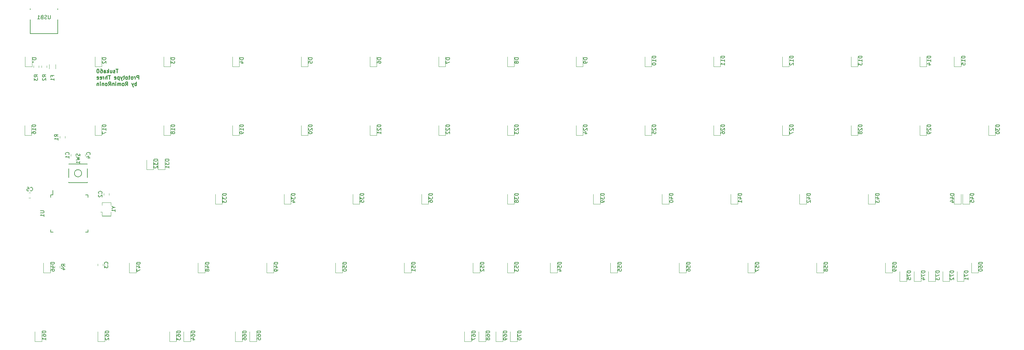
<source format=gbo>
G04 #@! TF.GenerationSoftware,KiCad,Pcbnew,(5.1.2-1)-1*
G04 #@! TF.CreationDate,2020-04-18T15:07:41+02:00*
G04 #@! TF.ProjectId,tsuka60,7473756b-6136-4302-9e6b-696361645f70,rev?*
G04 #@! TF.SameCoordinates,Original*
G04 #@! TF.FileFunction,Legend,Bot*
G04 #@! TF.FilePolarity,Positive*
%FSLAX46Y46*%
G04 Gerber Fmt 4.6, Leading zero omitted, Abs format (unit mm)*
G04 Created by KiCad (PCBNEW (5.1.2-1)-1) date 2020-04-18 15:07:41*
%MOMM*%
%LPD*%
G04 APERTURE LIST*
%ADD10C,0.254000*%
%ADD11C,0.120000*%
%ADD12C,0.150000*%
%ADD13C,2.501900*%
%ADD14C,0.100000*%
%ADD15C,1.077000*%
%ADD16C,2.352000*%
%ADD17C,2.352000*%
%ADD18C,4.089800*%
%ADD19C,1.852000*%
%ADD20C,1.352000*%
%ADD21R,1.902000X1.202000*%
%ADD22R,1.602000X0.652000*%
%ADD23R,0.652000X1.602000*%
%ADD24R,2.002000X0.502000*%
%ADD25O,1.802000X2.802000*%
%ADD26C,3.150000*%
G04 APERTURE END LIST*
D10*
X134023100Y-128729619D02*
X133442528Y-128729619D01*
X133732814Y-129745619D02*
X133732814Y-128729619D01*
X133152242Y-129697238D02*
X133055480Y-129745619D01*
X132861957Y-129745619D01*
X132765195Y-129697238D01*
X132716814Y-129600476D01*
X132716814Y-129552095D01*
X132765195Y-129455333D01*
X132861957Y-129406952D01*
X133007100Y-129406952D01*
X133103861Y-129358571D01*
X133152242Y-129261809D01*
X133152242Y-129213428D01*
X133103861Y-129116666D01*
X133007100Y-129068285D01*
X132861957Y-129068285D01*
X132765195Y-129116666D01*
X131845957Y-129068285D02*
X131845957Y-129745619D01*
X132281385Y-129068285D02*
X132281385Y-129600476D01*
X132233004Y-129697238D01*
X132136242Y-129745619D01*
X131991100Y-129745619D01*
X131894338Y-129697238D01*
X131845957Y-129648857D01*
X131362147Y-129745619D02*
X131362147Y-128729619D01*
X131265385Y-129358571D02*
X130975100Y-129745619D01*
X130975100Y-129068285D02*
X131362147Y-129455333D01*
X130104242Y-129745619D02*
X130104242Y-129213428D01*
X130152623Y-129116666D01*
X130249385Y-129068285D01*
X130442909Y-129068285D01*
X130539671Y-129116666D01*
X130104242Y-129697238D02*
X130201004Y-129745619D01*
X130442909Y-129745619D01*
X130539671Y-129697238D01*
X130588052Y-129600476D01*
X130588052Y-129503714D01*
X130539671Y-129406952D01*
X130442909Y-129358571D01*
X130201004Y-129358571D01*
X130104242Y-129310190D01*
X129185004Y-128729619D02*
X129378528Y-128729619D01*
X129475290Y-128778000D01*
X129523671Y-128826380D01*
X129620433Y-128971523D01*
X129668814Y-129165047D01*
X129668814Y-129552095D01*
X129620433Y-129648857D01*
X129572052Y-129697238D01*
X129475290Y-129745619D01*
X129281766Y-129745619D01*
X129185004Y-129697238D01*
X129136623Y-129648857D01*
X129088242Y-129552095D01*
X129088242Y-129310190D01*
X129136623Y-129213428D01*
X129185004Y-129165047D01*
X129281766Y-129116666D01*
X129475290Y-129116666D01*
X129572052Y-129165047D01*
X129620433Y-129213428D01*
X129668814Y-129310190D01*
X128459290Y-128729619D02*
X128362528Y-128729619D01*
X128265766Y-128778000D01*
X128217385Y-128826380D01*
X128169004Y-128923142D01*
X128120623Y-129116666D01*
X128120623Y-129358571D01*
X128169004Y-129552095D01*
X128217385Y-129648857D01*
X128265766Y-129697238D01*
X128362528Y-129745619D01*
X128459290Y-129745619D01*
X128556052Y-129697238D01*
X128604433Y-129648857D01*
X128652814Y-129552095D01*
X128701195Y-129358571D01*
X128701195Y-129116666D01*
X128652814Y-128923142D01*
X128604433Y-128826380D01*
X128556052Y-128778000D01*
X128459290Y-128729619D01*
X139732052Y-131523619D02*
X139732052Y-130507619D01*
X139345004Y-130507619D01*
X139248242Y-130556000D01*
X139199861Y-130604380D01*
X139151480Y-130701142D01*
X139151480Y-130846285D01*
X139199861Y-130943047D01*
X139248242Y-130991428D01*
X139345004Y-131039809D01*
X139732052Y-131039809D01*
X138716052Y-131523619D02*
X138716052Y-130846285D01*
X138716052Y-131039809D02*
X138667671Y-130943047D01*
X138619290Y-130894666D01*
X138522528Y-130846285D01*
X138425766Y-130846285D01*
X137941957Y-131523619D02*
X138038719Y-131475238D01*
X138087100Y-131426857D01*
X138135480Y-131330095D01*
X138135480Y-131039809D01*
X138087100Y-130943047D01*
X138038719Y-130894666D01*
X137941957Y-130846285D01*
X137796814Y-130846285D01*
X137700052Y-130894666D01*
X137651671Y-130943047D01*
X137603290Y-131039809D01*
X137603290Y-131330095D01*
X137651671Y-131426857D01*
X137700052Y-131475238D01*
X137796814Y-131523619D01*
X137941957Y-131523619D01*
X137313004Y-130846285D02*
X136925957Y-130846285D01*
X137167861Y-130507619D02*
X137167861Y-131378476D01*
X137119480Y-131475238D01*
X137022719Y-131523619D01*
X136925957Y-131523619D01*
X136442147Y-131523619D02*
X136538909Y-131475238D01*
X136587290Y-131426857D01*
X136635671Y-131330095D01*
X136635671Y-131039809D01*
X136587290Y-130943047D01*
X136538909Y-130894666D01*
X136442147Y-130846285D01*
X136297004Y-130846285D01*
X136200242Y-130894666D01*
X136151861Y-130943047D01*
X136103480Y-131039809D01*
X136103480Y-131330095D01*
X136151861Y-131426857D01*
X136200242Y-131475238D01*
X136297004Y-131523619D01*
X136442147Y-131523619D01*
X135813195Y-130846285D02*
X135426147Y-130846285D01*
X135668052Y-130507619D02*
X135668052Y-131378476D01*
X135619671Y-131475238D01*
X135522909Y-131523619D01*
X135426147Y-131523619D01*
X135184242Y-130846285D02*
X134942338Y-131523619D01*
X134700433Y-130846285D02*
X134942338Y-131523619D01*
X135039100Y-131765523D01*
X135087480Y-131813904D01*
X135184242Y-131862285D01*
X134313385Y-130846285D02*
X134313385Y-131862285D01*
X134313385Y-130894666D02*
X134216623Y-130846285D01*
X134023100Y-130846285D01*
X133926338Y-130894666D01*
X133877957Y-130943047D01*
X133829576Y-131039809D01*
X133829576Y-131330095D01*
X133877957Y-131426857D01*
X133926338Y-131475238D01*
X134023100Y-131523619D01*
X134216623Y-131523619D01*
X134313385Y-131475238D01*
X133007100Y-131475238D02*
X133103861Y-131523619D01*
X133297385Y-131523619D01*
X133394147Y-131475238D01*
X133442528Y-131378476D01*
X133442528Y-130991428D01*
X133394147Y-130894666D01*
X133297385Y-130846285D01*
X133103861Y-130846285D01*
X133007100Y-130894666D01*
X132958719Y-130991428D01*
X132958719Y-131088190D01*
X133442528Y-131184952D01*
X131894338Y-130507619D02*
X131313766Y-130507619D01*
X131604052Y-131523619D02*
X131604052Y-130507619D01*
X130975100Y-131523619D02*
X130975100Y-130507619D01*
X130539671Y-131523619D02*
X130539671Y-130991428D01*
X130588052Y-130894666D01*
X130684814Y-130846285D01*
X130829957Y-130846285D01*
X130926719Y-130894666D01*
X130975100Y-130943047D01*
X130055861Y-131523619D02*
X130055861Y-130846285D01*
X130055861Y-131039809D02*
X130007480Y-130943047D01*
X129959100Y-130894666D01*
X129862338Y-130846285D01*
X129765576Y-130846285D01*
X129039861Y-131475238D02*
X129136623Y-131523619D01*
X129330147Y-131523619D01*
X129426909Y-131475238D01*
X129475290Y-131378476D01*
X129475290Y-130991428D01*
X129426909Y-130894666D01*
X129330147Y-130846285D01*
X129136623Y-130846285D01*
X129039861Y-130894666D01*
X128991480Y-130991428D01*
X128991480Y-131088190D01*
X129475290Y-131184952D01*
X128169004Y-131475238D02*
X128265766Y-131523619D01*
X128459290Y-131523619D01*
X128556052Y-131475238D01*
X128604433Y-131378476D01*
X128604433Y-130991428D01*
X128556052Y-130894666D01*
X128459290Y-130846285D01*
X128265766Y-130846285D01*
X128169004Y-130894666D01*
X128120623Y-130991428D01*
X128120623Y-131088190D01*
X128604433Y-131184952D01*
X139103100Y-133301619D02*
X139103100Y-132285619D01*
X139103100Y-132672666D02*
X139006338Y-132624285D01*
X138812814Y-132624285D01*
X138716052Y-132672666D01*
X138667671Y-132721047D01*
X138619290Y-132817809D01*
X138619290Y-133108095D01*
X138667671Y-133204857D01*
X138716052Y-133253238D01*
X138812814Y-133301619D01*
X139006338Y-133301619D01*
X139103100Y-133253238D01*
X138280623Y-132624285D02*
X138038719Y-133301619D01*
X137796814Y-132624285D02*
X138038719Y-133301619D01*
X138135480Y-133543523D01*
X138183861Y-133591904D01*
X138280623Y-133640285D01*
X136055100Y-133301619D02*
X136393766Y-132817809D01*
X136635671Y-133301619D02*
X136635671Y-132285619D01*
X136248623Y-132285619D01*
X136151861Y-132334000D01*
X136103480Y-132382380D01*
X136055100Y-132479142D01*
X136055100Y-132624285D01*
X136103480Y-132721047D01*
X136151861Y-132769428D01*
X136248623Y-132817809D01*
X136635671Y-132817809D01*
X135474528Y-133301619D02*
X135571290Y-133253238D01*
X135619671Y-133204857D01*
X135668052Y-133108095D01*
X135668052Y-132817809D01*
X135619671Y-132721047D01*
X135571290Y-132672666D01*
X135474528Y-132624285D01*
X135329385Y-132624285D01*
X135232623Y-132672666D01*
X135184242Y-132721047D01*
X135135861Y-132817809D01*
X135135861Y-133108095D01*
X135184242Y-133204857D01*
X135232623Y-133253238D01*
X135329385Y-133301619D01*
X135474528Y-133301619D01*
X134700433Y-133301619D02*
X134700433Y-132624285D01*
X134700433Y-132721047D02*
X134652052Y-132672666D01*
X134555290Y-132624285D01*
X134410147Y-132624285D01*
X134313385Y-132672666D01*
X134265004Y-132769428D01*
X134265004Y-133301619D01*
X134265004Y-132769428D02*
X134216623Y-132672666D01*
X134119861Y-132624285D01*
X133974719Y-132624285D01*
X133877957Y-132672666D01*
X133829576Y-132769428D01*
X133829576Y-133301619D01*
X133345766Y-133301619D02*
X133345766Y-132624285D01*
X133345766Y-132285619D02*
X133394147Y-132334000D01*
X133345766Y-132382380D01*
X133297385Y-132334000D01*
X133345766Y-132285619D01*
X133345766Y-132382380D01*
X132861957Y-132624285D02*
X132861957Y-133301619D01*
X132861957Y-132721047D02*
X132813576Y-132672666D01*
X132716814Y-132624285D01*
X132571671Y-132624285D01*
X132474909Y-132672666D01*
X132426528Y-132769428D01*
X132426528Y-133301619D01*
X131362147Y-133301619D02*
X131700814Y-132817809D01*
X131942719Y-133301619D02*
X131942719Y-132285619D01*
X131555671Y-132285619D01*
X131458909Y-132334000D01*
X131410528Y-132382380D01*
X131362147Y-132479142D01*
X131362147Y-132624285D01*
X131410528Y-132721047D01*
X131458909Y-132769428D01*
X131555671Y-132817809D01*
X131942719Y-132817809D01*
X130781576Y-133301619D02*
X130878338Y-133253238D01*
X130926719Y-133204857D01*
X130975100Y-133108095D01*
X130975100Y-132817809D01*
X130926719Y-132721047D01*
X130878338Y-132672666D01*
X130781576Y-132624285D01*
X130636433Y-132624285D01*
X130539671Y-132672666D01*
X130491290Y-132721047D01*
X130442909Y-132817809D01*
X130442909Y-133108095D01*
X130491290Y-133204857D01*
X130539671Y-133253238D01*
X130636433Y-133301619D01*
X130781576Y-133301619D01*
X130007480Y-132624285D02*
X130007480Y-133301619D01*
X130007480Y-132721047D02*
X129959100Y-132672666D01*
X129862338Y-132624285D01*
X129717195Y-132624285D01*
X129620433Y-132672666D01*
X129572052Y-132769428D01*
X129572052Y-133301619D01*
X129088242Y-133301619D02*
X129088242Y-132624285D01*
X129088242Y-132285619D02*
X129136623Y-132334000D01*
X129088242Y-132382380D01*
X129039861Y-132334000D01*
X129088242Y-132285619D01*
X129088242Y-132382380D01*
X128604433Y-132624285D02*
X128604433Y-133301619D01*
X128604433Y-132721047D02*
X128556052Y-132672666D01*
X128459290Y-132624285D01*
X128314147Y-132624285D01*
X128217385Y-132672666D01*
X128169004Y-132769428D01*
X128169004Y-133301619D01*
D11*
X120956000Y-152316922D02*
X120956000Y-152834078D01*
X122376000Y-152316922D02*
X122376000Y-152834078D01*
X131520000Y-163141922D02*
X131520000Y-163659078D01*
X130100000Y-163141922D02*
X130100000Y-163659078D01*
X129843600Y-183267878D02*
X129843600Y-182750722D01*
X128423600Y-183267878D02*
X128423600Y-182750722D01*
X124916000Y-152316922D02*
X124916000Y-152834078D01*
X123496000Y-152316922D02*
X123496000Y-152834078D01*
X109811078Y-164413000D02*
X109293922Y-164413000D01*
X109811078Y-162993000D02*
X109293922Y-162993000D01*
X110180000Y-125350000D02*
X110180000Y-128035000D01*
X110180000Y-128035000D02*
X108260000Y-128035000D01*
X108260000Y-128035000D02*
X108260000Y-125350000D01*
X127627500Y-128035000D02*
X127627500Y-125350000D01*
X129547500Y-128035000D02*
X127627500Y-128035000D01*
X129547500Y-125350000D02*
X129547500Y-128035000D01*
X148597500Y-125350000D02*
X148597500Y-128035000D01*
X148597500Y-128035000D02*
X146677500Y-128035000D01*
X146677500Y-128035000D02*
X146677500Y-125350000D01*
X165727500Y-128035000D02*
X165727500Y-125350000D01*
X167647500Y-128035000D02*
X165727500Y-128035000D01*
X167647500Y-125350000D02*
X167647500Y-128035000D01*
X184777500Y-128035000D02*
X184777500Y-125350000D01*
X186697500Y-128035000D02*
X184777500Y-128035000D01*
X186697500Y-125350000D02*
X186697500Y-128035000D01*
X205747500Y-125350000D02*
X205747500Y-128035000D01*
X205747500Y-128035000D02*
X203827500Y-128035000D01*
X203827500Y-128035000D02*
X203827500Y-125350000D01*
X222877500Y-128035000D02*
X222877500Y-125350000D01*
X224797500Y-128035000D02*
X222877500Y-128035000D01*
X224797500Y-125350000D02*
X224797500Y-128035000D01*
X243847500Y-125350000D02*
X243847500Y-128035000D01*
X243847500Y-128035000D02*
X241927500Y-128035000D01*
X241927500Y-128035000D02*
X241927500Y-125350000D01*
X260977500Y-128035000D02*
X260977500Y-125350000D01*
X262897500Y-128035000D02*
X260977500Y-128035000D01*
X262897500Y-125350000D02*
X262897500Y-128035000D01*
X281947500Y-125350000D02*
X281947500Y-128035000D01*
X281947500Y-128035000D02*
X280027500Y-128035000D01*
X280027500Y-128035000D02*
X280027500Y-125350000D01*
X299077500Y-128035000D02*
X299077500Y-125350000D01*
X300997500Y-128035000D02*
X299077500Y-128035000D01*
X300997500Y-125350000D02*
X300997500Y-128035000D01*
X320047500Y-125350000D02*
X320047500Y-128035000D01*
X320047500Y-128035000D02*
X318127500Y-128035000D01*
X318127500Y-128035000D02*
X318127500Y-125350000D01*
X337177500Y-128035000D02*
X337177500Y-125350000D01*
X339097500Y-128035000D02*
X337177500Y-128035000D01*
X339097500Y-125350000D02*
X339097500Y-128035000D01*
X358147500Y-125350000D02*
X358147500Y-128035000D01*
X358147500Y-128035000D02*
X356227500Y-128035000D01*
X356227500Y-128035000D02*
X356227500Y-125350000D01*
X365752500Y-128035000D02*
X365752500Y-125350000D01*
X367672500Y-128035000D02*
X365752500Y-128035000D01*
X367672500Y-125350000D02*
X367672500Y-128035000D01*
X108133000Y-147085000D02*
X108133000Y-144400000D01*
X110053000Y-147085000D02*
X108133000Y-147085000D01*
X110053000Y-144400000D02*
X110053000Y-147085000D01*
X129547500Y-144400000D02*
X129547500Y-147085000D01*
X129547500Y-147085000D02*
X127627500Y-147085000D01*
X127627500Y-147085000D02*
X127627500Y-144400000D01*
X146677500Y-147085000D02*
X146677500Y-144400000D01*
X148597500Y-147085000D02*
X146677500Y-147085000D01*
X148597500Y-144400000D02*
X148597500Y-147085000D01*
X167647500Y-144400000D02*
X167647500Y-147085000D01*
X167647500Y-147085000D02*
X165727500Y-147085000D01*
X165727500Y-147085000D02*
X165727500Y-144400000D01*
X184777500Y-147085000D02*
X184777500Y-144400000D01*
X186697500Y-147085000D02*
X184777500Y-147085000D01*
X186697500Y-144400000D02*
X186697500Y-147085000D01*
X205747500Y-144400000D02*
X205747500Y-147085000D01*
X205747500Y-147085000D02*
X203827500Y-147085000D01*
X203827500Y-147085000D02*
X203827500Y-144400000D01*
X222877500Y-147085000D02*
X222877500Y-144400000D01*
X224797500Y-147085000D02*
X222877500Y-147085000D01*
X224797500Y-144400000D02*
X224797500Y-147085000D01*
X243847500Y-144400000D02*
X243847500Y-147085000D01*
X243847500Y-147085000D02*
X241927500Y-147085000D01*
X241927500Y-147085000D02*
X241927500Y-144400000D01*
X260977500Y-147085000D02*
X260977500Y-144400000D01*
X262897500Y-147085000D02*
X260977500Y-147085000D01*
X262897500Y-144400000D02*
X262897500Y-147085000D01*
X281947500Y-144400000D02*
X281947500Y-147085000D01*
X281947500Y-147085000D02*
X280027500Y-147085000D01*
X280027500Y-147085000D02*
X280027500Y-144400000D01*
X299077500Y-147085000D02*
X299077500Y-144400000D01*
X300997500Y-147085000D02*
X299077500Y-147085000D01*
X300997500Y-144400000D02*
X300997500Y-147085000D01*
X320047500Y-144400000D02*
X320047500Y-147085000D01*
X320047500Y-147085000D02*
X318127500Y-147085000D01*
X318127500Y-147085000D02*
X318127500Y-144400000D01*
X337177500Y-147085000D02*
X337177500Y-144400000D01*
X339097500Y-147085000D02*
X337177500Y-147085000D01*
X339097500Y-144400000D02*
X339097500Y-147085000D01*
X358147500Y-144400000D02*
X358147500Y-147085000D01*
X358147500Y-147085000D02*
X356227500Y-147085000D01*
X356227500Y-147085000D02*
X356227500Y-144400000D01*
X375277500Y-147085000D02*
X375277500Y-144400000D01*
X377197500Y-147085000D02*
X375277500Y-147085000D01*
X377197500Y-144400000D02*
X377197500Y-147085000D01*
X145090000Y-156610000D02*
X145090000Y-153925000D01*
X147010000Y-156610000D02*
X145090000Y-156610000D01*
X147010000Y-153925000D02*
X147010000Y-156610000D01*
X141915000Y-156610000D02*
X141915000Y-153925000D01*
X143835000Y-156610000D02*
X141915000Y-156610000D01*
X143835000Y-153925000D02*
X143835000Y-156610000D01*
X162885000Y-163450000D02*
X162885000Y-166135000D01*
X162885000Y-166135000D02*
X160965000Y-166135000D01*
X160965000Y-166135000D02*
X160965000Y-163450000D01*
X180015000Y-166135000D02*
X180015000Y-163450000D01*
X181935000Y-166135000D02*
X180015000Y-166135000D01*
X181935000Y-163450000D02*
X181935000Y-166135000D01*
X200985000Y-163450000D02*
X200985000Y-166135000D01*
X200985000Y-166135000D02*
X199065000Y-166135000D01*
X199065000Y-166135000D02*
X199065000Y-163450000D01*
X218115000Y-166135000D02*
X218115000Y-163450000D01*
X220035000Y-166135000D02*
X218115000Y-166135000D01*
X220035000Y-163450000D02*
X220035000Y-166135000D01*
X284790000Y-166135000D02*
X284790000Y-163450000D01*
X286710000Y-166135000D02*
X284790000Y-166135000D01*
X286710000Y-163450000D02*
X286710000Y-166135000D01*
X305760000Y-163450000D02*
X305760000Y-166135000D01*
X305760000Y-166135000D02*
X303840000Y-166135000D01*
X303840000Y-166135000D02*
X303840000Y-163450000D01*
X322890000Y-166135000D02*
X322890000Y-163450000D01*
X324810000Y-166135000D02*
X322890000Y-166135000D01*
X324810000Y-163450000D02*
X324810000Y-166135000D01*
X343860000Y-163450000D02*
X343860000Y-166135000D01*
X343860000Y-166135000D02*
X341940000Y-166135000D01*
X341940000Y-166135000D02*
X341940000Y-163450000D01*
X365752500Y-166135000D02*
X365752500Y-163450000D01*
X367672500Y-166135000D02*
X365752500Y-166135000D01*
X367672500Y-163450000D02*
X367672500Y-166135000D01*
X370053750Y-163450000D02*
X370053750Y-166135000D01*
X370053750Y-166135000D02*
X368133750Y-166135000D01*
X368133750Y-166135000D02*
X368133750Y-163450000D01*
X113340000Y-185185000D02*
X113340000Y-182500000D01*
X115260000Y-185185000D02*
X113340000Y-185185000D01*
X115260000Y-182500000D02*
X115260000Y-185185000D01*
X139072500Y-182500000D02*
X139072500Y-185185000D01*
X139072500Y-185185000D02*
X137152500Y-185185000D01*
X137152500Y-185185000D02*
X137152500Y-182500000D01*
X158122500Y-182500000D02*
X158122500Y-185185000D01*
X158122500Y-185185000D02*
X156202500Y-185185000D01*
X156202500Y-185185000D02*
X156202500Y-182500000D01*
X175252500Y-185185000D02*
X175252500Y-182500000D01*
X177172500Y-185185000D02*
X175252500Y-185185000D01*
X177172500Y-182500000D02*
X177172500Y-185185000D01*
X196222500Y-182500000D02*
X196222500Y-185185000D01*
X196222500Y-185185000D02*
X194302500Y-185185000D01*
X194302500Y-185185000D02*
X194302500Y-182500000D01*
X213352500Y-185185000D02*
X213352500Y-182500000D01*
X215272500Y-185185000D02*
X213352500Y-185185000D01*
X215272500Y-182500000D02*
X215272500Y-185185000D01*
X241927500Y-185185000D02*
X241927500Y-182500000D01*
X243847500Y-185185000D02*
X241927500Y-185185000D01*
X243847500Y-182500000D02*
X243847500Y-185185000D01*
X272422500Y-182500000D02*
X272422500Y-185185000D01*
X272422500Y-185185000D02*
X270502500Y-185185000D01*
X270502500Y-185185000D02*
X270502500Y-182500000D01*
X289552500Y-185185000D02*
X289552500Y-182500000D01*
X291472500Y-185185000D02*
X289552500Y-185185000D01*
X291472500Y-182500000D02*
X291472500Y-185185000D01*
X310522500Y-182500000D02*
X310522500Y-185185000D01*
X310522500Y-185185000D02*
X308602500Y-185185000D01*
X308602500Y-185185000D02*
X308602500Y-182500000D01*
X327652500Y-185185000D02*
X327652500Y-182500000D01*
X329572500Y-185185000D02*
X327652500Y-185185000D01*
X329572500Y-182500000D02*
X329572500Y-185185000D01*
X348622500Y-182500000D02*
X348622500Y-185185000D01*
X348622500Y-185185000D02*
X346702500Y-185185000D01*
X346702500Y-185185000D02*
X346702500Y-182500000D01*
X370515000Y-185185000D02*
X370515000Y-182500000D01*
X372435000Y-185185000D02*
X370515000Y-185185000D01*
X372435000Y-182500000D02*
X372435000Y-185185000D01*
X116734000Y-128621064D02*
X116734000Y-127416936D01*
X114914000Y-128621064D02*
X114914000Y-127416936D01*
X119328000Y-147363922D02*
X119328000Y-147881078D01*
X117908000Y-147363922D02*
X117908000Y-147881078D01*
X114248000Y-128323078D02*
X114248000Y-127805922D01*
X112828000Y-128323078D02*
X112828000Y-127805922D01*
X112089000Y-128323078D02*
X112089000Y-127805922D01*
X110669000Y-128323078D02*
X110669000Y-127805922D01*
D12*
X123936000Y-157607000D02*
G75*
G03X123936000Y-157607000I-1000000J0D01*
G01*
X125536000Y-160207000D02*
X125536000Y-155007000D01*
X120336000Y-160207000D02*
X125536000Y-160207000D01*
X120336000Y-155007000D02*
X120336000Y-160207000D01*
X125536000Y-155007000D02*
X120336000Y-155007000D01*
X115923000Y-163608000D02*
X115923000Y-162333000D01*
X115348000Y-173958000D02*
X115348000Y-173283000D01*
X125698000Y-173958000D02*
X125698000Y-173283000D01*
X125698000Y-163608000D02*
X125698000Y-164283000D01*
X115348000Y-163608000D02*
X115348000Y-164283000D01*
X125698000Y-163608000D02*
X125023000Y-163608000D01*
X125698000Y-173958000D02*
X125023000Y-173958000D01*
X115348000Y-173958000D02*
X116023000Y-173958000D01*
X115348000Y-163608000D02*
X115923000Y-163608000D01*
D11*
X129610000Y-165713000D02*
X129610000Y-166513000D01*
X132010000Y-165713000D02*
X130010000Y-165713000D01*
X132010000Y-166513000D02*
X132010000Y-165713000D01*
X132010000Y-169313000D02*
X132010000Y-168313000D01*
X130010000Y-169313000D02*
X132010000Y-169313000D01*
X129610000Y-168313000D02*
X129610000Y-169313000D01*
X129610000Y-168313000D02*
X129210000Y-168313000D01*
X132010000Y-169513000D02*
X130010000Y-169513000D01*
X130010000Y-165713000D02*
X129610000Y-165713000D01*
X130010000Y-169313000D02*
X129610000Y-169313000D01*
X130010000Y-169513000D02*
X129610000Y-169513000D01*
D12*
X109656250Y-111918750D02*
X109656250Y-118918750D01*
X109656250Y-118918750D02*
X117356250Y-118918750D01*
X117356250Y-118918750D02*
X117356250Y-111918750D01*
D11*
X234322500Y-182500000D02*
X234322500Y-185185000D01*
X234322500Y-185185000D02*
X232402500Y-185185000D01*
X232402500Y-185185000D02*
X232402500Y-182500000D01*
X253833750Y-185185000D02*
X253833750Y-182500000D01*
X255753750Y-185185000D02*
X253833750Y-185185000D01*
X255753750Y-182500000D02*
X255753750Y-185185000D01*
X116511000Y-183822078D02*
X116511000Y-183304922D01*
X117931000Y-183822078D02*
X117931000Y-183304922D01*
X265740000Y-166135000D02*
X265740000Y-163450000D01*
X267660000Y-166135000D02*
X265740000Y-166135000D01*
X267660000Y-163450000D02*
X267660000Y-166135000D01*
X366546250Y-187566250D02*
X366546250Y-184881250D01*
X368466250Y-187566250D02*
X366546250Y-187566250D01*
X368466250Y-184881250D02*
X368466250Y-187566250D01*
X364497500Y-184881250D02*
X364497500Y-187566250D01*
X364497500Y-187566250D02*
X362577500Y-187566250D01*
X362577500Y-187566250D02*
X362577500Y-184881250D01*
X360528750Y-184881250D02*
X360528750Y-187566250D01*
X360528750Y-187566250D02*
X358608750Y-187566250D01*
X358608750Y-187566250D02*
X358608750Y-184881250D01*
X354640000Y-187566250D02*
X354640000Y-184881250D01*
X356560000Y-187566250D02*
X354640000Y-187566250D01*
X356560000Y-184881250D02*
X356560000Y-187566250D01*
X352591250Y-184881250D02*
X352591250Y-187566250D01*
X352591250Y-187566250D02*
X350671250Y-187566250D01*
X350671250Y-187566250D02*
X350671250Y-184881250D01*
X243847500Y-163450000D02*
X243847500Y-166135000D01*
X243847500Y-166135000D02*
X241927500Y-166135000D01*
X241927500Y-166135000D02*
X241927500Y-163450000D01*
X110958750Y-204235000D02*
X110958750Y-201550000D01*
X112878750Y-204235000D02*
X110958750Y-204235000D01*
X112878750Y-201550000D02*
X112878750Y-204235000D01*
X130341250Y-201550000D02*
X130341250Y-204235000D01*
X130341250Y-204235000D02*
X128421250Y-204235000D01*
X128421250Y-204235000D02*
X128421250Y-201550000D01*
X150185000Y-201550000D02*
X150185000Y-204235000D01*
X150185000Y-204235000D02*
X148265000Y-204235000D01*
X148265000Y-204235000D02*
X148265000Y-201550000D01*
X152233750Y-204235000D02*
X152233750Y-201550000D01*
X154153750Y-204235000D02*
X152233750Y-204235000D01*
X154153750Y-201550000D02*
X154153750Y-204235000D01*
X172410000Y-201550000D02*
X172410000Y-204235000D01*
X172410000Y-204235000D02*
X170490000Y-204235000D01*
X170490000Y-204235000D02*
X170490000Y-201550000D01*
X166521250Y-204235000D02*
X166521250Y-201550000D01*
X168441250Y-204235000D02*
X166521250Y-204235000D01*
X168441250Y-201550000D02*
X168441250Y-204235000D01*
X231941250Y-201550000D02*
X231941250Y-204235000D01*
X231941250Y-204235000D02*
X230021250Y-204235000D01*
X230021250Y-204235000D02*
X230021250Y-201550000D01*
X233990000Y-204235000D02*
X233990000Y-201550000D01*
X235910000Y-204235000D02*
X233990000Y-204235000D01*
X235910000Y-201550000D02*
X235910000Y-204235000D01*
X238752500Y-204235000D02*
X238752500Y-201550000D01*
X240672500Y-204235000D02*
X238752500Y-204235000D01*
X240672500Y-201550000D02*
X240672500Y-204235000D01*
X244641250Y-201550000D02*
X244641250Y-204235000D01*
X244641250Y-204235000D02*
X242721250Y-204235000D01*
X242721250Y-204235000D02*
X242721250Y-201550000D01*
D12*
X120372142Y-152457333D02*
X120419761Y-152409714D01*
X120467380Y-152266857D01*
X120467380Y-152171619D01*
X120419761Y-152028761D01*
X120324523Y-151933523D01*
X120229285Y-151885904D01*
X120038809Y-151838285D01*
X119895952Y-151838285D01*
X119705476Y-151885904D01*
X119610238Y-151933523D01*
X119515000Y-152028761D01*
X119467380Y-152171619D01*
X119467380Y-152266857D01*
X119515000Y-152409714D01*
X119562619Y-152457333D01*
X120467380Y-153409714D02*
X120467380Y-152838285D01*
X120467380Y-153124000D02*
X119467380Y-153124000D01*
X119610238Y-153028761D01*
X119705476Y-152933523D01*
X119753095Y-152838285D01*
X129517142Y-163233833D02*
X129564761Y-163186214D01*
X129612380Y-163043357D01*
X129612380Y-162948119D01*
X129564761Y-162805261D01*
X129469523Y-162710023D01*
X129374285Y-162662404D01*
X129183809Y-162614785D01*
X129040952Y-162614785D01*
X128850476Y-162662404D01*
X128755238Y-162710023D01*
X128660000Y-162805261D01*
X128612380Y-162948119D01*
X128612380Y-163043357D01*
X128660000Y-163186214D01*
X128707619Y-163233833D01*
X128707619Y-163614785D02*
X128660000Y-163662404D01*
X128612380Y-163757642D01*
X128612380Y-163995738D01*
X128660000Y-164090976D01*
X128707619Y-164138595D01*
X128802857Y-164186214D01*
X128898095Y-164186214D01*
X129040952Y-164138595D01*
X129612380Y-163567166D01*
X129612380Y-164186214D01*
X131140742Y-182842633D02*
X131188361Y-182795014D01*
X131235980Y-182652157D01*
X131235980Y-182556919D01*
X131188361Y-182414061D01*
X131093123Y-182318823D01*
X130997885Y-182271204D01*
X130807409Y-182223585D01*
X130664552Y-182223585D01*
X130474076Y-182271204D01*
X130378838Y-182318823D01*
X130283600Y-182414061D01*
X130235980Y-182556919D01*
X130235980Y-182652157D01*
X130283600Y-182795014D01*
X130331219Y-182842633D01*
X130235980Y-183175966D02*
X130235980Y-183795014D01*
X130616933Y-183461680D01*
X130616933Y-183604538D01*
X130664552Y-183699776D01*
X130712171Y-183747395D01*
X130807409Y-183795014D01*
X131045504Y-183795014D01*
X131140742Y-183747395D01*
X131188361Y-183699776D01*
X131235980Y-183604538D01*
X131235980Y-183318823D01*
X131188361Y-183223585D01*
X131140742Y-183175966D01*
X126214142Y-152457333D02*
X126261761Y-152409714D01*
X126309380Y-152266857D01*
X126309380Y-152171619D01*
X126261761Y-152028761D01*
X126166523Y-151933523D01*
X126071285Y-151885904D01*
X125880809Y-151838285D01*
X125737952Y-151838285D01*
X125547476Y-151885904D01*
X125452238Y-151933523D01*
X125357000Y-152028761D01*
X125309380Y-152171619D01*
X125309380Y-152266857D01*
X125357000Y-152409714D01*
X125404619Y-152457333D01*
X125642714Y-153314476D02*
X126309380Y-153314476D01*
X125261761Y-153076380D02*
X125976047Y-152838285D01*
X125976047Y-153457333D01*
X109719166Y-162410142D02*
X109766785Y-162457761D01*
X109909642Y-162505380D01*
X110004880Y-162505380D01*
X110147738Y-162457761D01*
X110242976Y-162362523D01*
X110290595Y-162267285D01*
X110338214Y-162076809D01*
X110338214Y-161933952D01*
X110290595Y-161743476D01*
X110242976Y-161648238D01*
X110147738Y-161553000D01*
X110004880Y-161505380D01*
X109909642Y-161505380D01*
X109766785Y-161553000D01*
X109719166Y-161600619D01*
X108814404Y-161505380D02*
X109290595Y-161505380D01*
X109338214Y-161981571D01*
X109290595Y-161933952D01*
X109195357Y-161886333D01*
X108957261Y-161886333D01*
X108862023Y-161933952D01*
X108814404Y-161981571D01*
X108766785Y-162076809D01*
X108766785Y-162314904D01*
X108814404Y-162410142D01*
X108862023Y-162457761D01*
X108957261Y-162505380D01*
X109195357Y-162505380D01*
X109290595Y-162457761D01*
X109338214Y-162410142D01*
X111322380Y-125611904D02*
X110322380Y-125611904D01*
X110322380Y-125850000D01*
X110370000Y-125992857D01*
X110465238Y-126088095D01*
X110560476Y-126135714D01*
X110750952Y-126183333D01*
X110893809Y-126183333D01*
X111084285Y-126135714D01*
X111179523Y-126088095D01*
X111274761Y-125992857D01*
X111322380Y-125850000D01*
X111322380Y-125611904D01*
X111322380Y-127135714D02*
X111322380Y-126564285D01*
X111322380Y-126850000D02*
X110322380Y-126850000D01*
X110465238Y-126754761D01*
X110560476Y-126659523D01*
X110608095Y-126564285D01*
X130689880Y-125611904D02*
X129689880Y-125611904D01*
X129689880Y-125850000D01*
X129737500Y-125992857D01*
X129832738Y-126088095D01*
X129927976Y-126135714D01*
X130118452Y-126183333D01*
X130261309Y-126183333D01*
X130451785Y-126135714D01*
X130547023Y-126088095D01*
X130642261Y-125992857D01*
X130689880Y-125850000D01*
X130689880Y-125611904D01*
X129785119Y-126564285D02*
X129737500Y-126611904D01*
X129689880Y-126707142D01*
X129689880Y-126945238D01*
X129737500Y-127040476D01*
X129785119Y-127088095D01*
X129880357Y-127135714D01*
X129975595Y-127135714D01*
X130118452Y-127088095D01*
X130689880Y-126516666D01*
X130689880Y-127135714D01*
X149739880Y-125611904D02*
X148739880Y-125611904D01*
X148739880Y-125850000D01*
X148787500Y-125992857D01*
X148882738Y-126088095D01*
X148977976Y-126135714D01*
X149168452Y-126183333D01*
X149311309Y-126183333D01*
X149501785Y-126135714D01*
X149597023Y-126088095D01*
X149692261Y-125992857D01*
X149739880Y-125850000D01*
X149739880Y-125611904D01*
X148739880Y-126516666D02*
X148739880Y-127135714D01*
X149120833Y-126802380D01*
X149120833Y-126945238D01*
X149168452Y-127040476D01*
X149216071Y-127088095D01*
X149311309Y-127135714D01*
X149549404Y-127135714D01*
X149644642Y-127088095D01*
X149692261Y-127040476D01*
X149739880Y-126945238D01*
X149739880Y-126659523D01*
X149692261Y-126564285D01*
X149644642Y-126516666D01*
X168789880Y-125611904D02*
X167789880Y-125611904D01*
X167789880Y-125850000D01*
X167837500Y-125992857D01*
X167932738Y-126088095D01*
X168027976Y-126135714D01*
X168218452Y-126183333D01*
X168361309Y-126183333D01*
X168551785Y-126135714D01*
X168647023Y-126088095D01*
X168742261Y-125992857D01*
X168789880Y-125850000D01*
X168789880Y-125611904D01*
X168123214Y-127040476D02*
X168789880Y-127040476D01*
X167742261Y-126802380D02*
X168456547Y-126564285D01*
X168456547Y-127183333D01*
X187839880Y-125611904D02*
X186839880Y-125611904D01*
X186839880Y-125850000D01*
X186887500Y-125992857D01*
X186982738Y-126088095D01*
X187077976Y-126135714D01*
X187268452Y-126183333D01*
X187411309Y-126183333D01*
X187601785Y-126135714D01*
X187697023Y-126088095D01*
X187792261Y-125992857D01*
X187839880Y-125850000D01*
X187839880Y-125611904D01*
X186839880Y-127088095D02*
X186839880Y-126611904D01*
X187316071Y-126564285D01*
X187268452Y-126611904D01*
X187220833Y-126707142D01*
X187220833Y-126945238D01*
X187268452Y-127040476D01*
X187316071Y-127088095D01*
X187411309Y-127135714D01*
X187649404Y-127135714D01*
X187744642Y-127088095D01*
X187792261Y-127040476D01*
X187839880Y-126945238D01*
X187839880Y-126707142D01*
X187792261Y-126611904D01*
X187744642Y-126564285D01*
X206889880Y-125611904D02*
X205889880Y-125611904D01*
X205889880Y-125850000D01*
X205937500Y-125992857D01*
X206032738Y-126088095D01*
X206127976Y-126135714D01*
X206318452Y-126183333D01*
X206461309Y-126183333D01*
X206651785Y-126135714D01*
X206747023Y-126088095D01*
X206842261Y-125992857D01*
X206889880Y-125850000D01*
X206889880Y-125611904D01*
X205889880Y-127040476D02*
X205889880Y-126850000D01*
X205937500Y-126754761D01*
X205985119Y-126707142D01*
X206127976Y-126611904D01*
X206318452Y-126564285D01*
X206699404Y-126564285D01*
X206794642Y-126611904D01*
X206842261Y-126659523D01*
X206889880Y-126754761D01*
X206889880Y-126945238D01*
X206842261Y-127040476D01*
X206794642Y-127088095D01*
X206699404Y-127135714D01*
X206461309Y-127135714D01*
X206366071Y-127088095D01*
X206318452Y-127040476D01*
X206270833Y-126945238D01*
X206270833Y-126754761D01*
X206318452Y-126659523D01*
X206366071Y-126611904D01*
X206461309Y-126564285D01*
X225939880Y-125611904D02*
X224939880Y-125611904D01*
X224939880Y-125850000D01*
X224987500Y-125992857D01*
X225082738Y-126088095D01*
X225177976Y-126135714D01*
X225368452Y-126183333D01*
X225511309Y-126183333D01*
X225701785Y-126135714D01*
X225797023Y-126088095D01*
X225892261Y-125992857D01*
X225939880Y-125850000D01*
X225939880Y-125611904D01*
X224939880Y-126516666D02*
X224939880Y-127183333D01*
X225939880Y-126754761D01*
X244989880Y-125611904D02*
X243989880Y-125611904D01*
X243989880Y-125850000D01*
X244037500Y-125992857D01*
X244132738Y-126088095D01*
X244227976Y-126135714D01*
X244418452Y-126183333D01*
X244561309Y-126183333D01*
X244751785Y-126135714D01*
X244847023Y-126088095D01*
X244942261Y-125992857D01*
X244989880Y-125850000D01*
X244989880Y-125611904D01*
X244418452Y-126754761D02*
X244370833Y-126659523D01*
X244323214Y-126611904D01*
X244227976Y-126564285D01*
X244180357Y-126564285D01*
X244085119Y-126611904D01*
X244037500Y-126659523D01*
X243989880Y-126754761D01*
X243989880Y-126945238D01*
X244037500Y-127040476D01*
X244085119Y-127088095D01*
X244180357Y-127135714D01*
X244227976Y-127135714D01*
X244323214Y-127088095D01*
X244370833Y-127040476D01*
X244418452Y-126945238D01*
X244418452Y-126754761D01*
X244466071Y-126659523D01*
X244513690Y-126611904D01*
X244608928Y-126564285D01*
X244799404Y-126564285D01*
X244894642Y-126611904D01*
X244942261Y-126659523D01*
X244989880Y-126754761D01*
X244989880Y-126945238D01*
X244942261Y-127040476D01*
X244894642Y-127088095D01*
X244799404Y-127135714D01*
X244608928Y-127135714D01*
X244513690Y-127088095D01*
X244466071Y-127040476D01*
X244418452Y-126945238D01*
X264039880Y-125611904D02*
X263039880Y-125611904D01*
X263039880Y-125850000D01*
X263087500Y-125992857D01*
X263182738Y-126088095D01*
X263277976Y-126135714D01*
X263468452Y-126183333D01*
X263611309Y-126183333D01*
X263801785Y-126135714D01*
X263897023Y-126088095D01*
X263992261Y-125992857D01*
X264039880Y-125850000D01*
X264039880Y-125611904D01*
X264039880Y-126659523D02*
X264039880Y-126850000D01*
X263992261Y-126945238D01*
X263944642Y-126992857D01*
X263801785Y-127088095D01*
X263611309Y-127135714D01*
X263230357Y-127135714D01*
X263135119Y-127088095D01*
X263087500Y-127040476D01*
X263039880Y-126945238D01*
X263039880Y-126754761D01*
X263087500Y-126659523D01*
X263135119Y-126611904D01*
X263230357Y-126564285D01*
X263468452Y-126564285D01*
X263563690Y-126611904D01*
X263611309Y-126659523D01*
X263658928Y-126754761D01*
X263658928Y-126945238D01*
X263611309Y-127040476D01*
X263563690Y-127088095D01*
X263468452Y-127135714D01*
X283089880Y-125135714D02*
X282089880Y-125135714D01*
X282089880Y-125373809D01*
X282137500Y-125516666D01*
X282232738Y-125611904D01*
X282327976Y-125659523D01*
X282518452Y-125707142D01*
X282661309Y-125707142D01*
X282851785Y-125659523D01*
X282947023Y-125611904D01*
X283042261Y-125516666D01*
X283089880Y-125373809D01*
X283089880Y-125135714D01*
X283089880Y-126659523D02*
X283089880Y-126088095D01*
X283089880Y-126373809D02*
X282089880Y-126373809D01*
X282232738Y-126278571D01*
X282327976Y-126183333D01*
X282375595Y-126088095D01*
X282089880Y-127278571D02*
X282089880Y-127373809D01*
X282137500Y-127469047D01*
X282185119Y-127516666D01*
X282280357Y-127564285D01*
X282470833Y-127611904D01*
X282708928Y-127611904D01*
X282899404Y-127564285D01*
X282994642Y-127516666D01*
X283042261Y-127469047D01*
X283089880Y-127373809D01*
X283089880Y-127278571D01*
X283042261Y-127183333D01*
X282994642Y-127135714D01*
X282899404Y-127088095D01*
X282708928Y-127040476D01*
X282470833Y-127040476D01*
X282280357Y-127088095D01*
X282185119Y-127135714D01*
X282137500Y-127183333D01*
X282089880Y-127278571D01*
X302139880Y-125135714D02*
X301139880Y-125135714D01*
X301139880Y-125373809D01*
X301187500Y-125516666D01*
X301282738Y-125611904D01*
X301377976Y-125659523D01*
X301568452Y-125707142D01*
X301711309Y-125707142D01*
X301901785Y-125659523D01*
X301997023Y-125611904D01*
X302092261Y-125516666D01*
X302139880Y-125373809D01*
X302139880Y-125135714D01*
X302139880Y-126659523D02*
X302139880Y-126088095D01*
X302139880Y-126373809D02*
X301139880Y-126373809D01*
X301282738Y-126278571D01*
X301377976Y-126183333D01*
X301425595Y-126088095D01*
X302139880Y-127611904D02*
X302139880Y-127040476D01*
X302139880Y-127326190D02*
X301139880Y-127326190D01*
X301282738Y-127230952D01*
X301377976Y-127135714D01*
X301425595Y-127040476D01*
X321189880Y-125135714D02*
X320189880Y-125135714D01*
X320189880Y-125373809D01*
X320237500Y-125516666D01*
X320332738Y-125611904D01*
X320427976Y-125659523D01*
X320618452Y-125707142D01*
X320761309Y-125707142D01*
X320951785Y-125659523D01*
X321047023Y-125611904D01*
X321142261Y-125516666D01*
X321189880Y-125373809D01*
X321189880Y-125135714D01*
X321189880Y-126659523D02*
X321189880Y-126088095D01*
X321189880Y-126373809D02*
X320189880Y-126373809D01*
X320332738Y-126278571D01*
X320427976Y-126183333D01*
X320475595Y-126088095D01*
X320285119Y-127040476D02*
X320237500Y-127088095D01*
X320189880Y-127183333D01*
X320189880Y-127421428D01*
X320237500Y-127516666D01*
X320285119Y-127564285D01*
X320380357Y-127611904D01*
X320475595Y-127611904D01*
X320618452Y-127564285D01*
X321189880Y-126992857D01*
X321189880Y-127611904D01*
X340239880Y-125135714D02*
X339239880Y-125135714D01*
X339239880Y-125373809D01*
X339287500Y-125516666D01*
X339382738Y-125611904D01*
X339477976Y-125659523D01*
X339668452Y-125707142D01*
X339811309Y-125707142D01*
X340001785Y-125659523D01*
X340097023Y-125611904D01*
X340192261Y-125516666D01*
X340239880Y-125373809D01*
X340239880Y-125135714D01*
X340239880Y-126659523D02*
X340239880Y-126088095D01*
X340239880Y-126373809D02*
X339239880Y-126373809D01*
X339382738Y-126278571D01*
X339477976Y-126183333D01*
X339525595Y-126088095D01*
X339239880Y-126992857D02*
X339239880Y-127611904D01*
X339620833Y-127278571D01*
X339620833Y-127421428D01*
X339668452Y-127516666D01*
X339716071Y-127564285D01*
X339811309Y-127611904D01*
X340049404Y-127611904D01*
X340144642Y-127564285D01*
X340192261Y-127516666D01*
X340239880Y-127421428D01*
X340239880Y-127135714D01*
X340192261Y-127040476D01*
X340144642Y-126992857D01*
X359289880Y-125135714D02*
X358289880Y-125135714D01*
X358289880Y-125373809D01*
X358337500Y-125516666D01*
X358432738Y-125611904D01*
X358527976Y-125659523D01*
X358718452Y-125707142D01*
X358861309Y-125707142D01*
X359051785Y-125659523D01*
X359147023Y-125611904D01*
X359242261Y-125516666D01*
X359289880Y-125373809D01*
X359289880Y-125135714D01*
X359289880Y-126659523D02*
X359289880Y-126088095D01*
X359289880Y-126373809D02*
X358289880Y-126373809D01*
X358432738Y-126278571D01*
X358527976Y-126183333D01*
X358575595Y-126088095D01*
X358623214Y-127516666D02*
X359289880Y-127516666D01*
X358242261Y-127278571D02*
X358956547Y-127040476D01*
X358956547Y-127659523D01*
X368814880Y-125135714D02*
X367814880Y-125135714D01*
X367814880Y-125373809D01*
X367862500Y-125516666D01*
X367957738Y-125611904D01*
X368052976Y-125659523D01*
X368243452Y-125707142D01*
X368386309Y-125707142D01*
X368576785Y-125659523D01*
X368672023Y-125611904D01*
X368767261Y-125516666D01*
X368814880Y-125373809D01*
X368814880Y-125135714D01*
X368814880Y-126659523D02*
X368814880Y-126088095D01*
X368814880Y-126373809D02*
X367814880Y-126373809D01*
X367957738Y-126278571D01*
X368052976Y-126183333D01*
X368100595Y-126088095D01*
X367814880Y-127564285D02*
X367814880Y-127088095D01*
X368291071Y-127040476D01*
X368243452Y-127088095D01*
X368195833Y-127183333D01*
X368195833Y-127421428D01*
X368243452Y-127516666D01*
X368291071Y-127564285D01*
X368386309Y-127611904D01*
X368624404Y-127611904D01*
X368719642Y-127564285D01*
X368767261Y-127516666D01*
X368814880Y-127421428D01*
X368814880Y-127183333D01*
X368767261Y-127088095D01*
X368719642Y-127040476D01*
X111195380Y-144185714D02*
X110195380Y-144185714D01*
X110195380Y-144423809D01*
X110243000Y-144566666D01*
X110338238Y-144661904D01*
X110433476Y-144709523D01*
X110623952Y-144757142D01*
X110766809Y-144757142D01*
X110957285Y-144709523D01*
X111052523Y-144661904D01*
X111147761Y-144566666D01*
X111195380Y-144423809D01*
X111195380Y-144185714D01*
X111195380Y-145709523D02*
X111195380Y-145138095D01*
X111195380Y-145423809D02*
X110195380Y-145423809D01*
X110338238Y-145328571D01*
X110433476Y-145233333D01*
X110481095Y-145138095D01*
X110195380Y-146566666D02*
X110195380Y-146376190D01*
X110243000Y-146280952D01*
X110290619Y-146233333D01*
X110433476Y-146138095D01*
X110623952Y-146090476D01*
X111004904Y-146090476D01*
X111100142Y-146138095D01*
X111147761Y-146185714D01*
X111195380Y-146280952D01*
X111195380Y-146471428D01*
X111147761Y-146566666D01*
X111100142Y-146614285D01*
X111004904Y-146661904D01*
X110766809Y-146661904D01*
X110671571Y-146614285D01*
X110623952Y-146566666D01*
X110576333Y-146471428D01*
X110576333Y-146280952D01*
X110623952Y-146185714D01*
X110671571Y-146138095D01*
X110766809Y-146090476D01*
X130689880Y-144185714D02*
X129689880Y-144185714D01*
X129689880Y-144423809D01*
X129737500Y-144566666D01*
X129832738Y-144661904D01*
X129927976Y-144709523D01*
X130118452Y-144757142D01*
X130261309Y-144757142D01*
X130451785Y-144709523D01*
X130547023Y-144661904D01*
X130642261Y-144566666D01*
X130689880Y-144423809D01*
X130689880Y-144185714D01*
X130689880Y-145709523D02*
X130689880Y-145138095D01*
X130689880Y-145423809D02*
X129689880Y-145423809D01*
X129832738Y-145328571D01*
X129927976Y-145233333D01*
X129975595Y-145138095D01*
X129689880Y-146042857D02*
X129689880Y-146709523D01*
X130689880Y-146280952D01*
X149739880Y-144185714D02*
X148739880Y-144185714D01*
X148739880Y-144423809D01*
X148787500Y-144566666D01*
X148882738Y-144661904D01*
X148977976Y-144709523D01*
X149168452Y-144757142D01*
X149311309Y-144757142D01*
X149501785Y-144709523D01*
X149597023Y-144661904D01*
X149692261Y-144566666D01*
X149739880Y-144423809D01*
X149739880Y-144185714D01*
X149739880Y-145709523D02*
X149739880Y-145138095D01*
X149739880Y-145423809D02*
X148739880Y-145423809D01*
X148882738Y-145328571D01*
X148977976Y-145233333D01*
X149025595Y-145138095D01*
X149168452Y-146280952D02*
X149120833Y-146185714D01*
X149073214Y-146138095D01*
X148977976Y-146090476D01*
X148930357Y-146090476D01*
X148835119Y-146138095D01*
X148787500Y-146185714D01*
X148739880Y-146280952D01*
X148739880Y-146471428D01*
X148787500Y-146566666D01*
X148835119Y-146614285D01*
X148930357Y-146661904D01*
X148977976Y-146661904D01*
X149073214Y-146614285D01*
X149120833Y-146566666D01*
X149168452Y-146471428D01*
X149168452Y-146280952D01*
X149216071Y-146185714D01*
X149263690Y-146138095D01*
X149358928Y-146090476D01*
X149549404Y-146090476D01*
X149644642Y-146138095D01*
X149692261Y-146185714D01*
X149739880Y-146280952D01*
X149739880Y-146471428D01*
X149692261Y-146566666D01*
X149644642Y-146614285D01*
X149549404Y-146661904D01*
X149358928Y-146661904D01*
X149263690Y-146614285D01*
X149216071Y-146566666D01*
X149168452Y-146471428D01*
X168789880Y-144185714D02*
X167789880Y-144185714D01*
X167789880Y-144423809D01*
X167837500Y-144566666D01*
X167932738Y-144661904D01*
X168027976Y-144709523D01*
X168218452Y-144757142D01*
X168361309Y-144757142D01*
X168551785Y-144709523D01*
X168647023Y-144661904D01*
X168742261Y-144566666D01*
X168789880Y-144423809D01*
X168789880Y-144185714D01*
X168789880Y-145709523D02*
X168789880Y-145138095D01*
X168789880Y-145423809D02*
X167789880Y-145423809D01*
X167932738Y-145328571D01*
X168027976Y-145233333D01*
X168075595Y-145138095D01*
X168789880Y-146185714D02*
X168789880Y-146376190D01*
X168742261Y-146471428D01*
X168694642Y-146519047D01*
X168551785Y-146614285D01*
X168361309Y-146661904D01*
X167980357Y-146661904D01*
X167885119Y-146614285D01*
X167837500Y-146566666D01*
X167789880Y-146471428D01*
X167789880Y-146280952D01*
X167837500Y-146185714D01*
X167885119Y-146138095D01*
X167980357Y-146090476D01*
X168218452Y-146090476D01*
X168313690Y-146138095D01*
X168361309Y-146185714D01*
X168408928Y-146280952D01*
X168408928Y-146471428D01*
X168361309Y-146566666D01*
X168313690Y-146614285D01*
X168218452Y-146661904D01*
X187839880Y-144185714D02*
X186839880Y-144185714D01*
X186839880Y-144423809D01*
X186887500Y-144566666D01*
X186982738Y-144661904D01*
X187077976Y-144709523D01*
X187268452Y-144757142D01*
X187411309Y-144757142D01*
X187601785Y-144709523D01*
X187697023Y-144661904D01*
X187792261Y-144566666D01*
X187839880Y-144423809D01*
X187839880Y-144185714D01*
X186935119Y-145138095D02*
X186887500Y-145185714D01*
X186839880Y-145280952D01*
X186839880Y-145519047D01*
X186887500Y-145614285D01*
X186935119Y-145661904D01*
X187030357Y-145709523D01*
X187125595Y-145709523D01*
X187268452Y-145661904D01*
X187839880Y-145090476D01*
X187839880Y-145709523D01*
X186839880Y-146328571D02*
X186839880Y-146423809D01*
X186887500Y-146519047D01*
X186935119Y-146566666D01*
X187030357Y-146614285D01*
X187220833Y-146661904D01*
X187458928Y-146661904D01*
X187649404Y-146614285D01*
X187744642Y-146566666D01*
X187792261Y-146519047D01*
X187839880Y-146423809D01*
X187839880Y-146328571D01*
X187792261Y-146233333D01*
X187744642Y-146185714D01*
X187649404Y-146138095D01*
X187458928Y-146090476D01*
X187220833Y-146090476D01*
X187030357Y-146138095D01*
X186935119Y-146185714D01*
X186887500Y-146233333D01*
X186839880Y-146328571D01*
X206889880Y-144185714D02*
X205889880Y-144185714D01*
X205889880Y-144423809D01*
X205937500Y-144566666D01*
X206032738Y-144661904D01*
X206127976Y-144709523D01*
X206318452Y-144757142D01*
X206461309Y-144757142D01*
X206651785Y-144709523D01*
X206747023Y-144661904D01*
X206842261Y-144566666D01*
X206889880Y-144423809D01*
X206889880Y-144185714D01*
X205985119Y-145138095D02*
X205937500Y-145185714D01*
X205889880Y-145280952D01*
X205889880Y-145519047D01*
X205937500Y-145614285D01*
X205985119Y-145661904D01*
X206080357Y-145709523D01*
X206175595Y-145709523D01*
X206318452Y-145661904D01*
X206889880Y-145090476D01*
X206889880Y-145709523D01*
X206889880Y-146661904D02*
X206889880Y-146090476D01*
X206889880Y-146376190D02*
X205889880Y-146376190D01*
X206032738Y-146280952D01*
X206127976Y-146185714D01*
X206175595Y-146090476D01*
X225939880Y-144185714D02*
X224939880Y-144185714D01*
X224939880Y-144423809D01*
X224987500Y-144566666D01*
X225082738Y-144661904D01*
X225177976Y-144709523D01*
X225368452Y-144757142D01*
X225511309Y-144757142D01*
X225701785Y-144709523D01*
X225797023Y-144661904D01*
X225892261Y-144566666D01*
X225939880Y-144423809D01*
X225939880Y-144185714D01*
X225035119Y-145138095D02*
X224987500Y-145185714D01*
X224939880Y-145280952D01*
X224939880Y-145519047D01*
X224987500Y-145614285D01*
X225035119Y-145661904D01*
X225130357Y-145709523D01*
X225225595Y-145709523D01*
X225368452Y-145661904D01*
X225939880Y-145090476D01*
X225939880Y-145709523D01*
X225035119Y-146090476D02*
X224987500Y-146138095D01*
X224939880Y-146233333D01*
X224939880Y-146471428D01*
X224987500Y-146566666D01*
X225035119Y-146614285D01*
X225130357Y-146661904D01*
X225225595Y-146661904D01*
X225368452Y-146614285D01*
X225939880Y-146042857D01*
X225939880Y-146661904D01*
X244989880Y-144185714D02*
X243989880Y-144185714D01*
X243989880Y-144423809D01*
X244037500Y-144566666D01*
X244132738Y-144661904D01*
X244227976Y-144709523D01*
X244418452Y-144757142D01*
X244561309Y-144757142D01*
X244751785Y-144709523D01*
X244847023Y-144661904D01*
X244942261Y-144566666D01*
X244989880Y-144423809D01*
X244989880Y-144185714D01*
X244085119Y-145138095D02*
X244037500Y-145185714D01*
X243989880Y-145280952D01*
X243989880Y-145519047D01*
X244037500Y-145614285D01*
X244085119Y-145661904D01*
X244180357Y-145709523D01*
X244275595Y-145709523D01*
X244418452Y-145661904D01*
X244989880Y-145090476D01*
X244989880Y-145709523D01*
X243989880Y-146042857D02*
X243989880Y-146661904D01*
X244370833Y-146328571D01*
X244370833Y-146471428D01*
X244418452Y-146566666D01*
X244466071Y-146614285D01*
X244561309Y-146661904D01*
X244799404Y-146661904D01*
X244894642Y-146614285D01*
X244942261Y-146566666D01*
X244989880Y-146471428D01*
X244989880Y-146185714D01*
X244942261Y-146090476D01*
X244894642Y-146042857D01*
X264039880Y-144185714D02*
X263039880Y-144185714D01*
X263039880Y-144423809D01*
X263087500Y-144566666D01*
X263182738Y-144661904D01*
X263277976Y-144709523D01*
X263468452Y-144757142D01*
X263611309Y-144757142D01*
X263801785Y-144709523D01*
X263897023Y-144661904D01*
X263992261Y-144566666D01*
X264039880Y-144423809D01*
X264039880Y-144185714D01*
X263135119Y-145138095D02*
X263087500Y-145185714D01*
X263039880Y-145280952D01*
X263039880Y-145519047D01*
X263087500Y-145614285D01*
X263135119Y-145661904D01*
X263230357Y-145709523D01*
X263325595Y-145709523D01*
X263468452Y-145661904D01*
X264039880Y-145090476D01*
X264039880Y-145709523D01*
X263373214Y-146566666D02*
X264039880Y-146566666D01*
X262992261Y-146328571D02*
X263706547Y-146090476D01*
X263706547Y-146709523D01*
X283089880Y-144185714D02*
X282089880Y-144185714D01*
X282089880Y-144423809D01*
X282137500Y-144566666D01*
X282232738Y-144661904D01*
X282327976Y-144709523D01*
X282518452Y-144757142D01*
X282661309Y-144757142D01*
X282851785Y-144709523D01*
X282947023Y-144661904D01*
X283042261Y-144566666D01*
X283089880Y-144423809D01*
X283089880Y-144185714D01*
X282185119Y-145138095D02*
X282137500Y-145185714D01*
X282089880Y-145280952D01*
X282089880Y-145519047D01*
X282137500Y-145614285D01*
X282185119Y-145661904D01*
X282280357Y-145709523D01*
X282375595Y-145709523D01*
X282518452Y-145661904D01*
X283089880Y-145090476D01*
X283089880Y-145709523D01*
X282089880Y-146614285D02*
X282089880Y-146138095D01*
X282566071Y-146090476D01*
X282518452Y-146138095D01*
X282470833Y-146233333D01*
X282470833Y-146471428D01*
X282518452Y-146566666D01*
X282566071Y-146614285D01*
X282661309Y-146661904D01*
X282899404Y-146661904D01*
X282994642Y-146614285D01*
X283042261Y-146566666D01*
X283089880Y-146471428D01*
X283089880Y-146233333D01*
X283042261Y-146138095D01*
X282994642Y-146090476D01*
X302139880Y-144185714D02*
X301139880Y-144185714D01*
X301139880Y-144423809D01*
X301187500Y-144566666D01*
X301282738Y-144661904D01*
X301377976Y-144709523D01*
X301568452Y-144757142D01*
X301711309Y-144757142D01*
X301901785Y-144709523D01*
X301997023Y-144661904D01*
X302092261Y-144566666D01*
X302139880Y-144423809D01*
X302139880Y-144185714D01*
X301235119Y-145138095D02*
X301187500Y-145185714D01*
X301139880Y-145280952D01*
X301139880Y-145519047D01*
X301187500Y-145614285D01*
X301235119Y-145661904D01*
X301330357Y-145709523D01*
X301425595Y-145709523D01*
X301568452Y-145661904D01*
X302139880Y-145090476D01*
X302139880Y-145709523D01*
X301139880Y-146566666D02*
X301139880Y-146376190D01*
X301187500Y-146280952D01*
X301235119Y-146233333D01*
X301377976Y-146138095D01*
X301568452Y-146090476D01*
X301949404Y-146090476D01*
X302044642Y-146138095D01*
X302092261Y-146185714D01*
X302139880Y-146280952D01*
X302139880Y-146471428D01*
X302092261Y-146566666D01*
X302044642Y-146614285D01*
X301949404Y-146661904D01*
X301711309Y-146661904D01*
X301616071Y-146614285D01*
X301568452Y-146566666D01*
X301520833Y-146471428D01*
X301520833Y-146280952D01*
X301568452Y-146185714D01*
X301616071Y-146138095D01*
X301711309Y-146090476D01*
X321189880Y-144185714D02*
X320189880Y-144185714D01*
X320189880Y-144423809D01*
X320237500Y-144566666D01*
X320332738Y-144661904D01*
X320427976Y-144709523D01*
X320618452Y-144757142D01*
X320761309Y-144757142D01*
X320951785Y-144709523D01*
X321047023Y-144661904D01*
X321142261Y-144566666D01*
X321189880Y-144423809D01*
X321189880Y-144185714D01*
X320285119Y-145138095D02*
X320237500Y-145185714D01*
X320189880Y-145280952D01*
X320189880Y-145519047D01*
X320237500Y-145614285D01*
X320285119Y-145661904D01*
X320380357Y-145709523D01*
X320475595Y-145709523D01*
X320618452Y-145661904D01*
X321189880Y-145090476D01*
X321189880Y-145709523D01*
X320189880Y-146042857D02*
X320189880Y-146709523D01*
X321189880Y-146280952D01*
X340239880Y-144185714D02*
X339239880Y-144185714D01*
X339239880Y-144423809D01*
X339287500Y-144566666D01*
X339382738Y-144661904D01*
X339477976Y-144709523D01*
X339668452Y-144757142D01*
X339811309Y-144757142D01*
X340001785Y-144709523D01*
X340097023Y-144661904D01*
X340192261Y-144566666D01*
X340239880Y-144423809D01*
X340239880Y-144185714D01*
X339335119Y-145138095D02*
X339287500Y-145185714D01*
X339239880Y-145280952D01*
X339239880Y-145519047D01*
X339287500Y-145614285D01*
X339335119Y-145661904D01*
X339430357Y-145709523D01*
X339525595Y-145709523D01*
X339668452Y-145661904D01*
X340239880Y-145090476D01*
X340239880Y-145709523D01*
X339668452Y-146280952D02*
X339620833Y-146185714D01*
X339573214Y-146138095D01*
X339477976Y-146090476D01*
X339430357Y-146090476D01*
X339335119Y-146138095D01*
X339287500Y-146185714D01*
X339239880Y-146280952D01*
X339239880Y-146471428D01*
X339287500Y-146566666D01*
X339335119Y-146614285D01*
X339430357Y-146661904D01*
X339477976Y-146661904D01*
X339573214Y-146614285D01*
X339620833Y-146566666D01*
X339668452Y-146471428D01*
X339668452Y-146280952D01*
X339716071Y-146185714D01*
X339763690Y-146138095D01*
X339858928Y-146090476D01*
X340049404Y-146090476D01*
X340144642Y-146138095D01*
X340192261Y-146185714D01*
X340239880Y-146280952D01*
X340239880Y-146471428D01*
X340192261Y-146566666D01*
X340144642Y-146614285D01*
X340049404Y-146661904D01*
X339858928Y-146661904D01*
X339763690Y-146614285D01*
X339716071Y-146566666D01*
X339668452Y-146471428D01*
X359289880Y-144185714D02*
X358289880Y-144185714D01*
X358289880Y-144423809D01*
X358337500Y-144566666D01*
X358432738Y-144661904D01*
X358527976Y-144709523D01*
X358718452Y-144757142D01*
X358861309Y-144757142D01*
X359051785Y-144709523D01*
X359147023Y-144661904D01*
X359242261Y-144566666D01*
X359289880Y-144423809D01*
X359289880Y-144185714D01*
X358385119Y-145138095D02*
X358337500Y-145185714D01*
X358289880Y-145280952D01*
X358289880Y-145519047D01*
X358337500Y-145614285D01*
X358385119Y-145661904D01*
X358480357Y-145709523D01*
X358575595Y-145709523D01*
X358718452Y-145661904D01*
X359289880Y-145090476D01*
X359289880Y-145709523D01*
X359289880Y-146185714D02*
X359289880Y-146376190D01*
X359242261Y-146471428D01*
X359194642Y-146519047D01*
X359051785Y-146614285D01*
X358861309Y-146661904D01*
X358480357Y-146661904D01*
X358385119Y-146614285D01*
X358337500Y-146566666D01*
X358289880Y-146471428D01*
X358289880Y-146280952D01*
X358337500Y-146185714D01*
X358385119Y-146138095D01*
X358480357Y-146090476D01*
X358718452Y-146090476D01*
X358813690Y-146138095D01*
X358861309Y-146185714D01*
X358908928Y-146280952D01*
X358908928Y-146471428D01*
X358861309Y-146566666D01*
X358813690Y-146614285D01*
X358718452Y-146661904D01*
X378339880Y-144185714D02*
X377339880Y-144185714D01*
X377339880Y-144423809D01*
X377387500Y-144566666D01*
X377482738Y-144661904D01*
X377577976Y-144709523D01*
X377768452Y-144757142D01*
X377911309Y-144757142D01*
X378101785Y-144709523D01*
X378197023Y-144661904D01*
X378292261Y-144566666D01*
X378339880Y-144423809D01*
X378339880Y-144185714D01*
X377339880Y-145090476D02*
X377339880Y-145709523D01*
X377720833Y-145376190D01*
X377720833Y-145519047D01*
X377768452Y-145614285D01*
X377816071Y-145661904D01*
X377911309Y-145709523D01*
X378149404Y-145709523D01*
X378244642Y-145661904D01*
X378292261Y-145614285D01*
X378339880Y-145519047D01*
X378339880Y-145233333D01*
X378292261Y-145138095D01*
X378244642Y-145090476D01*
X377339880Y-146328571D02*
X377339880Y-146423809D01*
X377387500Y-146519047D01*
X377435119Y-146566666D01*
X377530357Y-146614285D01*
X377720833Y-146661904D01*
X377958928Y-146661904D01*
X378149404Y-146614285D01*
X378244642Y-146566666D01*
X378292261Y-146519047D01*
X378339880Y-146423809D01*
X378339880Y-146328571D01*
X378292261Y-146233333D01*
X378244642Y-146185714D01*
X378149404Y-146138095D01*
X377958928Y-146090476D01*
X377720833Y-146090476D01*
X377530357Y-146138095D01*
X377435119Y-146185714D01*
X377387500Y-146233333D01*
X377339880Y-146328571D01*
X148152380Y-153710714D02*
X147152380Y-153710714D01*
X147152380Y-153948809D01*
X147200000Y-154091666D01*
X147295238Y-154186904D01*
X147390476Y-154234523D01*
X147580952Y-154282142D01*
X147723809Y-154282142D01*
X147914285Y-154234523D01*
X148009523Y-154186904D01*
X148104761Y-154091666D01*
X148152380Y-153948809D01*
X148152380Y-153710714D01*
X147152380Y-154615476D02*
X147152380Y-155234523D01*
X147533333Y-154901190D01*
X147533333Y-155044047D01*
X147580952Y-155139285D01*
X147628571Y-155186904D01*
X147723809Y-155234523D01*
X147961904Y-155234523D01*
X148057142Y-155186904D01*
X148104761Y-155139285D01*
X148152380Y-155044047D01*
X148152380Y-154758333D01*
X148104761Y-154663095D01*
X148057142Y-154615476D01*
X148152380Y-156186904D02*
X148152380Y-155615476D01*
X148152380Y-155901190D02*
X147152380Y-155901190D01*
X147295238Y-155805952D01*
X147390476Y-155710714D01*
X147438095Y-155615476D01*
X144977380Y-153710714D02*
X143977380Y-153710714D01*
X143977380Y-153948809D01*
X144025000Y-154091666D01*
X144120238Y-154186904D01*
X144215476Y-154234523D01*
X144405952Y-154282142D01*
X144548809Y-154282142D01*
X144739285Y-154234523D01*
X144834523Y-154186904D01*
X144929761Y-154091666D01*
X144977380Y-153948809D01*
X144977380Y-153710714D01*
X143977380Y-154615476D02*
X143977380Y-155234523D01*
X144358333Y-154901190D01*
X144358333Y-155044047D01*
X144405952Y-155139285D01*
X144453571Y-155186904D01*
X144548809Y-155234523D01*
X144786904Y-155234523D01*
X144882142Y-155186904D01*
X144929761Y-155139285D01*
X144977380Y-155044047D01*
X144977380Y-154758333D01*
X144929761Y-154663095D01*
X144882142Y-154615476D01*
X144072619Y-155615476D02*
X144025000Y-155663095D01*
X143977380Y-155758333D01*
X143977380Y-155996428D01*
X144025000Y-156091666D01*
X144072619Y-156139285D01*
X144167857Y-156186904D01*
X144263095Y-156186904D01*
X144405952Y-156139285D01*
X144977380Y-155567857D01*
X144977380Y-156186904D01*
X164027380Y-163235714D02*
X163027380Y-163235714D01*
X163027380Y-163473809D01*
X163075000Y-163616666D01*
X163170238Y-163711904D01*
X163265476Y-163759523D01*
X163455952Y-163807142D01*
X163598809Y-163807142D01*
X163789285Y-163759523D01*
X163884523Y-163711904D01*
X163979761Y-163616666D01*
X164027380Y-163473809D01*
X164027380Y-163235714D01*
X163027380Y-164140476D02*
X163027380Y-164759523D01*
X163408333Y-164426190D01*
X163408333Y-164569047D01*
X163455952Y-164664285D01*
X163503571Y-164711904D01*
X163598809Y-164759523D01*
X163836904Y-164759523D01*
X163932142Y-164711904D01*
X163979761Y-164664285D01*
X164027380Y-164569047D01*
X164027380Y-164283333D01*
X163979761Y-164188095D01*
X163932142Y-164140476D01*
X163027380Y-165092857D02*
X163027380Y-165711904D01*
X163408333Y-165378571D01*
X163408333Y-165521428D01*
X163455952Y-165616666D01*
X163503571Y-165664285D01*
X163598809Y-165711904D01*
X163836904Y-165711904D01*
X163932142Y-165664285D01*
X163979761Y-165616666D01*
X164027380Y-165521428D01*
X164027380Y-165235714D01*
X163979761Y-165140476D01*
X163932142Y-165092857D01*
X183077380Y-163235714D02*
X182077380Y-163235714D01*
X182077380Y-163473809D01*
X182125000Y-163616666D01*
X182220238Y-163711904D01*
X182315476Y-163759523D01*
X182505952Y-163807142D01*
X182648809Y-163807142D01*
X182839285Y-163759523D01*
X182934523Y-163711904D01*
X183029761Y-163616666D01*
X183077380Y-163473809D01*
X183077380Y-163235714D01*
X182077380Y-164140476D02*
X182077380Y-164759523D01*
X182458333Y-164426190D01*
X182458333Y-164569047D01*
X182505952Y-164664285D01*
X182553571Y-164711904D01*
X182648809Y-164759523D01*
X182886904Y-164759523D01*
X182982142Y-164711904D01*
X183029761Y-164664285D01*
X183077380Y-164569047D01*
X183077380Y-164283333D01*
X183029761Y-164188095D01*
X182982142Y-164140476D01*
X182410714Y-165616666D02*
X183077380Y-165616666D01*
X182029761Y-165378571D02*
X182744047Y-165140476D01*
X182744047Y-165759523D01*
X202127380Y-163235714D02*
X201127380Y-163235714D01*
X201127380Y-163473809D01*
X201175000Y-163616666D01*
X201270238Y-163711904D01*
X201365476Y-163759523D01*
X201555952Y-163807142D01*
X201698809Y-163807142D01*
X201889285Y-163759523D01*
X201984523Y-163711904D01*
X202079761Y-163616666D01*
X202127380Y-163473809D01*
X202127380Y-163235714D01*
X201127380Y-164140476D02*
X201127380Y-164759523D01*
X201508333Y-164426190D01*
X201508333Y-164569047D01*
X201555952Y-164664285D01*
X201603571Y-164711904D01*
X201698809Y-164759523D01*
X201936904Y-164759523D01*
X202032142Y-164711904D01*
X202079761Y-164664285D01*
X202127380Y-164569047D01*
X202127380Y-164283333D01*
X202079761Y-164188095D01*
X202032142Y-164140476D01*
X201127380Y-165664285D02*
X201127380Y-165188095D01*
X201603571Y-165140476D01*
X201555952Y-165188095D01*
X201508333Y-165283333D01*
X201508333Y-165521428D01*
X201555952Y-165616666D01*
X201603571Y-165664285D01*
X201698809Y-165711904D01*
X201936904Y-165711904D01*
X202032142Y-165664285D01*
X202079761Y-165616666D01*
X202127380Y-165521428D01*
X202127380Y-165283333D01*
X202079761Y-165188095D01*
X202032142Y-165140476D01*
X221177380Y-163235714D02*
X220177380Y-163235714D01*
X220177380Y-163473809D01*
X220225000Y-163616666D01*
X220320238Y-163711904D01*
X220415476Y-163759523D01*
X220605952Y-163807142D01*
X220748809Y-163807142D01*
X220939285Y-163759523D01*
X221034523Y-163711904D01*
X221129761Y-163616666D01*
X221177380Y-163473809D01*
X221177380Y-163235714D01*
X220177380Y-164140476D02*
X220177380Y-164759523D01*
X220558333Y-164426190D01*
X220558333Y-164569047D01*
X220605952Y-164664285D01*
X220653571Y-164711904D01*
X220748809Y-164759523D01*
X220986904Y-164759523D01*
X221082142Y-164711904D01*
X221129761Y-164664285D01*
X221177380Y-164569047D01*
X221177380Y-164283333D01*
X221129761Y-164188095D01*
X221082142Y-164140476D01*
X220177380Y-165616666D02*
X220177380Y-165426190D01*
X220225000Y-165330952D01*
X220272619Y-165283333D01*
X220415476Y-165188095D01*
X220605952Y-165140476D01*
X220986904Y-165140476D01*
X221082142Y-165188095D01*
X221129761Y-165235714D01*
X221177380Y-165330952D01*
X221177380Y-165521428D01*
X221129761Y-165616666D01*
X221082142Y-165664285D01*
X220986904Y-165711904D01*
X220748809Y-165711904D01*
X220653571Y-165664285D01*
X220605952Y-165616666D01*
X220558333Y-165521428D01*
X220558333Y-165330952D01*
X220605952Y-165235714D01*
X220653571Y-165188095D01*
X220748809Y-165140476D01*
X287852380Y-163235714D02*
X286852380Y-163235714D01*
X286852380Y-163473809D01*
X286900000Y-163616666D01*
X286995238Y-163711904D01*
X287090476Y-163759523D01*
X287280952Y-163807142D01*
X287423809Y-163807142D01*
X287614285Y-163759523D01*
X287709523Y-163711904D01*
X287804761Y-163616666D01*
X287852380Y-163473809D01*
X287852380Y-163235714D01*
X287185714Y-164664285D02*
X287852380Y-164664285D01*
X286804761Y-164426190D02*
X287519047Y-164188095D01*
X287519047Y-164807142D01*
X286852380Y-165378571D02*
X286852380Y-165473809D01*
X286900000Y-165569047D01*
X286947619Y-165616666D01*
X287042857Y-165664285D01*
X287233333Y-165711904D01*
X287471428Y-165711904D01*
X287661904Y-165664285D01*
X287757142Y-165616666D01*
X287804761Y-165569047D01*
X287852380Y-165473809D01*
X287852380Y-165378571D01*
X287804761Y-165283333D01*
X287757142Y-165235714D01*
X287661904Y-165188095D01*
X287471428Y-165140476D01*
X287233333Y-165140476D01*
X287042857Y-165188095D01*
X286947619Y-165235714D01*
X286900000Y-165283333D01*
X286852380Y-165378571D01*
X306902380Y-163235714D02*
X305902380Y-163235714D01*
X305902380Y-163473809D01*
X305950000Y-163616666D01*
X306045238Y-163711904D01*
X306140476Y-163759523D01*
X306330952Y-163807142D01*
X306473809Y-163807142D01*
X306664285Y-163759523D01*
X306759523Y-163711904D01*
X306854761Y-163616666D01*
X306902380Y-163473809D01*
X306902380Y-163235714D01*
X306235714Y-164664285D02*
X306902380Y-164664285D01*
X305854761Y-164426190D02*
X306569047Y-164188095D01*
X306569047Y-164807142D01*
X306902380Y-165711904D02*
X306902380Y-165140476D01*
X306902380Y-165426190D02*
X305902380Y-165426190D01*
X306045238Y-165330952D01*
X306140476Y-165235714D01*
X306188095Y-165140476D01*
X325952380Y-163235714D02*
X324952380Y-163235714D01*
X324952380Y-163473809D01*
X325000000Y-163616666D01*
X325095238Y-163711904D01*
X325190476Y-163759523D01*
X325380952Y-163807142D01*
X325523809Y-163807142D01*
X325714285Y-163759523D01*
X325809523Y-163711904D01*
X325904761Y-163616666D01*
X325952380Y-163473809D01*
X325952380Y-163235714D01*
X325285714Y-164664285D02*
X325952380Y-164664285D01*
X324904761Y-164426190D02*
X325619047Y-164188095D01*
X325619047Y-164807142D01*
X325047619Y-165140476D02*
X325000000Y-165188095D01*
X324952380Y-165283333D01*
X324952380Y-165521428D01*
X325000000Y-165616666D01*
X325047619Y-165664285D01*
X325142857Y-165711904D01*
X325238095Y-165711904D01*
X325380952Y-165664285D01*
X325952380Y-165092857D01*
X325952380Y-165711904D01*
X345002380Y-163235714D02*
X344002380Y-163235714D01*
X344002380Y-163473809D01*
X344050000Y-163616666D01*
X344145238Y-163711904D01*
X344240476Y-163759523D01*
X344430952Y-163807142D01*
X344573809Y-163807142D01*
X344764285Y-163759523D01*
X344859523Y-163711904D01*
X344954761Y-163616666D01*
X345002380Y-163473809D01*
X345002380Y-163235714D01*
X344335714Y-164664285D02*
X345002380Y-164664285D01*
X343954761Y-164426190D02*
X344669047Y-164188095D01*
X344669047Y-164807142D01*
X344002380Y-165092857D02*
X344002380Y-165711904D01*
X344383333Y-165378571D01*
X344383333Y-165521428D01*
X344430952Y-165616666D01*
X344478571Y-165664285D01*
X344573809Y-165711904D01*
X344811904Y-165711904D01*
X344907142Y-165664285D01*
X344954761Y-165616666D01*
X345002380Y-165521428D01*
X345002380Y-165235714D01*
X344954761Y-165140476D01*
X344907142Y-165092857D01*
X365704380Y-163250714D02*
X364704380Y-163250714D01*
X364704380Y-163488809D01*
X364752000Y-163631666D01*
X364847238Y-163726904D01*
X364942476Y-163774523D01*
X365132952Y-163822142D01*
X365275809Y-163822142D01*
X365466285Y-163774523D01*
X365561523Y-163726904D01*
X365656761Y-163631666D01*
X365704380Y-163488809D01*
X365704380Y-163250714D01*
X365037714Y-164679285D02*
X365704380Y-164679285D01*
X364656761Y-164441190D02*
X365371047Y-164203095D01*
X365371047Y-164822142D01*
X365037714Y-165631666D02*
X365704380Y-165631666D01*
X364656761Y-165393571D02*
X365371047Y-165155476D01*
X365371047Y-165774523D01*
X371196130Y-163235714D02*
X370196130Y-163235714D01*
X370196130Y-163473809D01*
X370243750Y-163616666D01*
X370338988Y-163711904D01*
X370434226Y-163759523D01*
X370624702Y-163807142D01*
X370767559Y-163807142D01*
X370958035Y-163759523D01*
X371053273Y-163711904D01*
X371148511Y-163616666D01*
X371196130Y-163473809D01*
X371196130Y-163235714D01*
X370529464Y-164664285D02*
X371196130Y-164664285D01*
X370148511Y-164426190D02*
X370862797Y-164188095D01*
X370862797Y-164807142D01*
X370196130Y-165664285D02*
X370196130Y-165188095D01*
X370672321Y-165140476D01*
X370624702Y-165188095D01*
X370577083Y-165283333D01*
X370577083Y-165521428D01*
X370624702Y-165616666D01*
X370672321Y-165664285D01*
X370767559Y-165711904D01*
X371005654Y-165711904D01*
X371100892Y-165664285D01*
X371148511Y-165616666D01*
X371196130Y-165521428D01*
X371196130Y-165283333D01*
X371148511Y-165188095D01*
X371100892Y-165140476D01*
X116402380Y-182285714D02*
X115402380Y-182285714D01*
X115402380Y-182523809D01*
X115450000Y-182666666D01*
X115545238Y-182761904D01*
X115640476Y-182809523D01*
X115830952Y-182857142D01*
X115973809Y-182857142D01*
X116164285Y-182809523D01*
X116259523Y-182761904D01*
X116354761Y-182666666D01*
X116402380Y-182523809D01*
X116402380Y-182285714D01*
X115735714Y-183714285D02*
X116402380Y-183714285D01*
X115354761Y-183476190D02*
X116069047Y-183238095D01*
X116069047Y-183857142D01*
X115402380Y-184666666D02*
X115402380Y-184476190D01*
X115450000Y-184380952D01*
X115497619Y-184333333D01*
X115640476Y-184238095D01*
X115830952Y-184190476D01*
X116211904Y-184190476D01*
X116307142Y-184238095D01*
X116354761Y-184285714D01*
X116402380Y-184380952D01*
X116402380Y-184571428D01*
X116354761Y-184666666D01*
X116307142Y-184714285D01*
X116211904Y-184761904D01*
X115973809Y-184761904D01*
X115878571Y-184714285D01*
X115830952Y-184666666D01*
X115783333Y-184571428D01*
X115783333Y-184380952D01*
X115830952Y-184285714D01*
X115878571Y-184238095D01*
X115973809Y-184190476D01*
X140214880Y-182285714D02*
X139214880Y-182285714D01*
X139214880Y-182523809D01*
X139262500Y-182666666D01*
X139357738Y-182761904D01*
X139452976Y-182809523D01*
X139643452Y-182857142D01*
X139786309Y-182857142D01*
X139976785Y-182809523D01*
X140072023Y-182761904D01*
X140167261Y-182666666D01*
X140214880Y-182523809D01*
X140214880Y-182285714D01*
X139548214Y-183714285D02*
X140214880Y-183714285D01*
X139167261Y-183476190D02*
X139881547Y-183238095D01*
X139881547Y-183857142D01*
X139214880Y-184142857D02*
X139214880Y-184809523D01*
X140214880Y-184380952D01*
X159264880Y-182285714D02*
X158264880Y-182285714D01*
X158264880Y-182523809D01*
X158312500Y-182666666D01*
X158407738Y-182761904D01*
X158502976Y-182809523D01*
X158693452Y-182857142D01*
X158836309Y-182857142D01*
X159026785Y-182809523D01*
X159122023Y-182761904D01*
X159217261Y-182666666D01*
X159264880Y-182523809D01*
X159264880Y-182285714D01*
X158598214Y-183714285D02*
X159264880Y-183714285D01*
X158217261Y-183476190D02*
X158931547Y-183238095D01*
X158931547Y-183857142D01*
X158693452Y-184380952D02*
X158645833Y-184285714D01*
X158598214Y-184238095D01*
X158502976Y-184190476D01*
X158455357Y-184190476D01*
X158360119Y-184238095D01*
X158312500Y-184285714D01*
X158264880Y-184380952D01*
X158264880Y-184571428D01*
X158312500Y-184666666D01*
X158360119Y-184714285D01*
X158455357Y-184761904D01*
X158502976Y-184761904D01*
X158598214Y-184714285D01*
X158645833Y-184666666D01*
X158693452Y-184571428D01*
X158693452Y-184380952D01*
X158741071Y-184285714D01*
X158788690Y-184238095D01*
X158883928Y-184190476D01*
X159074404Y-184190476D01*
X159169642Y-184238095D01*
X159217261Y-184285714D01*
X159264880Y-184380952D01*
X159264880Y-184571428D01*
X159217261Y-184666666D01*
X159169642Y-184714285D01*
X159074404Y-184761904D01*
X158883928Y-184761904D01*
X158788690Y-184714285D01*
X158741071Y-184666666D01*
X158693452Y-184571428D01*
X178314880Y-182285714D02*
X177314880Y-182285714D01*
X177314880Y-182523809D01*
X177362500Y-182666666D01*
X177457738Y-182761904D01*
X177552976Y-182809523D01*
X177743452Y-182857142D01*
X177886309Y-182857142D01*
X178076785Y-182809523D01*
X178172023Y-182761904D01*
X178267261Y-182666666D01*
X178314880Y-182523809D01*
X178314880Y-182285714D01*
X177648214Y-183714285D02*
X178314880Y-183714285D01*
X177267261Y-183476190D02*
X177981547Y-183238095D01*
X177981547Y-183857142D01*
X178314880Y-184285714D02*
X178314880Y-184476190D01*
X178267261Y-184571428D01*
X178219642Y-184619047D01*
X178076785Y-184714285D01*
X177886309Y-184761904D01*
X177505357Y-184761904D01*
X177410119Y-184714285D01*
X177362500Y-184666666D01*
X177314880Y-184571428D01*
X177314880Y-184380952D01*
X177362500Y-184285714D01*
X177410119Y-184238095D01*
X177505357Y-184190476D01*
X177743452Y-184190476D01*
X177838690Y-184238095D01*
X177886309Y-184285714D01*
X177933928Y-184380952D01*
X177933928Y-184571428D01*
X177886309Y-184666666D01*
X177838690Y-184714285D01*
X177743452Y-184761904D01*
X197364880Y-182285714D02*
X196364880Y-182285714D01*
X196364880Y-182523809D01*
X196412500Y-182666666D01*
X196507738Y-182761904D01*
X196602976Y-182809523D01*
X196793452Y-182857142D01*
X196936309Y-182857142D01*
X197126785Y-182809523D01*
X197222023Y-182761904D01*
X197317261Y-182666666D01*
X197364880Y-182523809D01*
X197364880Y-182285714D01*
X196364880Y-183761904D02*
X196364880Y-183285714D01*
X196841071Y-183238095D01*
X196793452Y-183285714D01*
X196745833Y-183380952D01*
X196745833Y-183619047D01*
X196793452Y-183714285D01*
X196841071Y-183761904D01*
X196936309Y-183809523D01*
X197174404Y-183809523D01*
X197269642Y-183761904D01*
X197317261Y-183714285D01*
X197364880Y-183619047D01*
X197364880Y-183380952D01*
X197317261Y-183285714D01*
X197269642Y-183238095D01*
X196364880Y-184428571D02*
X196364880Y-184523809D01*
X196412500Y-184619047D01*
X196460119Y-184666666D01*
X196555357Y-184714285D01*
X196745833Y-184761904D01*
X196983928Y-184761904D01*
X197174404Y-184714285D01*
X197269642Y-184666666D01*
X197317261Y-184619047D01*
X197364880Y-184523809D01*
X197364880Y-184428571D01*
X197317261Y-184333333D01*
X197269642Y-184285714D01*
X197174404Y-184238095D01*
X196983928Y-184190476D01*
X196745833Y-184190476D01*
X196555357Y-184238095D01*
X196460119Y-184285714D01*
X196412500Y-184333333D01*
X196364880Y-184428571D01*
X216414880Y-182285714D02*
X215414880Y-182285714D01*
X215414880Y-182523809D01*
X215462500Y-182666666D01*
X215557738Y-182761904D01*
X215652976Y-182809523D01*
X215843452Y-182857142D01*
X215986309Y-182857142D01*
X216176785Y-182809523D01*
X216272023Y-182761904D01*
X216367261Y-182666666D01*
X216414880Y-182523809D01*
X216414880Y-182285714D01*
X215414880Y-183761904D02*
X215414880Y-183285714D01*
X215891071Y-183238095D01*
X215843452Y-183285714D01*
X215795833Y-183380952D01*
X215795833Y-183619047D01*
X215843452Y-183714285D01*
X215891071Y-183761904D01*
X215986309Y-183809523D01*
X216224404Y-183809523D01*
X216319642Y-183761904D01*
X216367261Y-183714285D01*
X216414880Y-183619047D01*
X216414880Y-183380952D01*
X216367261Y-183285714D01*
X216319642Y-183238095D01*
X216414880Y-184761904D02*
X216414880Y-184190476D01*
X216414880Y-184476190D02*
X215414880Y-184476190D01*
X215557738Y-184380952D01*
X215652976Y-184285714D01*
X215700595Y-184190476D01*
X244989880Y-182285714D02*
X243989880Y-182285714D01*
X243989880Y-182523809D01*
X244037500Y-182666666D01*
X244132738Y-182761904D01*
X244227976Y-182809523D01*
X244418452Y-182857142D01*
X244561309Y-182857142D01*
X244751785Y-182809523D01*
X244847023Y-182761904D01*
X244942261Y-182666666D01*
X244989880Y-182523809D01*
X244989880Y-182285714D01*
X243989880Y-183761904D02*
X243989880Y-183285714D01*
X244466071Y-183238095D01*
X244418452Y-183285714D01*
X244370833Y-183380952D01*
X244370833Y-183619047D01*
X244418452Y-183714285D01*
X244466071Y-183761904D01*
X244561309Y-183809523D01*
X244799404Y-183809523D01*
X244894642Y-183761904D01*
X244942261Y-183714285D01*
X244989880Y-183619047D01*
X244989880Y-183380952D01*
X244942261Y-183285714D01*
X244894642Y-183238095D01*
X243989880Y-184142857D02*
X243989880Y-184761904D01*
X244370833Y-184428571D01*
X244370833Y-184571428D01*
X244418452Y-184666666D01*
X244466071Y-184714285D01*
X244561309Y-184761904D01*
X244799404Y-184761904D01*
X244894642Y-184714285D01*
X244942261Y-184666666D01*
X244989880Y-184571428D01*
X244989880Y-184285714D01*
X244942261Y-184190476D01*
X244894642Y-184142857D01*
X273564880Y-182285714D02*
X272564880Y-182285714D01*
X272564880Y-182523809D01*
X272612500Y-182666666D01*
X272707738Y-182761904D01*
X272802976Y-182809523D01*
X272993452Y-182857142D01*
X273136309Y-182857142D01*
X273326785Y-182809523D01*
X273422023Y-182761904D01*
X273517261Y-182666666D01*
X273564880Y-182523809D01*
X273564880Y-182285714D01*
X272564880Y-183761904D02*
X272564880Y-183285714D01*
X273041071Y-183238095D01*
X272993452Y-183285714D01*
X272945833Y-183380952D01*
X272945833Y-183619047D01*
X272993452Y-183714285D01*
X273041071Y-183761904D01*
X273136309Y-183809523D01*
X273374404Y-183809523D01*
X273469642Y-183761904D01*
X273517261Y-183714285D01*
X273564880Y-183619047D01*
X273564880Y-183380952D01*
X273517261Y-183285714D01*
X273469642Y-183238095D01*
X272564880Y-184714285D02*
X272564880Y-184238095D01*
X273041071Y-184190476D01*
X272993452Y-184238095D01*
X272945833Y-184333333D01*
X272945833Y-184571428D01*
X272993452Y-184666666D01*
X273041071Y-184714285D01*
X273136309Y-184761904D01*
X273374404Y-184761904D01*
X273469642Y-184714285D01*
X273517261Y-184666666D01*
X273564880Y-184571428D01*
X273564880Y-184333333D01*
X273517261Y-184238095D01*
X273469642Y-184190476D01*
X292614880Y-182285714D02*
X291614880Y-182285714D01*
X291614880Y-182523809D01*
X291662500Y-182666666D01*
X291757738Y-182761904D01*
X291852976Y-182809523D01*
X292043452Y-182857142D01*
X292186309Y-182857142D01*
X292376785Y-182809523D01*
X292472023Y-182761904D01*
X292567261Y-182666666D01*
X292614880Y-182523809D01*
X292614880Y-182285714D01*
X291614880Y-183761904D02*
X291614880Y-183285714D01*
X292091071Y-183238095D01*
X292043452Y-183285714D01*
X291995833Y-183380952D01*
X291995833Y-183619047D01*
X292043452Y-183714285D01*
X292091071Y-183761904D01*
X292186309Y-183809523D01*
X292424404Y-183809523D01*
X292519642Y-183761904D01*
X292567261Y-183714285D01*
X292614880Y-183619047D01*
X292614880Y-183380952D01*
X292567261Y-183285714D01*
X292519642Y-183238095D01*
X291614880Y-184666666D02*
X291614880Y-184476190D01*
X291662500Y-184380952D01*
X291710119Y-184333333D01*
X291852976Y-184238095D01*
X292043452Y-184190476D01*
X292424404Y-184190476D01*
X292519642Y-184238095D01*
X292567261Y-184285714D01*
X292614880Y-184380952D01*
X292614880Y-184571428D01*
X292567261Y-184666666D01*
X292519642Y-184714285D01*
X292424404Y-184761904D01*
X292186309Y-184761904D01*
X292091071Y-184714285D01*
X292043452Y-184666666D01*
X291995833Y-184571428D01*
X291995833Y-184380952D01*
X292043452Y-184285714D01*
X292091071Y-184238095D01*
X292186309Y-184190476D01*
X311664880Y-182285714D02*
X310664880Y-182285714D01*
X310664880Y-182523809D01*
X310712500Y-182666666D01*
X310807738Y-182761904D01*
X310902976Y-182809523D01*
X311093452Y-182857142D01*
X311236309Y-182857142D01*
X311426785Y-182809523D01*
X311522023Y-182761904D01*
X311617261Y-182666666D01*
X311664880Y-182523809D01*
X311664880Y-182285714D01*
X310664880Y-183761904D02*
X310664880Y-183285714D01*
X311141071Y-183238095D01*
X311093452Y-183285714D01*
X311045833Y-183380952D01*
X311045833Y-183619047D01*
X311093452Y-183714285D01*
X311141071Y-183761904D01*
X311236309Y-183809523D01*
X311474404Y-183809523D01*
X311569642Y-183761904D01*
X311617261Y-183714285D01*
X311664880Y-183619047D01*
X311664880Y-183380952D01*
X311617261Y-183285714D01*
X311569642Y-183238095D01*
X310664880Y-184142857D02*
X310664880Y-184809523D01*
X311664880Y-184380952D01*
X330714880Y-182285714D02*
X329714880Y-182285714D01*
X329714880Y-182523809D01*
X329762500Y-182666666D01*
X329857738Y-182761904D01*
X329952976Y-182809523D01*
X330143452Y-182857142D01*
X330286309Y-182857142D01*
X330476785Y-182809523D01*
X330572023Y-182761904D01*
X330667261Y-182666666D01*
X330714880Y-182523809D01*
X330714880Y-182285714D01*
X329714880Y-183761904D02*
X329714880Y-183285714D01*
X330191071Y-183238095D01*
X330143452Y-183285714D01*
X330095833Y-183380952D01*
X330095833Y-183619047D01*
X330143452Y-183714285D01*
X330191071Y-183761904D01*
X330286309Y-183809523D01*
X330524404Y-183809523D01*
X330619642Y-183761904D01*
X330667261Y-183714285D01*
X330714880Y-183619047D01*
X330714880Y-183380952D01*
X330667261Y-183285714D01*
X330619642Y-183238095D01*
X330143452Y-184380952D02*
X330095833Y-184285714D01*
X330048214Y-184238095D01*
X329952976Y-184190476D01*
X329905357Y-184190476D01*
X329810119Y-184238095D01*
X329762500Y-184285714D01*
X329714880Y-184380952D01*
X329714880Y-184571428D01*
X329762500Y-184666666D01*
X329810119Y-184714285D01*
X329905357Y-184761904D01*
X329952976Y-184761904D01*
X330048214Y-184714285D01*
X330095833Y-184666666D01*
X330143452Y-184571428D01*
X330143452Y-184380952D01*
X330191071Y-184285714D01*
X330238690Y-184238095D01*
X330333928Y-184190476D01*
X330524404Y-184190476D01*
X330619642Y-184238095D01*
X330667261Y-184285714D01*
X330714880Y-184380952D01*
X330714880Y-184571428D01*
X330667261Y-184666666D01*
X330619642Y-184714285D01*
X330524404Y-184761904D01*
X330333928Y-184761904D01*
X330238690Y-184714285D01*
X330191071Y-184666666D01*
X330143452Y-184571428D01*
X349764880Y-182285714D02*
X348764880Y-182285714D01*
X348764880Y-182523809D01*
X348812500Y-182666666D01*
X348907738Y-182761904D01*
X349002976Y-182809523D01*
X349193452Y-182857142D01*
X349336309Y-182857142D01*
X349526785Y-182809523D01*
X349622023Y-182761904D01*
X349717261Y-182666666D01*
X349764880Y-182523809D01*
X349764880Y-182285714D01*
X348764880Y-183761904D02*
X348764880Y-183285714D01*
X349241071Y-183238095D01*
X349193452Y-183285714D01*
X349145833Y-183380952D01*
X349145833Y-183619047D01*
X349193452Y-183714285D01*
X349241071Y-183761904D01*
X349336309Y-183809523D01*
X349574404Y-183809523D01*
X349669642Y-183761904D01*
X349717261Y-183714285D01*
X349764880Y-183619047D01*
X349764880Y-183380952D01*
X349717261Y-183285714D01*
X349669642Y-183238095D01*
X349764880Y-184285714D02*
X349764880Y-184476190D01*
X349717261Y-184571428D01*
X349669642Y-184619047D01*
X349526785Y-184714285D01*
X349336309Y-184761904D01*
X348955357Y-184761904D01*
X348860119Y-184714285D01*
X348812500Y-184666666D01*
X348764880Y-184571428D01*
X348764880Y-184380952D01*
X348812500Y-184285714D01*
X348860119Y-184238095D01*
X348955357Y-184190476D01*
X349193452Y-184190476D01*
X349288690Y-184238095D01*
X349336309Y-184285714D01*
X349383928Y-184380952D01*
X349383928Y-184571428D01*
X349336309Y-184666666D01*
X349288690Y-184714285D01*
X349193452Y-184761904D01*
X373577380Y-182285714D02*
X372577380Y-182285714D01*
X372577380Y-182523809D01*
X372625000Y-182666666D01*
X372720238Y-182761904D01*
X372815476Y-182809523D01*
X373005952Y-182857142D01*
X373148809Y-182857142D01*
X373339285Y-182809523D01*
X373434523Y-182761904D01*
X373529761Y-182666666D01*
X373577380Y-182523809D01*
X373577380Y-182285714D01*
X372577380Y-183714285D02*
X372577380Y-183523809D01*
X372625000Y-183428571D01*
X372672619Y-183380952D01*
X372815476Y-183285714D01*
X373005952Y-183238095D01*
X373386904Y-183238095D01*
X373482142Y-183285714D01*
X373529761Y-183333333D01*
X373577380Y-183428571D01*
X373577380Y-183619047D01*
X373529761Y-183714285D01*
X373482142Y-183761904D01*
X373386904Y-183809523D01*
X373148809Y-183809523D01*
X373053571Y-183761904D01*
X373005952Y-183714285D01*
X372958333Y-183619047D01*
X372958333Y-183428571D01*
X373005952Y-183333333D01*
X373053571Y-183285714D01*
X373148809Y-183238095D01*
X372577380Y-184428571D02*
X372577380Y-184523809D01*
X372625000Y-184619047D01*
X372672619Y-184666666D01*
X372767857Y-184714285D01*
X372958333Y-184761904D01*
X373196428Y-184761904D01*
X373386904Y-184714285D01*
X373482142Y-184666666D01*
X373529761Y-184619047D01*
X373577380Y-184523809D01*
X373577380Y-184428571D01*
X373529761Y-184333333D01*
X373482142Y-184285714D01*
X373386904Y-184238095D01*
X373196428Y-184190476D01*
X372958333Y-184190476D01*
X372767857Y-184238095D01*
X372672619Y-184285714D01*
X372625000Y-184333333D01*
X372577380Y-184428571D01*
X115816071Y-130828916D02*
X115816071Y-130495583D01*
X116339880Y-130495583D02*
X115339880Y-130495583D01*
X115339880Y-130971773D01*
X116339880Y-131876535D02*
X116339880Y-131305107D01*
X116339880Y-131590821D02*
X115339880Y-131590821D01*
X115482738Y-131495583D01*
X115577976Y-131400345D01*
X115625595Y-131305107D01*
X117420380Y-147455833D02*
X116944190Y-147122500D01*
X117420380Y-146884404D02*
X116420380Y-146884404D01*
X116420380Y-147265357D01*
X116468000Y-147360595D01*
X116515619Y-147408214D01*
X116610857Y-147455833D01*
X116753714Y-147455833D01*
X116848952Y-147408214D01*
X116896571Y-147360595D01*
X116944190Y-147265357D01*
X116944190Y-146884404D01*
X117420380Y-148408214D02*
X117420380Y-147836785D01*
X117420380Y-148122500D02*
X116420380Y-148122500D01*
X116563238Y-148027261D01*
X116658476Y-147932023D01*
X116706095Y-147836785D01*
X114053880Y-130897333D02*
X113577690Y-130564000D01*
X114053880Y-130325904D02*
X113053880Y-130325904D01*
X113053880Y-130706857D01*
X113101500Y-130802095D01*
X113149119Y-130849714D01*
X113244357Y-130897333D01*
X113387214Y-130897333D01*
X113482452Y-130849714D01*
X113530071Y-130802095D01*
X113577690Y-130706857D01*
X113577690Y-130325904D01*
X113149119Y-131278285D02*
X113101500Y-131325904D01*
X113053880Y-131421142D01*
X113053880Y-131659238D01*
X113101500Y-131754476D01*
X113149119Y-131802095D01*
X113244357Y-131849714D01*
X113339595Y-131849714D01*
X113482452Y-131802095D01*
X114053880Y-131230666D01*
X114053880Y-131849714D01*
X111767880Y-130897333D02*
X111291690Y-130564000D01*
X111767880Y-130325904D02*
X110767880Y-130325904D01*
X110767880Y-130706857D01*
X110815500Y-130802095D01*
X110863119Y-130849714D01*
X110958357Y-130897333D01*
X111101214Y-130897333D01*
X111196452Y-130849714D01*
X111244071Y-130802095D01*
X111291690Y-130706857D01*
X111291690Y-130325904D01*
X110767880Y-131230666D02*
X110767880Y-131849714D01*
X111148833Y-131516380D01*
X111148833Y-131659238D01*
X111196452Y-131754476D01*
X111244071Y-131802095D01*
X111339309Y-131849714D01*
X111577404Y-131849714D01*
X111672642Y-131802095D01*
X111720261Y-131754476D01*
X111767880Y-131659238D01*
X111767880Y-131373523D01*
X111720261Y-131278285D01*
X111672642Y-131230666D01*
X123340761Y-152209666D02*
X123388380Y-152352523D01*
X123388380Y-152590619D01*
X123340761Y-152685857D01*
X123293142Y-152733476D01*
X123197904Y-152781095D01*
X123102666Y-152781095D01*
X123007428Y-152733476D01*
X122959809Y-152685857D01*
X122912190Y-152590619D01*
X122864571Y-152400142D01*
X122816952Y-152304904D01*
X122769333Y-152257285D01*
X122674095Y-152209666D01*
X122578857Y-152209666D01*
X122483619Y-152257285D01*
X122436000Y-152304904D01*
X122388380Y-152400142D01*
X122388380Y-152638238D01*
X122436000Y-152781095D01*
X122388380Y-153114428D02*
X123388380Y-153352523D01*
X122674095Y-153543000D01*
X123388380Y-153733476D01*
X122388380Y-153971571D01*
X123388380Y-154876333D02*
X123388380Y-154304904D01*
X123388380Y-154590619D02*
X122388380Y-154590619D01*
X122531238Y-154495380D01*
X122626476Y-154400142D01*
X122674095Y-154304904D01*
X112525380Y-168021095D02*
X113334904Y-168021095D01*
X113430142Y-168068714D01*
X113477761Y-168116333D01*
X113525380Y-168211571D01*
X113525380Y-168402047D01*
X113477761Y-168497285D01*
X113430142Y-168544904D01*
X113334904Y-168592523D01*
X112525380Y-168592523D01*
X113525380Y-169592523D02*
X113525380Y-169021095D01*
X113525380Y-169306809D02*
X112525380Y-169306809D01*
X112668238Y-169211571D01*
X112763476Y-169116333D01*
X112811095Y-169021095D01*
X132786190Y-167036809D02*
X133262380Y-167036809D01*
X132262380Y-166703476D02*
X132786190Y-167036809D01*
X132262380Y-167370142D01*
X133262380Y-168227285D02*
X133262380Y-167655857D01*
X133262380Y-167941571D02*
X132262380Y-167941571D01*
X132405238Y-167846333D01*
X132500476Y-167751095D01*
X132548095Y-167655857D01*
X115244345Y-113821130D02*
X115244345Y-114630654D01*
X115196726Y-114725892D01*
X115149107Y-114773511D01*
X115053869Y-114821130D01*
X114863392Y-114821130D01*
X114768154Y-114773511D01*
X114720535Y-114725892D01*
X114672916Y-114630654D01*
X114672916Y-113821130D01*
X114244345Y-114773511D02*
X114101488Y-114821130D01*
X113863392Y-114821130D01*
X113768154Y-114773511D01*
X113720535Y-114725892D01*
X113672916Y-114630654D01*
X113672916Y-114535416D01*
X113720535Y-114440178D01*
X113768154Y-114392559D01*
X113863392Y-114344940D01*
X114053869Y-114297321D01*
X114149107Y-114249702D01*
X114196726Y-114202083D01*
X114244345Y-114106845D01*
X114244345Y-114011607D01*
X114196726Y-113916369D01*
X114149107Y-113868750D01*
X114053869Y-113821130D01*
X113815773Y-113821130D01*
X113672916Y-113868750D01*
X112911011Y-114297321D02*
X112768154Y-114344940D01*
X112720535Y-114392559D01*
X112672916Y-114487797D01*
X112672916Y-114630654D01*
X112720535Y-114725892D01*
X112768154Y-114773511D01*
X112863392Y-114821130D01*
X113244345Y-114821130D01*
X113244345Y-113821130D01*
X112911011Y-113821130D01*
X112815773Y-113868750D01*
X112768154Y-113916369D01*
X112720535Y-114011607D01*
X112720535Y-114106845D01*
X112768154Y-114202083D01*
X112815773Y-114249702D01*
X112911011Y-114297321D01*
X113244345Y-114297321D01*
X111720535Y-114821130D02*
X112291964Y-114821130D01*
X112006250Y-114821130D02*
X112006250Y-113821130D01*
X112101488Y-113963988D01*
X112196726Y-114059226D01*
X112291964Y-114106845D01*
X235464880Y-182285714D02*
X234464880Y-182285714D01*
X234464880Y-182523809D01*
X234512500Y-182666666D01*
X234607738Y-182761904D01*
X234702976Y-182809523D01*
X234893452Y-182857142D01*
X235036309Y-182857142D01*
X235226785Y-182809523D01*
X235322023Y-182761904D01*
X235417261Y-182666666D01*
X235464880Y-182523809D01*
X235464880Y-182285714D01*
X234464880Y-183761904D02*
X234464880Y-183285714D01*
X234941071Y-183238095D01*
X234893452Y-183285714D01*
X234845833Y-183380952D01*
X234845833Y-183619047D01*
X234893452Y-183714285D01*
X234941071Y-183761904D01*
X235036309Y-183809523D01*
X235274404Y-183809523D01*
X235369642Y-183761904D01*
X235417261Y-183714285D01*
X235464880Y-183619047D01*
X235464880Y-183380952D01*
X235417261Y-183285714D01*
X235369642Y-183238095D01*
X234560119Y-184190476D02*
X234512500Y-184238095D01*
X234464880Y-184333333D01*
X234464880Y-184571428D01*
X234512500Y-184666666D01*
X234560119Y-184714285D01*
X234655357Y-184761904D01*
X234750595Y-184761904D01*
X234893452Y-184714285D01*
X235464880Y-184142857D01*
X235464880Y-184761904D01*
X256896130Y-182285714D02*
X255896130Y-182285714D01*
X255896130Y-182523809D01*
X255943750Y-182666666D01*
X256038988Y-182761904D01*
X256134226Y-182809523D01*
X256324702Y-182857142D01*
X256467559Y-182857142D01*
X256658035Y-182809523D01*
X256753273Y-182761904D01*
X256848511Y-182666666D01*
X256896130Y-182523809D01*
X256896130Y-182285714D01*
X255896130Y-183761904D02*
X255896130Y-183285714D01*
X256372321Y-183238095D01*
X256324702Y-183285714D01*
X256277083Y-183380952D01*
X256277083Y-183619047D01*
X256324702Y-183714285D01*
X256372321Y-183761904D01*
X256467559Y-183809523D01*
X256705654Y-183809523D01*
X256800892Y-183761904D01*
X256848511Y-183714285D01*
X256896130Y-183619047D01*
X256896130Y-183380952D01*
X256848511Y-183285714D01*
X256800892Y-183238095D01*
X256229464Y-184666666D02*
X256896130Y-184666666D01*
X255848511Y-184428571D02*
X256562797Y-184190476D01*
X256562797Y-184809523D01*
X119323380Y-183396833D02*
X118847190Y-183063500D01*
X119323380Y-182825404D02*
X118323380Y-182825404D01*
X118323380Y-183206357D01*
X118371000Y-183301595D01*
X118418619Y-183349214D01*
X118513857Y-183396833D01*
X118656714Y-183396833D01*
X118751952Y-183349214D01*
X118799571Y-183301595D01*
X118847190Y-183206357D01*
X118847190Y-182825404D01*
X118656714Y-184253976D02*
X119323380Y-184253976D01*
X118275761Y-184015880D02*
X118990047Y-183777785D01*
X118990047Y-184396833D01*
X268802380Y-163235714D02*
X267802380Y-163235714D01*
X267802380Y-163473809D01*
X267850000Y-163616666D01*
X267945238Y-163711904D01*
X268040476Y-163759523D01*
X268230952Y-163807142D01*
X268373809Y-163807142D01*
X268564285Y-163759523D01*
X268659523Y-163711904D01*
X268754761Y-163616666D01*
X268802380Y-163473809D01*
X268802380Y-163235714D01*
X267802380Y-164140476D02*
X267802380Y-164759523D01*
X268183333Y-164426190D01*
X268183333Y-164569047D01*
X268230952Y-164664285D01*
X268278571Y-164711904D01*
X268373809Y-164759523D01*
X268611904Y-164759523D01*
X268707142Y-164711904D01*
X268754761Y-164664285D01*
X268802380Y-164569047D01*
X268802380Y-164283333D01*
X268754761Y-164188095D01*
X268707142Y-164140476D01*
X268802380Y-165235714D02*
X268802380Y-165426190D01*
X268754761Y-165521428D01*
X268707142Y-165569047D01*
X268564285Y-165664285D01*
X268373809Y-165711904D01*
X267992857Y-165711904D01*
X267897619Y-165664285D01*
X267850000Y-165616666D01*
X267802380Y-165521428D01*
X267802380Y-165330952D01*
X267850000Y-165235714D01*
X267897619Y-165188095D01*
X267992857Y-165140476D01*
X268230952Y-165140476D01*
X268326190Y-165188095D01*
X268373809Y-165235714D01*
X268421428Y-165330952D01*
X268421428Y-165521428D01*
X268373809Y-165616666D01*
X268326190Y-165664285D01*
X268230952Y-165711904D01*
X369608630Y-184666964D02*
X368608630Y-184666964D01*
X368608630Y-184905059D01*
X368656250Y-185047916D01*
X368751488Y-185143154D01*
X368846726Y-185190773D01*
X369037202Y-185238392D01*
X369180059Y-185238392D01*
X369370535Y-185190773D01*
X369465773Y-185143154D01*
X369561011Y-185047916D01*
X369608630Y-184905059D01*
X369608630Y-184666964D01*
X368608630Y-185571726D02*
X368608630Y-186238392D01*
X369608630Y-185809821D01*
X369608630Y-187143154D02*
X369608630Y-186571726D01*
X369608630Y-186857440D02*
X368608630Y-186857440D01*
X368751488Y-186762202D01*
X368846726Y-186666964D01*
X368894345Y-186571726D01*
X365639880Y-184666964D02*
X364639880Y-184666964D01*
X364639880Y-184905059D01*
X364687500Y-185047916D01*
X364782738Y-185143154D01*
X364877976Y-185190773D01*
X365068452Y-185238392D01*
X365211309Y-185238392D01*
X365401785Y-185190773D01*
X365497023Y-185143154D01*
X365592261Y-185047916D01*
X365639880Y-184905059D01*
X365639880Y-184666964D01*
X364639880Y-185571726D02*
X364639880Y-186238392D01*
X365639880Y-185809821D01*
X364735119Y-186571726D02*
X364687500Y-186619345D01*
X364639880Y-186714583D01*
X364639880Y-186952678D01*
X364687500Y-187047916D01*
X364735119Y-187095535D01*
X364830357Y-187143154D01*
X364925595Y-187143154D01*
X365068452Y-187095535D01*
X365639880Y-186524107D01*
X365639880Y-187143154D01*
X361671130Y-184666964D02*
X360671130Y-184666964D01*
X360671130Y-184905059D01*
X360718750Y-185047916D01*
X360813988Y-185143154D01*
X360909226Y-185190773D01*
X361099702Y-185238392D01*
X361242559Y-185238392D01*
X361433035Y-185190773D01*
X361528273Y-185143154D01*
X361623511Y-185047916D01*
X361671130Y-184905059D01*
X361671130Y-184666964D01*
X360671130Y-185571726D02*
X360671130Y-186238392D01*
X361671130Y-185809821D01*
X360671130Y-186524107D02*
X360671130Y-187143154D01*
X361052083Y-186809821D01*
X361052083Y-186952678D01*
X361099702Y-187047916D01*
X361147321Y-187095535D01*
X361242559Y-187143154D01*
X361480654Y-187143154D01*
X361575892Y-187095535D01*
X361623511Y-187047916D01*
X361671130Y-186952678D01*
X361671130Y-186666964D01*
X361623511Y-186571726D01*
X361575892Y-186524107D01*
X357702380Y-184666964D02*
X356702380Y-184666964D01*
X356702380Y-184905059D01*
X356750000Y-185047916D01*
X356845238Y-185143154D01*
X356940476Y-185190773D01*
X357130952Y-185238392D01*
X357273809Y-185238392D01*
X357464285Y-185190773D01*
X357559523Y-185143154D01*
X357654761Y-185047916D01*
X357702380Y-184905059D01*
X357702380Y-184666964D01*
X356702380Y-185571726D02*
X356702380Y-186238392D01*
X357702380Y-185809821D01*
X357035714Y-187047916D02*
X357702380Y-187047916D01*
X356654761Y-186809821D02*
X357369047Y-186571726D01*
X357369047Y-187190773D01*
X353733630Y-184666964D02*
X352733630Y-184666964D01*
X352733630Y-184905059D01*
X352781250Y-185047916D01*
X352876488Y-185143154D01*
X352971726Y-185190773D01*
X353162202Y-185238392D01*
X353305059Y-185238392D01*
X353495535Y-185190773D01*
X353590773Y-185143154D01*
X353686011Y-185047916D01*
X353733630Y-184905059D01*
X353733630Y-184666964D01*
X352733630Y-185571726D02*
X352733630Y-186238392D01*
X353733630Y-185809821D01*
X352733630Y-187095535D02*
X352733630Y-186619345D01*
X353209821Y-186571726D01*
X353162202Y-186619345D01*
X353114583Y-186714583D01*
X353114583Y-186952678D01*
X353162202Y-187047916D01*
X353209821Y-187095535D01*
X353305059Y-187143154D01*
X353543154Y-187143154D01*
X353638392Y-187095535D01*
X353686011Y-187047916D01*
X353733630Y-186952678D01*
X353733630Y-186714583D01*
X353686011Y-186619345D01*
X353638392Y-186571726D01*
X244989880Y-163235714D02*
X243989880Y-163235714D01*
X243989880Y-163473809D01*
X244037500Y-163616666D01*
X244132738Y-163711904D01*
X244227976Y-163759523D01*
X244418452Y-163807142D01*
X244561309Y-163807142D01*
X244751785Y-163759523D01*
X244847023Y-163711904D01*
X244942261Y-163616666D01*
X244989880Y-163473809D01*
X244989880Y-163235714D01*
X243989880Y-164140476D02*
X243989880Y-164759523D01*
X244370833Y-164426190D01*
X244370833Y-164569047D01*
X244418452Y-164664285D01*
X244466071Y-164711904D01*
X244561309Y-164759523D01*
X244799404Y-164759523D01*
X244894642Y-164711904D01*
X244942261Y-164664285D01*
X244989880Y-164569047D01*
X244989880Y-164283333D01*
X244942261Y-164188095D01*
X244894642Y-164140476D01*
X244418452Y-165330952D02*
X244370833Y-165235714D01*
X244323214Y-165188095D01*
X244227976Y-165140476D01*
X244180357Y-165140476D01*
X244085119Y-165188095D01*
X244037500Y-165235714D01*
X243989880Y-165330952D01*
X243989880Y-165521428D01*
X244037500Y-165616666D01*
X244085119Y-165664285D01*
X244180357Y-165711904D01*
X244227976Y-165711904D01*
X244323214Y-165664285D01*
X244370833Y-165616666D01*
X244418452Y-165521428D01*
X244418452Y-165330952D01*
X244466071Y-165235714D01*
X244513690Y-165188095D01*
X244608928Y-165140476D01*
X244799404Y-165140476D01*
X244894642Y-165188095D01*
X244942261Y-165235714D01*
X244989880Y-165330952D01*
X244989880Y-165521428D01*
X244942261Y-165616666D01*
X244894642Y-165664285D01*
X244799404Y-165711904D01*
X244608928Y-165711904D01*
X244513690Y-165664285D01*
X244466071Y-165616666D01*
X244418452Y-165521428D01*
X114021130Y-201335714D02*
X113021130Y-201335714D01*
X113021130Y-201573809D01*
X113068750Y-201716666D01*
X113163988Y-201811904D01*
X113259226Y-201859523D01*
X113449702Y-201907142D01*
X113592559Y-201907142D01*
X113783035Y-201859523D01*
X113878273Y-201811904D01*
X113973511Y-201716666D01*
X114021130Y-201573809D01*
X114021130Y-201335714D01*
X113021130Y-202764285D02*
X113021130Y-202573809D01*
X113068750Y-202478571D01*
X113116369Y-202430952D01*
X113259226Y-202335714D01*
X113449702Y-202288095D01*
X113830654Y-202288095D01*
X113925892Y-202335714D01*
X113973511Y-202383333D01*
X114021130Y-202478571D01*
X114021130Y-202669047D01*
X113973511Y-202764285D01*
X113925892Y-202811904D01*
X113830654Y-202859523D01*
X113592559Y-202859523D01*
X113497321Y-202811904D01*
X113449702Y-202764285D01*
X113402083Y-202669047D01*
X113402083Y-202478571D01*
X113449702Y-202383333D01*
X113497321Y-202335714D01*
X113592559Y-202288095D01*
X114021130Y-203811904D02*
X114021130Y-203240476D01*
X114021130Y-203526190D02*
X113021130Y-203526190D01*
X113163988Y-203430952D01*
X113259226Y-203335714D01*
X113306845Y-203240476D01*
X131483630Y-201335714D02*
X130483630Y-201335714D01*
X130483630Y-201573809D01*
X130531250Y-201716666D01*
X130626488Y-201811904D01*
X130721726Y-201859523D01*
X130912202Y-201907142D01*
X131055059Y-201907142D01*
X131245535Y-201859523D01*
X131340773Y-201811904D01*
X131436011Y-201716666D01*
X131483630Y-201573809D01*
X131483630Y-201335714D01*
X130483630Y-202764285D02*
X130483630Y-202573809D01*
X130531250Y-202478571D01*
X130578869Y-202430952D01*
X130721726Y-202335714D01*
X130912202Y-202288095D01*
X131293154Y-202288095D01*
X131388392Y-202335714D01*
X131436011Y-202383333D01*
X131483630Y-202478571D01*
X131483630Y-202669047D01*
X131436011Y-202764285D01*
X131388392Y-202811904D01*
X131293154Y-202859523D01*
X131055059Y-202859523D01*
X130959821Y-202811904D01*
X130912202Y-202764285D01*
X130864583Y-202669047D01*
X130864583Y-202478571D01*
X130912202Y-202383333D01*
X130959821Y-202335714D01*
X131055059Y-202288095D01*
X130578869Y-203240476D02*
X130531250Y-203288095D01*
X130483630Y-203383333D01*
X130483630Y-203621428D01*
X130531250Y-203716666D01*
X130578869Y-203764285D01*
X130674107Y-203811904D01*
X130769345Y-203811904D01*
X130912202Y-203764285D01*
X131483630Y-203192857D01*
X131483630Y-203811904D01*
X151327380Y-201335714D02*
X150327380Y-201335714D01*
X150327380Y-201573809D01*
X150375000Y-201716666D01*
X150470238Y-201811904D01*
X150565476Y-201859523D01*
X150755952Y-201907142D01*
X150898809Y-201907142D01*
X151089285Y-201859523D01*
X151184523Y-201811904D01*
X151279761Y-201716666D01*
X151327380Y-201573809D01*
X151327380Y-201335714D01*
X150327380Y-202764285D02*
X150327380Y-202573809D01*
X150375000Y-202478571D01*
X150422619Y-202430952D01*
X150565476Y-202335714D01*
X150755952Y-202288095D01*
X151136904Y-202288095D01*
X151232142Y-202335714D01*
X151279761Y-202383333D01*
X151327380Y-202478571D01*
X151327380Y-202669047D01*
X151279761Y-202764285D01*
X151232142Y-202811904D01*
X151136904Y-202859523D01*
X150898809Y-202859523D01*
X150803571Y-202811904D01*
X150755952Y-202764285D01*
X150708333Y-202669047D01*
X150708333Y-202478571D01*
X150755952Y-202383333D01*
X150803571Y-202335714D01*
X150898809Y-202288095D01*
X150327380Y-203192857D02*
X150327380Y-203811904D01*
X150708333Y-203478571D01*
X150708333Y-203621428D01*
X150755952Y-203716666D01*
X150803571Y-203764285D01*
X150898809Y-203811904D01*
X151136904Y-203811904D01*
X151232142Y-203764285D01*
X151279761Y-203716666D01*
X151327380Y-203621428D01*
X151327380Y-203335714D01*
X151279761Y-203240476D01*
X151232142Y-203192857D01*
X155296130Y-201335714D02*
X154296130Y-201335714D01*
X154296130Y-201573809D01*
X154343750Y-201716666D01*
X154438988Y-201811904D01*
X154534226Y-201859523D01*
X154724702Y-201907142D01*
X154867559Y-201907142D01*
X155058035Y-201859523D01*
X155153273Y-201811904D01*
X155248511Y-201716666D01*
X155296130Y-201573809D01*
X155296130Y-201335714D01*
X154296130Y-202764285D02*
X154296130Y-202573809D01*
X154343750Y-202478571D01*
X154391369Y-202430952D01*
X154534226Y-202335714D01*
X154724702Y-202288095D01*
X155105654Y-202288095D01*
X155200892Y-202335714D01*
X155248511Y-202383333D01*
X155296130Y-202478571D01*
X155296130Y-202669047D01*
X155248511Y-202764285D01*
X155200892Y-202811904D01*
X155105654Y-202859523D01*
X154867559Y-202859523D01*
X154772321Y-202811904D01*
X154724702Y-202764285D01*
X154677083Y-202669047D01*
X154677083Y-202478571D01*
X154724702Y-202383333D01*
X154772321Y-202335714D01*
X154867559Y-202288095D01*
X154629464Y-203716666D02*
X155296130Y-203716666D01*
X154248511Y-203478571D02*
X154962797Y-203240476D01*
X154962797Y-203859523D01*
X173552380Y-201335714D02*
X172552380Y-201335714D01*
X172552380Y-201573809D01*
X172600000Y-201716666D01*
X172695238Y-201811904D01*
X172790476Y-201859523D01*
X172980952Y-201907142D01*
X173123809Y-201907142D01*
X173314285Y-201859523D01*
X173409523Y-201811904D01*
X173504761Y-201716666D01*
X173552380Y-201573809D01*
X173552380Y-201335714D01*
X172552380Y-202764285D02*
X172552380Y-202573809D01*
X172600000Y-202478571D01*
X172647619Y-202430952D01*
X172790476Y-202335714D01*
X172980952Y-202288095D01*
X173361904Y-202288095D01*
X173457142Y-202335714D01*
X173504761Y-202383333D01*
X173552380Y-202478571D01*
X173552380Y-202669047D01*
X173504761Y-202764285D01*
X173457142Y-202811904D01*
X173361904Y-202859523D01*
X173123809Y-202859523D01*
X173028571Y-202811904D01*
X172980952Y-202764285D01*
X172933333Y-202669047D01*
X172933333Y-202478571D01*
X172980952Y-202383333D01*
X173028571Y-202335714D01*
X173123809Y-202288095D01*
X172552380Y-203764285D02*
X172552380Y-203288095D01*
X173028571Y-203240476D01*
X172980952Y-203288095D01*
X172933333Y-203383333D01*
X172933333Y-203621428D01*
X172980952Y-203716666D01*
X173028571Y-203764285D01*
X173123809Y-203811904D01*
X173361904Y-203811904D01*
X173457142Y-203764285D01*
X173504761Y-203716666D01*
X173552380Y-203621428D01*
X173552380Y-203383333D01*
X173504761Y-203288095D01*
X173457142Y-203240476D01*
X169583630Y-201335714D02*
X168583630Y-201335714D01*
X168583630Y-201573809D01*
X168631250Y-201716666D01*
X168726488Y-201811904D01*
X168821726Y-201859523D01*
X169012202Y-201907142D01*
X169155059Y-201907142D01*
X169345535Y-201859523D01*
X169440773Y-201811904D01*
X169536011Y-201716666D01*
X169583630Y-201573809D01*
X169583630Y-201335714D01*
X168583630Y-202764285D02*
X168583630Y-202573809D01*
X168631250Y-202478571D01*
X168678869Y-202430952D01*
X168821726Y-202335714D01*
X169012202Y-202288095D01*
X169393154Y-202288095D01*
X169488392Y-202335714D01*
X169536011Y-202383333D01*
X169583630Y-202478571D01*
X169583630Y-202669047D01*
X169536011Y-202764285D01*
X169488392Y-202811904D01*
X169393154Y-202859523D01*
X169155059Y-202859523D01*
X169059821Y-202811904D01*
X169012202Y-202764285D01*
X168964583Y-202669047D01*
X168964583Y-202478571D01*
X169012202Y-202383333D01*
X169059821Y-202335714D01*
X169155059Y-202288095D01*
X168583630Y-203716666D02*
X168583630Y-203526190D01*
X168631250Y-203430952D01*
X168678869Y-203383333D01*
X168821726Y-203288095D01*
X169012202Y-203240476D01*
X169393154Y-203240476D01*
X169488392Y-203288095D01*
X169536011Y-203335714D01*
X169583630Y-203430952D01*
X169583630Y-203621428D01*
X169536011Y-203716666D01*
X169488392Y-203764285D01*
X169393154Y-203811904D01*
X169155059Y-203811904D01*
X169059821Y-203764285D01*
X169012202Y-203716666D01*
X168964583Y-203621428D01*
X168964583Y-203430952D01*
X169012202Y-203335714D01*
X169059821Y-203288095D01*
X169155059Y-203240476D01*
X233083630Y-201335714D02*
X232083630Y-201335714D01*
X232083630Y-201573809D01*
X232131250Y-201716666D01*
X232226488Y-201811904D01*
X232321726Y-201859523D01*
X232512202Y-201907142D01*
X232655059Y-201907142D01*
X232845535Y-201859523D01*
X232940773Y-201811904D01*
X233036011Y-201716666D01*
X233083630Y-201573809D01*
X233083630Y-201335714D01*
X232083630Y-202764285D02*
X232083630Y-202573809D01*
X232131250Y-202478571D01*
X232178869Y-202430952D01*
X232321726Y-202335714D01*
X232512202Y-202288095D01*
X232893154Y-202288095D01*
X232988392Y-202335714D01*
X233036011Y-202383333D01*
X233083630Y-202478571D01*
X233083630Y-202669047D01*
X233036011Y-202764285D01*
X232988392Y-202811904D01*
X232893154Y-202859523D01*
X232655059Y-202859523D01*
X232559821Y-202811904D01*
X232512202Y-202764285D01*
X232464583Y-202669047D01*
X232464583Y-202478571D01*
X232512202Y-202383333D01*
X232559821Y-202335714D01*
X232655059Y-202288095D01*
X232083630Y-203192857D02*
X232083630Y-203859523D01*
X233083630Y-203430952D01*
X237052380Y-201335714D02*
X236052380Y-201335714D01*
X236052380Y-201573809D01*
X236100000Y-201716666D01*
X236195238Y-201811904D01*
X236290476Y-201859523D01*
X236480952Y-201907142D01*
X236623809Y-201907142D01*
X236814285Y-201859523D01*
X236909523Y-201811904D01*
X237004761Y-201716666D01*
X237052380Y-201573809D01*
X237052380Y-201335714D01*
X236052380Y-202764285D02*
X236052380Y-202573809D01*
X236100000Y-202478571D01*
X236147619Y-202430952D01*
X236290476Y-202335714D01*
X236480952Y-202288095D01*
X236861904Y-202288095D01*
X236957142Y-202335714D01*
X237004761Y-202383333D01*
X237052380Y-202478571D01*
X237052380Y-202669047D01*
X237004761Y-202764285D01*
X236957142Y-202811904D01*
X236861904Y-202859523D01*
X236623809Y-202859523D01*
X236528571Y-202811904D01*
X236480952Y-202764285D01*
X236433333Y-202669047D01*
X236433333Y-202478571D01*
X236480952Y-202383333D01*
X236528571Y-202335714D01*
X236623809Y-202288095D01*
X236480952Y-203430952D02*
X236433333Y-203335714D01*
X236385714Y-203288095D01*
X236290476Y-203240476D01*
X236242857Y-203240476D01*
X236147619Y-203288095D01*
X236100000Y-203335714D01*
X236052380Y-203430952D01*
X236052380Y-203621428D01*
X236100000Y-203716666D01*
X236147619Y-203764285D01*
X236242857Y-203811904D01*
X236290476Y-203811904D01*
X236385714Y-203764285D01*
X236433333Y-203716666D01*
X236480952Y-203621428D01*
X236480952Y-203430952D01*
X236528571Y-203335714D01*
X236576190Y-203288095D01*
X236671428Y-203240476D01*
X236861904Y-203240476D01*
X236957142Y-203288095D01*
X237004761Y-203335714D01*
X237052380Y-203430952D01*
X237052380Y-203621428D01*
X237004761Y-203716666D01*
X236957142Y-203764285D01*
X236861904Y-203811904D01*
X236671428Y-203811904D01*
X236576190Y-203764285D01*
X236528571Y-203716666D01*
X236480952Y-203621428D01*
X241814880Y-201335714D02*
X240814880Y-201335714D01*
X240814880Y-201573809D01*
X240862500Y-201716666D01*
X240957738Y-201811904D01*
X241052976Y-201859523D01*
X241243452Y-201907142D01*
X241386309Y-201907142D01*
X241576785Y-201859523D01*
X241672023Y-201811904D01*
X241767261Y-201716666D01*
X241814880Y-201573809D01*
X241814880Y-201335714D01*
X240814880Y-202764285D02*
X240814880Y-202573809D01*
X240862500Y-202478571D01*
X240910119Y-202430952D01*
X241052976Y-202335714D01*
X241243452Y-202288095D01*
X241624404Y-202288095D01*
X241719642Y-202335714D01*
X241767261Y-202383333D01*
X241814880Y-202478571D01*
X241814880Y-202669047D01*
X241767261Y-202764285D01*
X241719642Y-202811904D01*
X241624404Y-202859523D01*
X241386309Y-202859523D01*
X241291071Y-202811904D01*
X241243452Y-202764285D01*
X241195833Y-202669047D01*
X241195833Y-202478571D01*
X241243452Y-202383333D01*
X241291071Y-202335714D01*
X241386309Y-202288095D01*
X241814880Y-203335714D02*
X241814880Y-203526190D01*
X241767261Y-203621428D01*
X241719642Y-203669047D01*
X241576785Y-203764285D01*
X241386309Y-203811904D01*
X241005357Y-203811904D01*
X240910119Y-203764285D01*
X240862500Y-203716666D01*
X240814880Y-203621428D01*
X240814880Y-203430952D01*
X240862500Y-203335714D01*
X240910119Y-203288095D01*
X241005357Y-203240476D01*
X241243452Y-203240476D01*
X241338690Y-203288095D01*
X241386309Y-203335714D01*
X241433928Y-203430952D01*
X241433928Y-203621428D01*
X241386309Y-203716666D01*
X241338690Y-203764285D01*
X241243452Y-203811904D01*
X245783630Y-201335714D02*
X244783630Y-201335714D01*
X244783630Y-201573809D01*
X244831250Y-201716666D01*
X244926488Y-201811904D01*
X245021726Y-201859523D01*
X245212202Y-201907142D01*
X245355059Y-201907142D01*
X245545535Y-201859523D01*
X245640773Y-201811904D01*
X245736011Y-201716666D01*
X245783630Y-201573809D01*
X245783630Y-201335714D01*
X244783630Y-202240476D02*
X244783630Y-202907142D01*
X245783630Y-202478571D01*
X244783630Y-203478571D02*
X244783630Y-203573809D01*
X244831250Y-203669047D01*
X244878869Y-203716666D01*
X244974107Y-203764285D01*
X245164583Y-203811904D01*
X245402678Y-203811904D01*
X245593154Y-203764285D01*
X245688392Y-203716666D01*
X245736011Y-203669047D01*
X245783630Y-203573809D01*
X245783630Y-203478571D01*
X245736011Y-203383333D01*
X245688392Y-203335714D01*
X245593154Y-203288095D01*
X245402678Y-203240476D01*
X245164583Y-203240476D01*
X244974107Y-203288095D01*
X244878869Y-203335714D01*
X244831250Y-203383333D01*
X244783630Y-203478571D01*
%LPC*%
D13*
X376031250Y-166092800D02*
X379831250Y-166092800D01*
X373380300Y-168743750D02*
G75*
G02X376031250Y-166092800I2650950J0D01*
G01*
X376031250Y-171394700D02*
G75*
G02X373380300Y-168743750I0J2650950D01*
G01*
X376031250Y-171394700D02*
X379881250Y-171394700D01*
X94831250Y-166092800D02*
X98631250Y-166092800D01*
X101282200Y-168743750D02*
G75*
G03X98631250Y-166092800I-2650950J0D01*
G01*
X98631250Y-171394700D02*
G75*
G03X101282200Y-168743750I0J2650950D01*
G01*
X94831250Y-171394700D02*
X98631250Y-171394700D01*
D14*
G36*
X122174141Y-151100797D02*
G01*
X122200278Y-151104674D01*
X122225909Y-151111094D01*
X122250788Y-151119995D01*
X122274674Y-151131293D01*
X122297337Y-151144877D01*
X122318560Y-151160617D01*
X122338139Y-151178361D01*
X122355883Y-151197940D01*
X122371623Y-151219163D01*
X122385207Y-151241826D01*
X122396505Y-151265712D01*
X122405406Y-151290591D01*
X122411826Y-151316222D01*
X122415703Y-151342359D01*
X122417000Y-151368750D01*
X122417000Y-151907250D01*
X122415703Y-151933641D01*
X122411826Y-151959778D01*
X122405406Y-151985409D01*
X122396505Y-152010288D01*
X122385207Y-152034174D01*
X122371623Y-152056837D01*
X122355883Y-152078060D01*
X122338139Y-152097639D01*
X122318560Y-152115383D01*
X122297337Y-152131123D01*
X122274674Y-152144707D01*
X122250788Y-152156005D01*
X122225909Y-152164906D01*
X122200278Y-152171326D01*
X122174141Y-152175203D01*
X122147750Y-152176500D01*
X121184250Y-152176500D01*
X121157859Y-152175203D01*
X121131722Y-152171326D01*
X121106091Y-152164906D01*
X121081212Y-152156005D01*
X121057326Y-152144707D01*
X121034663Y-152131123D01*
X121013440Y-152115383D01*
X120993861Y-152097639D01*
X120976117Y-152078060D01*
X120960377Y-152056837D01*
X120946793Y-152034174D01*
X120935495Y-152010288D01*
X120926594Y-151985409D01*
X120920174Y-151959778D01*
X120916297Y-151933641D01*
X120915000Y-151907250D01*
X120915000Y-151368750D01*
X120916297Y-151342359D01*
X120920174Y-151316222D01*
X120926594Y-151290591D01*
X120935495Y-151265712D01*
X120946793Y-151241826D01*
X120960377Y-151219163D01*
X120976117Y-151197940D01*
X120993861Y-151178361D01*
X121013440Y-151160617D01*
X121034663Y-151144877D01*
X121057326Y-151131293D01*
X121081212Y-151119995D01*
X121106091Y-151111094D01*
X121131722Y-151104674D01*
X121157859Y-151100797D01*
X121184250Y-151099500D01*
X122147750Y-151099500D01*
X122174141Y-151100797D01*
X122174141Y-151100797D01*
G37*
D15*
X121666000Y-151638000D03*
D14*
G36*
X122174141Y-152975797D02*
G01*
X122200278Y-152979674D01*
X122225909Y-152986094D01*
X122250788Y-152994995D01*
X122274674Y-153006293D01*
X122297337Y-153019877D01*
X122318560Y-153035617D01*
X122338139Y-153053361D01*
X122355883Y-153072940D01*
X122371623Y-153094163D01*
X122385207Y-153116826D01*
X122396505Y-153140712D01*
X122405406Y-153165591D01*
X122411826Y-153191222D01*
X122415703Y-153217359D01*
X122417000Y-153243750D01*
X122417000Y-153782250D01*
X122415703Y-153808641D01*
X122411826Y-153834778D01*
X122405406Y-153860409D01*
X122396505Y-153885288D01*
X122385207Y-153909174D01*
X122371623Y-153931837D01*
X122355883Y-153953060D01*
X122338139Y-153972639D01*
X122318560Y-153990383D01*
X122297337Y-154006123D01*
X122274674Y-154019707D01*
X122250788Y-154031005D01*
X122225909Y-154039906D01*
X122200278Y-154046326D01*
X122174141Y-154050203D01*
X122147750Y-154051500D01*
X121184250Y-154051500D01*
X121157859Y-154050203D01*
X121131722Y-154046326D01*
X121106091Y-154039906D01*
X121081212Y-154031005D01*
X121057326Y-154019707D01*
X121034663Y-154006123D01*
X121013440Y-153990383D01*
X120993861Y-153972639D01*
X120976117Y-153953060D01*
X120960377Y-153931837D01*
X120946793Y-153909174D01*
X120935495Y-153885288D01*
X120926594Y-153860409D01*
X120920174Y-153834778D01*
X120916297Y-153808641D01*
X120915000Y-153782250D01*
X120915000Y-153243750D01*
X120916297Y-153217359D01*
X120920174Y-153191222D01*
X120926594Y-153165591D01*
X120935495Y-153140712D01*
X120946793Y-153116826D01*
X120960377Y-153094163D01*
X120976117Y-153072940D01*
X120993861Y-153053361D01*
X121013440Y-153035617D01*
X121034663Y-153019877D01*
X121057326Y-153006293D01*
X121081212Y-152994995D01*
X121106091Y-152986094D01*
X121131722Y-152979674D01*
X121157859Y-152975797D01*
X121184250Y-152974500D01*
X122147750Y-152974500D01*
X122174141Y-152975797D01*
X122174141Y-152975797D01*
G37*
D15*
X121666000Y-153513000D03*
D16*
X111263750Y-173803750D03*
D17*
X111243750Y-174093750D02*
X111283750Y-173513750D01*
D16*
X111283750Y-173513750D03*
X105588751Y-175323750D03*
D17*
X104933750Y-176053750D02*
X106243752Y-174593750D01*
D18*
X108743750Y-178593750D03*
D16*
X106243750Y-174593750D03*
D19*
X103663750Y-178593750D03*
X113823750Y-178593750D03*
D16*
X239851250Y-116653750D03*
D17*
X239831250Y-116943750D02*
X239871250Y-116363750D01*
D16*
X239871250Y-116363750D03*
X234176251Y-118173750D03*
D17*
X233521250Y-118903750D02*
X234831252Y-117443750D01*
D18*
X237331250Y-121443750D03*
D16*
X234831250Y-117443750D03*
D19*
X232251250Y-121443750D03*
X242411250Y-121443750D03*
D14*
G36*
X131318141Y-163800797D02*
G01*
X131344278Y-163804674D01*
X131369909Y-163811094D01*
X131394788Y-163819995D01*
X131418674Y-163831293D01*
X131441337Y-163844877D01*
X131462560Y-163860617D01*
X131482139Y-163878361D01*
X131499883Y-163897940D01*
X131515623Y-163919163D01*
X131529207Y-163941826D01*
X131540505Y-163965712D01*
X131549406Y-163990591D01*
X131555826Y-164016222D01*
X131559703Y-164042359D01*
X131561000Y-164068750D01*
X131561000Y-164607250D01*
X131559703Y-164633641D01*
X131555826Y-164659778D01*
X131549406Y-164685409D01*
X131540505Y-164710288D01*
X131529207Y-164734174D01*
X131515623Y-164756837D01*
X131499883Y-164778060D01*
X131482139Y-164797639D01*
X131462560Y-164815383D01*
X131441337Y-164831123D01*
X131418674Y-164844707D01*
X131394788Y-164856005D01*
X131369909Y-164864906D01*
X131344278Y-164871326D01*
X131318141Y-164875203D01*
X131291750Y-164876500D01*
X130328250Y-164876500D01*
X130301859Y-164875203D01*
X130275722Y-164871326D01*
X130250091Y-164864906D01*
X130225212Y-164856005D01*
X130201326Y-164844707D01*
X130178663Y-164831123D01*
X130157440Y-164815383D01*
X130137861Y-164797639D01*
X130120117Y-164778060D01*
X130104377Y-164756837D01*
X130090793Y-164734174D01*
X130079495Y-164710288D01*
X130070594Y-164685409D01*
X130064174Y-164659778D01*
X130060297Y-164633641D01*
X130059000Y-164607250D01*
X130059000Y-164068750D01*
X130060297Y-164042359D01*
X130064174Y-164016222D01*
X130070594Y-163990591D01*
X130079495Y-163965712D01*
X130090793Y-163941826D01*
X130104377Y-163919163D01*
X130120117Y-163897940D01*
X130137861Y-163878361D01*
X130157440Y-163860617D01*
X130178663Y-163844877D01*
X130201326Y-163831293D01*
X130225212Y-163819995D01*
X130250091Y-163811094D01*
X130275722Y-163804674D01*
X130301859Y-163800797D01*
X130328250Y-163799500D01*
X131291750Y-163799500D01*
X131318141Y-163800797D01*
X131318141Y-163800797D01*
G37*
D15*
X130810000Y-164338000D03*
D14*
G36*
X131318141Y-161925797D02*
G01*
X131344278Y-161929674D01*
X131369909Y-161936094D01*
X131394788Y-161944995D01*
X131418674Y-161956293D01*
X131441337Y-161969877D01*
X131462560Y-161985617D01*
X131482139Y-162003361D01*
X131499883Y-162022940D01*
X131515623Y-162044163D01*
X131529207Y-162066826D01*
X131540505Y-162090712D01*
X131549406Y-162115591D01*
X131555826Y-162141222D01*
X131559703Y-162167359D01*
X131561000Y-162193750D01*
X131561000Y-162732250D01*
X131559703Y-162758641D01*
X131555826Y-162784778D01*
X131549406Y-162810409D01*
X131540505Y-162835288D01*
X131529207Y-162859174D01*
X131515623Y-162881837D01*
X131499883Y-162903060D01*
X131482139Y-162922639D01*
X131462560Y-162940383D01*
X131441337Y-162956123D01*
X131418674Y-162969707D01*
X131394788Y-162981005D01*
X131369909Y-162989906D01*
X131344278Y-162996326D01*
X131318141Y-163000203D01*
X131291750Y-163001500D01*
X130328250Y-163001500D01*
X130301859Y-163000203D01*
X130275722Y-162996326D01*
X130250091Y-162989906D01*
X130225212Y-162981005D01*
X130201326Y-162969707D01*
X130178663Y-162956123D01*
X130157440Y-162940383D01*
X130137861Y-162922639D01*
X130120117Y-162903060D01*
X130104377Y-162881837D01*
X130090793Y-162859174D01*
X130079495Y-162835288D01*
X130070594Y-162810409D01*
X130064174Y-162784778D01*
X130060297Y-162758641D01*
X130059000Y-162732250D01*
X130059000Y-162193750D01*
X130060297Y-162167359D01*
X130064174Y-162141222D01*
X130070594Y-162115591D01*
X130079495Y-162090712D01*
X130090793Y-162066826D01*
X130104377Y-162044163D01*
X130120117Y-162022940D01*
X130137861Y-162003361D01*
X130157440Y-161985617D01*
X130178663Y-161969877D01*
X130201326Y-161956293D01*
X130225212Y-161944995D01*
X130250091Y-161936094D01*
X130275722Y-161929674D01*
X130301859Y-161925797D01*
X130328250Y-161924500D01*
X131291750Y-161924500D01*
X131318141Y-161925797D01*
X131318141Y-161925797D01*
G37*
D15*
X130810000Y-162463000D03*
D14*
G36*
X129641741Y-183409597D02*
G01*
X129667878Y-183413474D01*
X129693509Y-183419894D01*
X129718388Y-183428795D01*
X129742274Y-183440093D01*
X129764937Y-183453677D01*
X129786160Y-183469417D01*
X129805739Y-183487161D01*
X129823483Y-183506740D01*
X129839223Y-183527963D01*
X129852807Y-183550626D01*
X129864105Y-183574512D01*
X129873006Y-183599391D01*
X129879426Y-183625022D01*
X129883303Y-183651159D01*
X129884600Y-183677550D01*
X129884600Y-184216050D01*
X129883303Y-184242441D01*
X129879426Y-184268578D01*
X129873006Y-184294209D01*
X129864105Y-184319088D01*
X129852807Y-184342974D01*
X129839223Y-184365637D01*
X129823483Y-184386860D01*
X129805739Y-184406439D01*
X129786160Y-184424183D01*
X129764937Y-184439923D01*
X129742274Y-184453507D01*
X129718388Y-184464805D01*
X129693509Y-184473706D01*
X129667878Y-184480126D01*
X129641741Y-184484003D01*
X129615350Y-184485300D01*
X128651850Y-184485300D01*
X128625459Y-184484003D01*
X128599322Y-184480126D01*
X128573691Y-184473706D01*
X128548812Y-184464805D01*
X128524926Y-184453507D01*
X128502263Y-184439923D01*
X128481040Y-184424183D01*
X128461461Y-184406439D01*
X128443717Y-184386860D01*
X128427977Y-184365637D01*
X128414393Y-184342974D01*
X128403095Y-184319088D01*
X128394194Y-184294209D01*
X128387774Y-184268578D01*
X128383897Y-184242441D01*
X128382600Y-184216050D01*
X128382600Y-183677550D01*
X128383897Y-183651159D01*
X128387774Y-183625022D01*
X128394194Y-183599391D01*
X128403095Y-183574512D01*
X128414393Y-183550626D01*
X128427977Y-183527963D01*
X128443717Y-183506740D01*
X128461461Y-183487161D01*
X128481040Y-183469417D01*
X128502263Y-183453677D01*
X128524926Y-183440093D01*
X128548812Y-183428795D01*
X128573691Y-183419894D01*
X128599322Y-183413474D01*
X128625459Y-183409597D01*
X128651850Y-183408300D01*
X129615350Y-183408300D01*
X129641741Y-183409597D01*
X129641741Y-183409597D01*
G37*
D15*
X129133600Y-183946800D03*
D14*
G36*
X129641741Y-181534597D02*
G01*
X129667878Y-181538474D01*
X129693509Y-181544894D01*
X129718388Y-181553795D01*
X129742274Y-181565093D01*
X129764937Y-181578677D01*
X129786160Y-181594417D01*
X129805739Y-181612161D01*
X129823483Y-181631740D01*
X129839223Y-181652963D01*
X129852807Y-181675626D01*
X129864105Y-181699512D01*
X129873006Y-181724391D01*
X129879426Y-181750022D01*
X129883303Y-181776159D01*
X129884600Y-181802550D01*
X129884600Y-182341050D01*
X129883303Y-182367441D01*
X129879426Y-182393578D01*
X129873006Y-182419209D01*
X129864105Y-182444088D01*
X129852807Y-182467974D01*
X129839223Y-182490637D01*
X129823483Y-182511860D01*
X129805739Y-182531439D01*
X129786160Y-182549183D01*
X129764937Y-182564923D01*
X129742274Y-182578507D01*
X129718388Y-182589805D01*
X129693509Y-182598706D01*
X129667878Y-182605126D01*
X129641741Y-182609003D01*
X129615350Y-182610300D01*
X128651850Y-182610300D01*
X128625459Y-182609003D01*
X128599322Y-182605126D01*
X128573691Y-182598706D01*
X128548812Y-182589805D01*
X128524926Y-182578507D01*
X128502263Y-182564923D01*
X128481040Y-182549183D01*
X128461461Y-182531439D01*
X128443717Y-182511860D01*
X128427977Y-182490637D01*
X128414393Y-182467974D01*
X128403095Y-182444088D01*
X128394194Y-182419209D01*
X128387774Y-182393578D01*
X128383897Y-182367441D01*
X128382600Y-182341050D01*
X128382600Y-181802550D01*
X128383897Y-181776159D01*
X128387774Y-181750022D01*
X128394194Y-181724391D01*
X128403095Y-181699512D01*
X128414393Y-181675626D01*
X128427977Y-181652963D01*
X128443717Y-181631740D01*
X128461461Y-181612161D01*
X128481040Y-181594417D01*
X128502263Y-181578677D01*
X128524926Y-181565093D01*
X128548812Y-181553795D01*
X128573691Y-181544894D01*
X128599322Y-181538474D01*
X128625459Y-181534597D01*
X128651850Y-181533300D01*
X129615350Y-181533300D01*
X129641741Y-181534597D01*
X129641741Y-181534597D01*
G37*
D15*
X129133600Y-182071800D03*
D14*
G36*
X124714141Y-152975797D02*
G01*
X124740278Y-152979674D01*
X124765909Y-152986094D01*
X124790788Y-152994995D01*
X124814674Y-153006293D01*
X124837337Y-153019877D01*
X124858560Y-153035617D01*
X124878139Y-153053361D01*
X124895883Y-153072940D01*
X124911623Y-153094163D01*
X124925207Y-153116826D01*
X124936505Y-153140712D01*
X124945406Y-153165591D01*
X124951826Y-153191222D01*
X124955703Y-153217359D01*
X124957000Y-153243750D01*
X124957000Y-153782250D01*
X124955703Y-153808641D01*
X124951826Y-153834778D01*
X124945406Y-153860409D01*
X124936505Y-153885288D01*
X124925207Y-153909174D01*
X124911623Y-153931837D01*
X124895883Y-153953060D01*
X124878139Y-153972639D01*
X124858560Y-153990383D01*
X124837337Y-154006123D01*
X124814674Y-154019707D01*
X124790788Y-154031005D01*
X124765909Y-154039906D01*
X124740278Y-154046326D01*
X124714141Y-154050203D01*
X124687750Y-154051500D01*
X123724250Y-154051500D01*
X123697859Y-154050203D01*
X123671722Y-154046326D01*
X123646091Y-154039906D01*
X123621212Y-154031005D01*
X123597326Y-154019707D01*
X123574663Y-154006123D01*
X123553440Y-153990383D01*
X123533861Y-153972639D01*
X123516117Y-153953060D01*
X123500377Y-153931837D01*
X123486793Y-153909174D01*
X123475495Y-153885288D01*
X123466594Y-153860409D01*
X123460174Y-153834778D01*
X123456297Y-153808641D01*
X123455000Y-153782250D01*
X123455000Y-153243750D01*
X123456297Y-153217359D01*
X123460174Y-153191222D01*
X123466594Y-153165591D01*
X123475495Y-153140712D01*
X123486793Y-153116826D01*
X123500377Y-153094163D01*
X123516117Y-153072940D01*
X123533861Y-153053361D01*
X123553440Y-153035617D01*
X123574663Y-153019877D01*
X123597326Y-153006293D01*
X123621212Y-152994995D01*
X123646091Y-152986094D01*
X123671722Y-152979674D01*
X123697859Y-152975797D01*
X123724250Y-152974500D01*
X124687750Y-152974500D01*
X124714141Y-152975797D01*
X124714141Y-152975797D01*
G37*
D15*
X124206000Y-153513000D03*
D14*
G36*
X124714141Y-151100797D02*
G01*
X124740278Y-151104674D01*
X124765909Y-151111094D01*
X124790788Y-151119995D01*
X124814674Y-151131293D01*
X124837337Y-151144877D01*
X124858560Y-151160617D01*
X124878139Y-151178361D01*
X124895883Y-151197940D01*
X124911623Y-151219163D01*
X124925207Y-151241826D01*
X124936505Y-151265712D01*
X124945406Y-151290591D01*
X124951826Y-151316222D01*
X124955703Y-151342359D01*
X124957000Y-151368750D01*
X124957000Y-151907250D01*
X124955703Y-151933641D01*
X124951826Y-151959778D01*
X124945406Y-151985409D01*
X124936505Y-152010288D01*
X124925207Y-152034174D01*
X124911623Y-152056837D01*
X124895883Y-152078060D01*
X124878139Y-152097639D01*
X124858560Y-152115383D01*
X124837337Y-152131123D01*
X124814674Y-152144707D01*
X124790788Y-152156005D01*
X124765909Y-152164906D01*
X124740278Y-152171326D01*
X124714141Y-152175203D01*
X124687750Y-152176500D01*
X123724250Y-152176500D01*
X123697859Y-152175203D01*
X123671722Y-152171326D01*
X123646091Y-152164906D01*
X123621212Y-152156005D01*
X123597326Y-152144707D01*
X123574663Y-152131123D01*
X123553440Y-152115383D01*
X123533861Y-152097639D01*
X123516117Y-152078060D01*
X123500377Y-152056837D01*
X123486793Y-152034174D01*
X123475495Y-152010288D01*
X123466594Y-151985409D01*
X123460174Y-151959778D01*
X123456297Y-151933641D01*
X123455000Y-151907250D01*
X123455000Y-151368750D01*
X123456297Y-151342359D01*
X123460174Y-151316222D01*
X123466594Y-151290591D01*
X123475495Y-151265712D01*
X123486793Y-151241826D01*
X123500377Y-151219163D01*
X123516117Y-151197940D01*
X123533861Y-151178361D01*
X123553440Y-151160617D01*
X123574663Y-151144877D01*
X123597326Y-151131293D01*
X123621212Y-151119995D01*
X123646091Y-151111094D01*
X123671722Y-151104674D01*
X123697859Y-151100797D01*
X123724250Y-151099500D01*
X124687750Y-151099500D01*
X124714141Y-151100797D01*
X124714141Y-151100797D01*
G37*
D15*
X124206000Y-151638000D03*
D14*
G36*
X108910641Y-162953297D02*
G01*
X108936778Y-162957174D01*
X108962409Y-162963594D01*
X108987288Y-162972495D01*
X109011174Y-162983793D01*
X109033837Y-162997377D01*
X109055060Y-163013117D01*
X109074639Y-163030861D01*
X109092383Y-163050440D01*
X109108123Y-163071663D01*
X109121707Y-163094326D01*
X109133005Y-163118212D01*
X109141906Y-163143091D01*
X109148326Y-163168722D01*
X109152203Y-163194859D01*
X109153500Y-163221250D01*
X109153500Y-164184750D01*
X109152203Y-164211141D01*
X109148326Y-164237278D01*
X109141906Y-164262909D01*
X109133005Y-164287788D01*
X109121707Y-164311674D01*
X109108123Y-164334337D01*
X109092383Y-164355560D01*
X109074639Y-164375139D01*
X109055060Y-164392883D01*
X109033837Y-164408623D01*
X109011174Y-164422207D01*
X108987288Y-164433505D01*
X108962409Y-164442406D01*
X108936778Y-164448826D01*
X108910641Y-164452703D01*
X108884250Y-164454000D01*
X108345750Y-164454000D01*
X108319359Y-164452703D01*
X108293222Y-164448826D01*
X108267591Y-164442406D01*
X108242712Y-164433505D01*
X108218826Y-164422207D01*
X108196163Y-164408623D01*
X108174940Y-164392883D01*
X108155361Y-164375139D01*
X108137617Y-164355560D01*
X108121877Y-164334337D01*
X108108293Y-164311674D01*
X108096995Y-164287788D01*
X108088094Y-164262909D01*
X108081674Y-164237278D01*
X108077797Y-164211141D01*
X108076500Y-164184750D01*
X108076500Y-163221250D01*
X108077797Y-163194859D01*
X108081674Y-163168722D01*
X108088094Y-163143091D01*
X108096995Y-163118212D01*
X108108293Y-163094326D01*
X108121877Y-163071663D01*
X108137617Y-163050440D01*
X108155361Y-163030861D01*
X108174940Y-163013117D01*
X108196163Y-162997377D01*
X108218826Y-162983793D01*
X108242712Y-162972495D01*
X108267591Y-162963594D01*
X108293222Y-162957174D01*
X108319359Y-162953297D01*
X108345750Y-162952000D01*
X108884250Y-162952000D01*
X108910641Y-162953297D01*
X108910641Y-162953297D01*
G37*
D15*
X108615000Y-163703000D03*
D14*
G36*
X110785641Y-162953297D02*
G01*
X110811778Y-162957174D01*
X110837409Y-162963594D01*
X110862288Y-162972495D01*
X110886174Y-162983793D01*
X110908837Y-162997377D01*
X110930060Y-163013117D01*
X110949639Y-163030861D01*
X110967383Y-163050440D01*
X110983123Y-163071663D01*
X110996707Y-163094326D01*
X111008005Y-163118212D01*
X111016906Y-163143091D01*
X111023326Y-163168722D01*
X111027203Y-163194859D01*
X111028500Y-163221250D01*
X111028500Y-164184750D01*
X111027203Y-164211141D01*
X111023326Y-164237278D01*
X111016906Y-164262909D01*
X111008005Y-164287788D01*
X110996707Y-164311674D01*
X110983123Y-164334337D01*
X110967383Y-164355560D01*
X110949639Y-164375139D01*
X110930060Y-164392883D01*
X110908837Y-164408623D01*
X110886174Y-164422207D01*
X110862288Y-164433505D01*
X110837409Y-164442406D01*
X110811778Y-164448826D01*
X110785641Y-164452703D01*
X110759250Y-164454000D01*
X110220750Y-164454000D01*
X110194359Y-164452703D01*
X110168222Y-164448826D01*
X110142591Y-164442406D01*
X110117712Y-164433505D01*
X110093826Y-164422207D01*
X110071163Y-164408623D01*
X110049940Y-164392883D01*
X110030361Y-164375139D01*
X110012617Y-164355560D01*
X109996877Y-164334337D01*
X109983293Y-164311674D01*
X109971995Y-164287788D01*
X109963094Y-164262909D01*
X109956674Y-164237278D01*
X109952797Y-164211141D01*
X109951500Y-164184750D01*
X109951500Y-163221250D01*
X109952797Y-163194859D01*
X109956674Y-163168722D01*
X109963094Y-163143091D01*
X109971995Y-163118212D01*
X109983293Y-163094326D01*
X109996877Y-163071663D01*
X110012617Y-163050440D01*
X110030361Y-163030861D01*
X110049940Y-163013117D01*
X110071163Y-162997377D01*
X110093826Y-162983793D01*
X110117712Y-162972495D01*
X110142591Y-162963594D01*
X110168222Y-162957174D01*
X110194359Y-162953297D01*
X110220750Y-162952000D01*
X110759250Y-162952000D01*
X110785641Y-162953297D01*
X110785641Y-162953297D01*
G37*
D15*
X110490000Y-163703000D03*
D14*
G36*
X109728141Y-126750297D02*
G01*
X109754278Y-126754174D01*
X109779909Y-126760594D01*
X109804788Y-126769495D01*
X109828674Y-126780793D01*
X109851337Y-126794377D01*
X109872560Y-126810117D01*
X109892139Y-126827861D01*
X109909883Y-126847440D01*
X109925623Y-126868663D01*
X109939207Y-126891326D01*
X109950505Y-126915212D01*
X109959406Y-126940091D01*
X109965826Y-126965722D01*
X109969703Y-126991859D01*
X109971000Y-127018250D01*
X109971000Y-127556750D01*
X109969703Y-127583141D01*
X109965826Y-127609278D01*
X109959406Y-127634909D01*
X109950505Y-127659788D01*
X109939207Y-127683674D01*
X109925623Y-127706337D01*
X109909883Y-127727560D01*
X109892139Y-127747139D01*
X109872560Y-127764883D01*
X109851337Y-127780623D01*
X109828674Y-127794207D01*
X109804788Y-127805505D01*
X109779909Y-127814406D01*
X109754278Y-127820826D01*
X109728141Y-127824703D01*
X109701750Y-127826000D01*
X108738250Y-127826000D01*
X108711859Y-127824703D01*
X108685722Y-127820826D01*
X108660091Y-127814406D01*
X108635212Y-127805505D01*
X108611326Y-127794207D01*
X108588663Y-127780623D01*
X108567440Y-127764883D01*
X108547861Y-127747139D01*
X108530117Y-127727560D01*
X108514377Y-127706337D01*
X108500793Y-127683674D01*
X108489495Y-127659788D01*
X108480594Y-127634909D01*
X108474174Y-127609278D01*
X108470297Y-127583141D01*
X108469000Y-127556750D01*
X108469000Y-127018250D01*
X108470297Y-126991859D01*
X108474174Y-126965722D01*
X108480594Y-126940091D01*
X108489495Y-126915212D01*
X108500793Y-126891326D01*
X108514377Y-126868663D01*
X108530117Y-126847440D01*
X108547861Y-126827861D01*
X108567440Y-126810117D01*
X108588663Y-126794377D01*
X108611326Y-126780793D01*
X108635212Y-126769495D01*
X108660091Y-126760594D01*
X108685722Y-126754174D01*
X108711859Y-126750297D01*
X108738250Y-126749000D01*
X109701750Y-126749000D01*
X109728141Y-126750297D01*
X109728141Y-126750297D01*
G37*
D15*
X109220000Y-127287500D03*
D14*
G36*
X109728141Y-124875297D02*
G01*
X109754278Y-124879174D01*
X109779909Y-124885594D01*
X109804788Y-124894495D01*
X109828674Y-124905793D01*
X109851337Y-124919377D01*
X109872560Y-124935117D01*
X109892139Y-124952861D01*
X109909883Y-124972440D01*
X109925623Y-124993663D01*
X109939207Y-125016326D01*
X109950505Y-125040212D01*
X109959406Y-125065091D01*
X109965826Y-125090722D01*
X109969703Y-125116859D01*
X109971000Y-125143250D01*
X109971000Y-125681750D01*
X109969703Y-125708141D01*
X109965826Y-125734278D01*
X109959406Y-125759909D01*
X109950505Y-125784788D01*
X109939207Y-125808674D01*
X109925623Y-125831337D01*
X109909883Y-125852560D01*
X109892139Y-125872139D01*
X109872560Y-125889883D01*
X109851337Y-125905623D01*
X109828674Y-125919207D01*
X109804788Y-125930505D01*
X109779909Y-125939406D01*
X109754278Y-125945826D01*
X109728141Y-125949703D01*
X109701750Y-125951000D01*
X108738250Y-125951000D01*
X108711859Y-125949703D01*
X108685722Y-125945826D01*
X108660091Y-125939406D01*
X108635212Y-125930505D01*
X108611326Y-125919207D01*
X108588663Y-125905623D01*
X108567440Y-125889883D01*
X108547861Y-125872139D01*
X108530117Y-125852560D01*
X108514377Y-125831337D01*
X108500793Y-125808674D01*
X108489495Y-125784788D01*
X108480594Y-125759909D01*
X108474174Y-125734278D01*
X108470297Y-125708141D01*
X108469000Y-125681750D01*
X108469000Y-125143250D01*
X108470297Y-125116859D01*
X108474174Y-125090722D01*
X108480594Y-125065091D01*
X108489495Y-125040212D01*
X108500793Y-125016326D01*
X108514377Y-124993663D01*
X108530117Y-124972440D01*
X108547861Y-124952861D01*
X108567440Y-124935117D01*
X108588663Y-124919377D01*
X108611326Y-124905793D01*
X108635212Y-124894495D01*
X108660091Y-124885594D01*
X108685722Y-124879174D01*
X108711859Y-124875297D01*
X108738250Y-124874000D01*
X109701750Y-124874000D01*
X109728141Y-124875297D01*
X109728141Y-124875297D01*
G37*
D15*
X109220000Y-125412500D03*
D14*
G36*
X129095641Y-124875297D02*
G01*
X129121778Y-124879174D01*
X129147409Y-124885594D01*
X129172288Y-124894495D01*
X129196174Y-124905793D01*
X129218837Y-124919377D01*
X129240060Y-124935117D01*
X129259639Y-124952861D01*
X129277383Y-124972440D01*
X129293123Y-124993663D01*
X129306707Y-125016326D01*
X129318005Y-125040212D01*
X129326906Y-125065091D01*
X129333326Y-125090722D01*
X129337203Y-125116859D01*
X129338500Y-125143250D01*
X129338500Y-125681750D01*
X129337203Y-125708141D01*
X129333326Y-125734278D01*
X129326906Y-125759909D01*
X129318005Y-125784788D01*
X129306707Y-125808674D01*
X129293123Y-125831337D01*
X129277383Y-125852560D01*
X129259639Y-125872139D01*
X129240060Y-125889883D01*
X129218837Y-125905623D01*
X129196174Y-125919207D01*
X129172288Y-125930505D01*
X129147409Y-125939406D01*
X129121778Y-125945826D01*
X129095641Y-125949703D01*
X129069250Y-125951000D01*
X128105750Y-125951000D01*
X128079359Y-125949703D01*
X128053222Y-125945826D01*
X128027591Y-125939406D01*
X128002712Y-125930505D01*
X127978826Y-125919207D01*
X127956163Y-125905623D01*
X127934940Y-125889883D01*
X127915361Y-125872139D01*
X127897617Y-125852560D01*
X127881877Y-125831337D01*
X127868293Y-125808674D01*
X127856995Y-125784788D01*
X127848094Y-125759909D01*
X127841674Y-125734278D01*
X127837797Y-125708141D01*
X127836500Y-125681750D01*
X127836500Y-125143250D01*
X127837797Y-125116859D01*
X127841674Y-125090722D01*
X127848094Y-125065091D01*
X127856995Y-125040212D01*
X127868293Y-125016326D01*
X127881877Y-124993663D01*
X127897617Y-124972440D01*
X127915361Y-124952861D01*
X127934940Y-124935117D01*
X127956163Y-124919377D01*
X127978826Y-124905793D01*
X128002712Y-124894495D01*
X128027591Y-124885594D01*
X128053222Y-124879174D01*
X128079359Y-124875297D01*
X128105750Y-124874000D01*
X129069250Y-124874000D01*
X129095641Y-124875297D01*
X129095641Y-124875297D01*
G37*
D15*
X128587500Y-125412500D03*
D14*
G36*
X129095641Y-126750297D02*
G01*
X129121778Y-126754174D01*
X129147409Y-126760594D01*
X129172288Y-126769495D01*
X129196174Y-126780793D01*
X129218837Y-126794377D01*
X129240060Y-126810117D01*
X129259639Y-126827861D01*
X129277383Y-126847440D01*
X129293123Y-126868663D01*
X129306707Y-126891326D01*
X129318005Y-126915212D01*
X129326906Y-126940091D01*
X129333326Y-126965722D01*
X129337203Y-126991859D01*
X129338500Y-127018250D01*
X129338500Y-127556750D01*
X129337203Y-127583141D01*
X129333326Y-127609278D01*
X129326906Y-127634909D01*
X129318005Y-127659788D01*
X129306707Y-127683674D01*
X129293123Y-127706337D01*
X129277383Y-127727560D01*
X129259639Y-127747139D01*
X129240060Y-127764883D01*
X129218837Y-127780623D01*
X129196174Y-127794207D01*
X129172288Y-127805505D01*
X129147409Y-127814406D01*
X129121778Y-127820826D01*
X129095641Y-127824703D01*
X129069250Y-127826000D01*
X128105750Y-127826000D01*
X128079359Y-127824703D01*
X128053222Y-127820826D01*
X128027591Y-127814406D01*
X128002712Y-127805505D01*
X127978826Y-127794207D01*
X127956163Y-127780623D01*
X127934940Y-127764883D01*
X127915361Y-127747139D01*
X127897617Y-127727560D01*
X127881877Y-127706337D01*
X127868293Y-127683674D01*
X127856995Y-127659788D01*
X127848094Y-127634909D01*
X127841674Y-127609278D01*
X127837797Y-127583141D01*
X127836500Y-127556750D01*
X127836500Y-127018250D01*
X127837797Y-126991859D01*
X127841674Y-126965722D01*
X127848094Y-126940091D01*
X127856995Y-126915212D01*
X127868293Y-126891326D01*
X127881877Y-126868663D01*
X127897617Y-126847440D01*
X127915361Y-126827861D01*
X127934940Y-126810117D01*
X127956163Y-126794377D01*
X127978826Y-126780793D01*
X128002712Y-126769495D01*
X128027591Y-126760594D01*
X128053222Y-126754174D01*
X128079359Y-126750297D01*
X128105750Y-126749000D01*
X129069250Y-126749000D01*
X129095641Y-126750297D01*
X129095641Y-126750297D01*
G37*
D15*
X128587500Y-127287500D03*
D14*
G36*
X148145641Y-126750297D02*
G01*
X148171778Y-126754174D01*
X148197409Y-126760594D01*
X148222288Y-126769495D01*
X148246174Y-126780793D01*
X148268837Y-126794377D01*
X148290060Y-126810117D01*
X148309639Y-126827861D01*
X148327383Y-126847440D01*
X148343123Y-126868663D01*
X148356707Y-126891326D01*
X148368005Y-126915212D01*
X148376906Y-126940091D01*
X148383326Y-126965722D01*
X148387203Y-126991859D01*
X148388500Y-127018250D01*
X148388500Y-127556750D01*
X148387203Y-127583141D01*
X148383326Y-127609278D01*
X148376906Y-127634909D01*
X148368005Y-127659788D01*
X148356707Y-127683674D01*
X148343123Y-127706337D01*
X148327383Y-127727560D01*
X148309639Y-127747139D01*
X148290060Y-127764883D01*
X148268837Y-127780623D01*
X148246174Y-127794207D01*
X148222288Y-127805505D01*
X148197409Y-127814406D01*
X148171778Y-127820826D01*
X148145641Y-127824703D01*
X148119250Y-127826000D01*
X147155750Y-127826000D01*
X147129359Y-127824703D01*
X147103222Y-127820826D01*
X147077591Y-127814406D01*
X147052712Y-127805505D01*
X147028826Y-127794207D01*
X147006163Y-127780623D01*
X146984940Y-127764883D01*
X146965361Y-127747139D01*
X146947617Y-127727560D01*
X146931877Y-127706337D01*
X146918293Y-127683674D01*
X146906995Y-127659788D01*
X146898094Y-127634909D01*
X146891674Y-127609278D01*
X146887797Y-127583141D01*
X146886500Y-127556750D01*
X146886500Y-127018250D01*
X146887797Y-126991859D01*
X146891674Y-126965722D01*
X146898094Y-126940091D01*
X146906995Y-126915212D01*
X146918293Y-126891326D01*
X146931877Y-126868663D01*
X146947617Y-126847440D01*
X146965361Y-126827861D01*
X146984940Y-126810117D01*
X147006163Y-126794377D01*
X147028826Y-126780793D01*
X147052712Y-126769495D01*
X147077591Y-126760594D01*
X147103222Y-126754174D01*
X147129359Y-126750297D01*
X147155750Y-126749000D01*
X148119250Y-126749000D01*
X148145641Y-126750297D01*
X148145641Y-126750297D01*
G37*
D15*
X147637500Y-127287500D03*
D14*
G36*
X148145641Y-124875297D02*
G01*
X148171778Y-124879174D01*
X148197409Y-124885594D01*
X148222288Y-124894495D01*
X148246174Y-124905793D01*
X148268837Y-124919377D01*
X148290060Y-124935117D01*
X148309639Y-124952861D01*
X148327383Y-124972440D01*
X148343123Y-124993663D01*
X148356707Y-125016326D01*
X148368005Y-125040212D01*
X148376906Y-125065091D01*
X148383326Y-125090722D01*
X148387203Y-125116859D01*
X148388500Y-125143250D01*
X148388500Y-125681750D01*
X148387203Y-125708141D01*
X148383326Y-125734278D01*
X148376906Y-125759909D01*
X148368005Y-125784788D01*
X148356707Y-125808674D01*
X148343123Y-125831337D01*
X148327383Y-125852560D01*
X148309639Y-125872139D01*
X148290060Y-125889883D01*
X148268837Y-125905623D01*
X148246174Y-125919207D01*
X148222288Y-125930505D01*
X148197409Y-125939406D01*
X148171778Y-125945826D01*
X148145641Y-125949703D01*
X148119250Y-125951000D01*
X147155750Y-125951000D01*
X147129359Y-125949703D01*
X147103222Y-125945826D01*
X147077591Y-125939406D01*
X147052712Y-125930505D01*
X147028826Y-125919207D01*
X147006163Y-125905623D01*
X146984940Y-125889883D01*
X146965361Y-125872139D01*
X146947617Y-125852560D01*
X146931877Y-125831337D01*
X146918293Y-125808674D01*
X146906995Y-125784788D01*
X146898094Y-125759909D01*
X146891674Y-125734278D01*
X146887797Y-125708141D01*
X146886500Y-125681750D01*
X146886500Y-125143250D01*
X146887797Y-125116859D01*
X146891674Y-125090722D01*
X146898094Y-125065091D01*
X146906995Y-125040212D01*
X146918293Y-125016326D01*
X146931877Y-124993663D01*
X146947617Y-124972440D01*
X146965361Y-124952861D01*
X146984940Y-124935117D01*
X147006163Y-124919377D01*
X147028826Y-124905793D01*
X147052712Y-124894495D01*
X147077591Y-124885594D01*
X147103222Y-124879174D01*
X147129359Y-124875297D01*
X147155750Y-124874000D01*
X148119250Y-124874000D01*
X148145641Y-124875297D01*
X148145641Y-124875297D01*
G37*
D15*
X147637500Y-125412500D03*
D14*
G36*
X167195641Y-124875297D02*
G01*
X167221778Y-124879174D01*
X167247409Y-124885594D01*
X167272288Y-124894495D01*
X167296174Y-124905793D01*
X167318837Y-124919377D01*
X167340060Y-124935117D01*
X167359639Y-124952861D01*
X167377383Y-124972440D01*
X167393123Y-124993663D01*
X167406707Y-125016326D01*
X167418005Y-125040212D01*
X167426906Y-125065091D01*
X167433326Y-125090722D01*
X167437203Y-125116859D01*
X167438500Y-125143250D01*
X167438500Y-125681750D01*
X167437203Y-125708141D01*
X167433326Y-125734278D01*
X167426906Y-125759909D01*
X167418005Y-125784788D01*
X167406707Y-125808674D01*
X167393123Y-125831337D01*
X167377383Y-125852560D01*
X167359639Y-125872139D01*
X167340060Y-125889883D01*
X167318837Y-125905623D01*
X167296174Y-125919207D01*
X167272288Y-125930505D01*
X167247409Y-125939406D01*
X167221778Y-125945826D01*
X167195641Y-125949703D01*
X167169250Y-125951000D01*
X166205750Y-125951000D01*
X166179359Y-125949703D01*
X166153222Y-125945826D01*
X166127591Y-125939406D01*
X166102712Y-125930505D01*
X166078826Y-125919207D01*
X166056163Y-125905623D01*
X166034940Y-125889883D01*
X166015361Y-125872139D01*
X165997617Y-125852560D01*
X165981877Y-125831337D01*
X165968293Y-125808674D01*
X165956995Y-125784788D01*
X165948094Y-125759909D01*
X165941674Y-125734278D01*
X165937797Y-125708141D01*
X165936500Y-125681750D01*
X165936500Y-125143250D01*
X165937797Y-125116859D01*
X165941674Y-125090722D01*
X165948094Y-125065091D01*
X165956995Y-125040212D01*
X165968293Y-125016326D01*
X165981877Y-124993663D01*
X165997617Y-124972440D01*
X166015361Y-124952861D01*
X166034940Y-124935117D01*
X166056163Y-124919377D01*
X166078826Y-124905793D01*
X166102712Y-124894495D01*
X166127591Y-124885594D01*
X166153222Y-124879174D01*
X166179359Y-124875297D01*
X166205750Y-124874000D01*
X167169250Y-124874000D01*
X167195641Y-124875297D01*
X167195641Y-124875297D01*
G37*
D15*
X166687500Y-125412500D03*
D14*
G36*
X167195641Y-126750297D02*
G01*
X167221778Y-126754174D01*
X167247409Y-126760594D01*
X167272288Y-126769495D01*
X167296174Y-126780793D01*
X167318837Y-126794377D01*
X167340060Y-126810117D01*
X167359639Y-126827861D01*
X167377383Y-126847440D01*
X167393123Y-126868663D01*
X167406707Y-126891326D01*
X167418005Y-126915212D01*
X167426906Y-126940091D01*
X167433326Y-126965722D01*
X167437203Y-126991859D01*
X167438500Y-127018250D01*
X167438500Y-127556750D01*
X167437203Y-127583141D01*
X167433326Y-127609278D01*
X167426906Y-127634909D01*
X167418005Y-127659788D01*
X167406707Y-127683674D01*
X167393123Y-127706337D01*
X167377383Y-127727560D01*
X167359639Y-127747139D01*
X167340060Y-127764883D01*
X167318837Y-127780623D01*
X167296174Y-127794207D01*
X167272288Y-127805505D01*
X167247409Y-127814406D01*
X167221778Y-127820826D01*
X167195641Y-127824703D01*
X167169250Y-127826000D01*
X166205750Y-127826000D01*
X166179359Y-127824703D01*
X166153222Y-127820826D01*
X166127591Y-127814406D01*
X166102712Y-127805505D01*
X166078826Y-127794207D01*
X166056163Y-127780623D01*
X166034940Y-127764883D01*
X166015361Y-127747139D01*
X165997617Y-127727560D01*
X165981877Y-127706337D01*
X165968293Y-127683674D01*
X165956995Y-127659788D01*
X165948094Y-127634909D01*
X165941674Y-127609278D01*
X165937797Y-127583141D01*
X165936500Y-127556750D01*
X165936500Y-127018250D01*
X165937797Y-126991859D01*
X165941674Y-126965722D01*
X165948094Y-126940091D01*
X165956995Y-126915212D01*
X165968293Y-126891326D01*
X165981877Y-126868663D01*
X165997617Y-126847440D01*
X166015361Y-126827861D01*
X166034940Y-126810117D01*
X166056163Y-126794377D01*
X166078826Y-126780793D01*
X166102712Y-126769495D01*
X166127591Y-126760594D01*
X166153222Y-126754174D01*
X166179359Y-126750297D01*
X166205750Y-126749000D01*
X167169250Y-126749000D01*
X167195641Y-126750297D01*
X167195641Y-126750297D01*
G37*
D15*
X166687500Y-127287500D03*
D14*
G36*
X186245641Y-124875297D02*
G01*
X186271778Y-124879174D01*
X186297409Y-124885594D01*
X186322288Y-124894495D01*
X186346174Y-124905793D01*
X186368837Y-124919377D01*
X186390060Y-124935117D01*
X186409639Y-124952861D01*
X186427383Y-124972440D01*
X186443123Y-124993663D01*
X186456707Y-125016326D01*
X186468005Y-125040212D01*
X186476906Y-125065091D01*
X186483326Y-125090722D01*
X186487203Y-125116859D01*
X186488500Y-125143250D01*
X186488500Y-125681750D01*
X186487203Y-125708141D01*
X186483326Y-125734278D01*
X186476906Y-125759909D01*
X186468005Y-125784788D01*
X186456707Y-125808674D01*
X186443123Y-125831337D01*
X186427383Y-125852560D01*
X186409639Y-125872139D01*
X186390060Y-125889883D01*
X186368837Y-125905623D01*
X186346174Y-125919207D01*
X186322288Y-125930505D01*
X186297409Y-125939406D01*
X186271778Y-125945826D01*
X186245641Y-125949703D01*
X186219250Y-125951000D01*
X185255750Y-125951000D01*
X185229359Y-125949703D01*
X185203222Y-125945826D01*
X185177591Y-125939406D01*
X185152712Y-125930505D01*
X185128826Y-125919207D01*
X185106163Y-125905623D01*
X185084940Y-125889883D01*
X185065361Y-125872139D01*
X185047617Y-125852560D01*
X185031877Y-125831337D01*
X185018293Y-125808674D01*
X185006995Y-125784788D01*
X184998094Y-125759909D01*
X184991674Y-125734278D01*
X184987797Y-125708141D01*
X184986500Y-125681750D01*
X184986500Y-125143250D01*
X184987797Y-125116859D01*
X184991674Y-125090722D01*
X184998094Y-125065091D01*
X185006995Y-125040212D01*
X185018293Y-125016326D01*
X185031877Y-124993663D01*
X185047617Y-124972440D01*
X185065361Y-124952861D01*
X185084940Y-124935117D01*
X185106163Y-124919377D01*
X185128826Y-124905793D01*
X185152712Y-124894495D01*
X185177591Y-124885594D01*
X185203222Y-124879174D01*
X185229359Y-124875297D01*
X185255750Y-124874000D01*
X186219250Y-124874000D01*
X186245641Y-124875297D01*
X186245641Y-124875297D01*
G37*
D15*
X185737500Y-125412500D03*
D14*
G36*
X186245641Y-126750297D02*
G01*
X186271778Y-126754174D01*
X186297409Y-126760594D01*
X186322288Y-126769495D01*
X186346174Y-126780793D01*
X186368837Y-126794377D01*
X186390060Y-126810117D01*
X186409639Y-126827861D01*
X186427383Y-126847440D01*
X186443123Y-126868663D01*
X186456707Y-126891326D01*
X186468005Y-126915212D01*
X186476906Y-126940091D01*
X186483326Y-126965722D01*
X186487203Y-126991859D01*
X186488500Y-127018250D01*
X186488500Y-127556750D01*
X186487203Y-127583141D01*
X186483326Y-127609278D01*
X186476906Y-127634909D01*
X186468005Y-127659788D01*
X186456707Y-127683674D01*
X186443123Y-127706337D01*
X186427383Y-127727560D01*
X186409639Y-127747139D01*
X186390060Y-127764883D01*
X186368837Y-127780623D01*
X186346174Y-127794207D01*
X186322288Y-127805505D01*
X186297409Y-127814406D01*
X186271778Y-127820826D01*
X186245641Y-127824703D01*
X186219250Y-127826000D01*
X185255750Y-127826000D01*
X185229359Y-127824703D01*
X185203222Y-127820826D01*
X185177591Y-127814406D01*
X185152712Y-127805505D01*
X185128826Y-127794207D01*
X185106163Y-127780623D01*
X185084940Y-127764883D01*
X185065361Y-127747139D01*
X185047617Y-127727560D01*
X185031877Y-127706337D01*
X185018293Y-127683674D01*
X185006995Y-127659788D01*
X184998094Y-127634909D01*
X184991674Y-127609278D01*
X184987797Y-127583141D01*
X184986500Y-127556750D01*
X184986500Y-127018250D01*
X184987797Y-126991859D01*
X184991674Y-126965722D01*
X184998094Y-126940091D01*
X185006995Y-126915212D01*
X185018293Y-126891326D01*
X185031877Y-126868663D01*
X185047617Y-126847440D01*
X185065361Y-126827861D01*
X185084940Y-126810117D01*
X185106163Y-126794377D01*
X185128826Y-126780793D01*
X185152712Y-126769495D01*
X185177591Y-126760594D01*
X185203222Y-126754174D01*
X185229359Y-126750297D01*
X185255750Y-126749000D01*
X186219250Y-126749000D01*
X186245641Y-126750297D01*
X186245641Y-126750297D01*
G37*
D15*
X185737500Y-127287500D03*
D14*
G36*
X205295641Y-126750297D02*
G01*
X205321778Y-126754174D01*
X205347409Y-126760594D01*
X205372288Y-126769495D01*
X205396174Y-126780793D01*
X205418837Y-126794377D01*
X205440060Y-126810117D01*
X205459639Y-126827861D01*
X205477383Y-126847440D01*
X205493123Y-126868663D01*
X205506707Y-126891326D01*
X205518005Y-126915212D01*
X205526906Y-126940091D01*
X205533326Y-126965722D01*
X205537203Y-126991859D01*
X205538500Y-127018250D01*
X205538500Y-127556750D01*
X205537203Y-127583141D01*
X205533326Y-127609278D01*
X205526906Y-127634909D01*
X205518005Y-127659788D01*
X205506707Y-127683674D01*
X205493123Y-127706337D01*
X205477383Y-127727560D01*
X205459639Y-127747139D01*
X205440060Y-127764883D01*
X205418837Y-127780623D01*
X205396174Y-127794207D01*
X205372288Y-127805505D01*
X205347409Y-127814406D01*
X205321778Y-127820826D01*
X205295641Y-127824703D01*
X205269250Y-127826000D01*
X204305750Y-127826000D01*
X204279359Y-127824703D01*
X204253222Y-127820826D01*
X204227591Y-127814406D01*
X204202712Y-127805505D01*
X204178826Y-127794207D01*
X204156163Y-127780623D01*
X204134940Y-127764883D01*
X204115361Y-127747139D01*
X204097617Y-127727560D01*
X204081877Y-127706337D01*
X204068293Y-127683674D01*
X204056995Y-127659788D01*
X204048094Y-127634909D01*
X204041674Y-127609278D01*
X204037797Y-127583141D01*
X204036500Y-127556750D01*
X204036500Y-127018250D01*
X204037797Y-126991859D01*
X204041674Y-126965722D01*
X204048094Y-126940091D01*
X204056995Y-126915212D01*
X204068293Y-126891326D01*
X204081877Y-126868663D01*
X204097617Y-126847440D01*
X204115361Y-126827861D01*
X204134940Y-126810117D01*
X204156163Y-126794377D01*
X204178826Y-126780793D01*
X204202712Y-126769495D01*
X204227591Y-126760594D01*
X204253222Y-126754174D01*
X204279359Y-126750297D01*
X204305750Y-126749000D01*
X205269250Y-126749000D01*
X205295641Y-126750297D01*
X205295641Y-126750297D01*
G37*
D15*
X204787500Y-127287500D03*
D14*
G36*
X205295641Y-124875297D02*
G01*
X205321778Y-124879174D01*
X205347409Y-124885594D01*
X205372288Y-124894495D01*
X205396174Y-124905793D01*
X205418837Y-124919377D01*
X205440060Y-124935117D01*
X205459639Y-124952861D01*
X205477383Y-124972440D01*
X205493123Y-124993663D01*
X205506707Y-125016326D01*
X205518005Y-125040212D01*
X205526906Y-125065091D01*
X205533326Y-125090722D01*
X205537203Y-125116859D01*
X205538500Y-125143250D01*
X205538500Y-125681750D01*
X205537203Y-125708141D01*
X205533326Y-125734278D01*
X205526906Y-125759909D01*
X205518005Y-125784788D01*
X205506707Y-125808674D01*
X205493123Y-125831337D01*
X205477383Y-125852560D01*
X205459639Y-125872139D01*
X205440060Y-125889883D01*
X205418837Y-125905623D01*
X205396174Y-125919207D01*
X205372288Y-125930505D01*
X205347409Y-125939406D01*
X205321778Y-125945826D01*
X205295641Y-125949703D01*
X205269250Y-125951000D01*
X204305750Y-125951000D01*
X204279359Y-125949703D01*
X204253222Y-125945826D01*
X204227591Y-125939406D01*
X204202712Y-125930505D01*
X204178826Y-125919207D01*
X204156163Y-125905623D01*
X204134940Y-125889883D01*
X204115361Y-125872139D01*
X204097617Y-125852560D01*
X204081877Y-125831337D01*
X204068293Y-125808674D01*
X204056995Y-125784788D01*
X204048094Y-125759909D01*
X204041674Y-125734278D01*
X204037797Y-125708141D01*
X204036500Y-125681750D01*
X204036500Y-125143250D01*
X204037797Y-125116859D01*
X204041674Y-125090722D01*
X204048094Y-125065091D01*
X204056995Y-125040212D01*
X204068293Y-125016326D01*
X204081877Y-124993663D01*
X204097617Y-124972440D01*
X204115361Y-124952861D01*
X204134940Y-124935117D01*
X204156163Y-124919377D01*
X204178826Y-124905793D01*
X204202712Y-124894495D01*
X204227591Y-124885594D01*
X204253222Y-124879174D01*
X204279359Y-124875297D01*
X204305750Y-124874000D01*
X205269250Y-124874000D01*
X205295641Y-124875297D01*
X205295641Y-124875297D01*
G37*
D15*
X204787500Y-125412500D03*
D14*
G36*
X224345641Y-124875297D02*
G01*
X224371778Y-124879174D01*
X224397409Y-124885594D01*
X224422288Y-124894495D01*
X224446174Y-124905793D01*
X224468837Y-124919377D01*
X224490060Y-124935117D01*
X224509639Y-124952861D01*
X224527383Y-124972440D01*
X224543123Y-124993663D01*
X224556707Y-125016326D01*
X224568005Y-125040212D01*
X224576906Y-125065091D01*
X224583326Y-125090722D01*
X224587203Y-125116859D01*
X224588500Y-125143250D01*
X224588500Y-125681750D01*
X224587203Y-125708141D01*
X224583326Y-125734278D01*
X224576906Y-125759909D01*
X224568005Y-125784788D01*
X224556707Y-125808674D01*
X224543123Y-125831337D01*
X224527383Y-125852560D01*
X224509639Y-125872139D01*
X224490060Y-125889883D01*
X224468837Y-125905623D01*
X224446174Y-125919207D01*
X224422288Y-125930505D01*
X224397409Y-125939406D01*
X224371778Y-125945826D01*
X224345641Y-125949703D01*
X224319250Y-125951000D01*
X223355750Y-125951000D01*
X223329359Y-125949703D01*
X223303222Y-125945826D01*
X223277591Y-125939406D01*
X223252712Y-125930505D01*
X223228826Y-125919207D01*
X223206163Y-125905623D01*
X223184940Y-125889883D01*
X223165361Y-125872139D01*
X223147617Y-125852560D01*
X223131877Y-125831337D01*
X223118293Y-125808674D01*
X223106995Y-125784788D01*
X223098094Y-125759909D01*
X223091674Y-125734278D01*
X223087797Y-125708141D01*
X223086500Y-125681750D01*
X223086500Y-125143250D01*
X223087797Y-125116859D01*
X223091674Y-125090722D01*
X223098094Y-125065091D01*
X223106995Y-125040212D01*
X223118293Y-125016326D01*
X223131877Y-124993663D01*
X223147617Y-124972440D01*
X223165361Y-124952861D01*
X223184940Y-124935117D01*
X223206163Y-124919377D01*
X223228826Y-124905793D01*
X223252712Y-124894495D01*
X223277591Y-124885594D01*
X223303222Y-124879174D01*
X223329359Y-124875297D01*
X223355750Y-124874000D01*
X224319250Y-124874000D01*
X224345641Y-124875297D01*
X224345641Y-124875297D01*
G37*
D15*
X223837500Y-125412500D03*
D14*
G36*
X224345641Y-126750297D02*
G01*
X224371778Y-126754174D01*
X224397409Y-126760594D01*
X224422288Y-126769495D01*
X224446174Y-126780793D01*
X224468837Y-126794377D01*
X224490060Y-126810117D01*
X224509639Y-126827861D01*
X224527383Y-126847440D01*
X224543123Y-126868663D01*
X224556707Y-126891326D01*
X224568005Y-126915212D01*
X224576906Y-126940091D01*
X224583326Y-126965722D01*
X224587203Y-126991859D01*
X224588500Y-127018250D01*
X224588500Y-127556750D01*
X224587203Y-127583141D01*
X224583326Y-127609278D01*
X224576906Y-127634909D01*
X224568005Y-127659788D01*
X224556707Y-127683674D01*
X224543123Y-127706337D01*
X224527383Y-127727560D01*
X224509639Y-127747139D01*
X224490060Y-127764883D01*
X224468837Y-127780623D01*
X224446174Y-127794207D01*
X224422288Y-127805505D01*
X224397409Y-127814406D01*
X224371778Y-127820826D01*
X224345641Y-127824703D01*
X224319250Y-127826000D01*
X223355750Y-127826000D01*
X223329359Y-127824703D01*
X223303222Y-127820826D01*
X223277591Y-127814406D01*
X223252712Y-127805505D01*
X223228826Y-127794207D01*
X223206163Y-127780623D01*
X223184940Y-127764883D01*
X223165361Y-127747139D01*
X223147617Y-127727560D01*
X223131877Y-127706337D01*
X223118293Y-127683674D01*
X223106995Y-127659788D01*
X223098094Y-127634909D01*
X223091674Y-127609278D01*
X223087797Y-127583141D01*
X223086500Y-127556750D01*
X223086500Y-127018250D01*
X223087797Y-126991859D01*
X223091674Y-126965722D01*
X223098094Y-126940091D01*
X223106995Y-126915212D01*
X223118293Y-126891326D01*
X223131877Y-126868663D01*
X223147617Y-126847440D01*
X223165361Y-126827861D01*
X223184940Y-126810117D01*
X223206163Y-126794377D01*
X223228826Y-126780793D01*
X223252712Y-126769495D01*
X223277591Y-126760594D01*
X223303222Y-126754174D01*
X223329359Y-126750297D01*
X223355750Y-126749000D01*
X224319250Y-126749000D01*
X224345641Y-126750297D01*
X224345641Y-126750297D01*
G37*
D15*
X223837500Y-127287500D03*
D14*
G36*
X243395641Y-126750297D02*
G01*
X243421778Y-126754174D01*
X243447409Y-126760594D01*
X243472288Y-126769495D01*
X243496174Y-126780793D01*
X243518837Y-126794377D01*
X243540060Y-126810117D01*
X243559639Y-126827861D01*
X243577383Y-126847440D01*
X243593123Y-126868663D01*
X243606707Y-126891326D01*
X243618005Y-126915212D01*
X243626906Y-126940091D01*
X243633326Y-126965722D01*
X243637203Y-126991859D01*
X243638500Y-127018250D01*
X243638500Y-127556750D01*
X243637203Y-127583141D01*
X243633326Y-127609278D01*
X243626906Y-127634909D01*
X243618005Y-127659788D01*
X243606707Y-127683674D01*
X243593123Y-127706337D01*
X243577383Y-127727560D01*
X243559639Y-127747139D01*
X243540060Y-127764883D01*
X243518837Y-127780623D01*
X243496174Y-127794207D01*
X243472288Y-127805505D01*
X243447409Y-127814406D01*
X243421778Y-127820826D01*
X243395641Y-127824703D01*
X243369250Y-127826000D01*
X242405750Y-127826000D01*
X242379359Y-127824703D01*
X242353222Y-127820826D01*
X242327591Y-127814406D01*
X242302712Y-127805505D01*
X242278826Y-127794207D01*
X242256163Y-127780623D01*
X242234940Y-127764883D01*
X242215361Y-127747139D01*
X242197617Y-127727560D01*
X242181877Y-127706337D01*
X242168293Y-127683674D01*
X242156995Y-127659788D01*
X242148094Y-127634909D01*
X242141674Y-127609278D01*
X242137797Y-127583141D01*
X242136500Y-127556750D01*
X242136500Y-127018250D01*
X242137797Y-126991859D01*
X242141674Y-126965722D01*
X242148094Y-126940091D01*
X242156995Y-126915212D01*
X242168293Y-126891326D01*
X242181877Y-126868663D01*
X242197617Y-126847440D01*
X242215361Y-126827861D01*
X242234940Y-126810117D01*
X242256163Y-126794377D01*
X242278826Y-126780793D01*
X242302712Y-126769495D01*
X242327591Y-126760594D01*
X242353222Y-126754174D01*
X242379359Y-126750297D01*
X242405750Y-126749000D01*
X243369250Y-126749000D01*
X243395641Y-126750297D01*
X243395641Y-126750297D01*
G37*
D15*
X242887500Y-127287500D03*
D14*
G36*
X243395641Y-124875297D02*
G01*
X243421778Y-124879174D01*
X243447409Y-124885594D01*
X243472288Y-124894495D01*
X243496174Y-124905793D01*
X243518837Y-124919377D01*
X243540060Y-124935117D01*
X243559639Y-124952861D01*
X243577383Y-124972440D01*
X243593123Y-124993663D01*
X243606707Y-125016326D01*
X243618005Y-125040212D01*
X243626906Y-125065091D01*
X243633326Y-125090722D01*
X243637203Y-125116859D01*
X243638500Y-125143250D01*
X243638500Y-125681750D01*
X243637203Y-125708141D01*
X243633326Y-125734278D01*
X243626906Y-125759909D01*
X243618005Y-125784788D01*
X243606707Y-125808674D01*
X243593123Y-125831337D01*
X243577383Y-125852560D01*
X243559639Y-125872139D01*
X243540060Y-125889883D01*
X243518837Y-125905623D01*
X243496174Y-125919207D01*
X243472288Y-125930505D01*
X243447409Y-125939406D01*
X243421778Y-125945826D01*
X243395641Y-125949703D01*
X243369250Y-125951000D01*
X242405750Y-125951000D01*
X242379359Y-125949703D01*
X242353222Y-125945826D01*
X242327591Y-125939406D01*
X242302712Y-125930505D01*
X242278826Y-125919207D01*
X242256163Y-125905623D01*
X242234940Y-125889883D01*
X242215361Y-125872139D01*
X242197617Y-125852560D01*
X242181877Y-125831337D01*
X242168293Y-125808674D01*
X242156995Y-125784788D01*
X242148094Y-125759909D01*
X242141674Y-125734278D01*
X242137797Y-125708141D01*
X242136500Y-125681750D01*
X242136500Y-125143250D01*
X242137797Y-125116859D01*
X242141674Y-125090722D01*
X242148094Y-125065091D01*
X242156995Y-125040212D01*
X242168293Y-125016326D01*
X242181877Y-124993663D01*
X242197617Y-124972440D01*
X242215361Y-124952861D01*
X242234940Y-124935117D01*
X242256163Y-124919377D01*
X242278826Y-124905793D01*
X242302712Y-124894495D01*
X242327591Y-124885594D01*
X242353222Y-124879174D01*
X242379359Y-124875297D01*
X242405750Y-124874000D01*
X243369250Y-124874000D01*
X243395641Y-124875297D01*
X243395641Y-124875297D01*
G37*
D15*
X242887500Y-125412500D03*
D14*
G36*
X262445641Y-124875297D02*
G01*
X262471778Y-124879174D01*
X262497409Y-124885594D01*
X262522288Y-124894495D01*
X262546174Y-124905793D01*
X262568837Y-124919377D01*
X262590060Y-124935117D01*
X262609639Y-124952861D01*
X262627383Y-124972440D01*
X262643123Y-124993663D01*
X262656707Y-125016326D01*
X262668005Y-125040212D01*
X262676906Y-125065091D01*
X262683326Y-125090722D01*
X262687203Y-125116859D01*
X262688500Y-125143250D01*
X262688500Y-125681750D01*
X262687203Y-125708141D01*
X262683326Y-125734278D01*
X262676906Y-125759909D01*
X262668005Y-125784788D01*
X262656707Y-125808674D01*
X262643123Y-125831337D01*
X262627383Y-125852560D01*
X262609639Y-125872139D01*
X262590060Y-125889883D01*
X262568837Y-125905623D01*
X262546174Y-125919207D01*
X262522288Y-125930505D01*
X262497409Y-125939406D01*
X262471778Y-125945826D01*
X262445641Y-125949703D01*
X262419250Y-125951000D01*
X261455750Y-125951000D01*
X261429359Y-125949703D01*
X261403222Y-125945826D01*
X261377591Y-125939406D01*
X261352712Y-125930505D01*
X261328826Y-125919207D01*
X261306163Y-125905623D01*
X261284940Y-125889883D01*
X261265361Y-125872139D01*
X261247617Y-125852560D01*
X261231877Y-125831337D01*
X261218293Y-125808674D01*
X261206995Y-125784788D01*
X261198094Y-125759909D01*
X261191674Y-125734278D01*
X261187797Y-125708141D01*
X261186500Y-125681750D01*
X261186500Y-125143250D01*
X261187797Y-125116859D01*
X261191674Y-125090722D01*
X261198094Y-125065091D01*
X261206995Y-125040212D01*
X261218293Y-125016326D01*
X261231877Y-124993663D01*
X261247617Y-124972440D01*
X261265361Y-124952861D01*
X261284940Y-124935117D01*
X261306163Y-124919377D01*
X261328826Y-124905793D01*
X261352712Y-124894495D01*
X261377591Y-124885594D01*
X261403222Y-124879174D01*
X261429359Y-124875297D01*
X261455750Y-124874000D01*
X262419250Y-124874000D01*
X262445641Y-124875297D01*
X262445641Y-124875297D01*
G37*
D15*
X261937500Y-125412500D03*
D14*
G36*
X262445641Y-126750297D02*
G01*
X262471778Y-126754174D01*
X262497409Y-126760594D01*
X262522288Y-126769495D01*
X262546174Y-126780793D01*
X262568837Y-126794377D01*
X262590060Y-126810117D01*
X262609639Y-126827861D01*
X262627383Y-126847440D01*
X262643123Y-126868663D01*
X262656707Y-126891326D01*
X262668005Y-126915212D01*
X262676906Y-126940091D01*
X262683326Y-126965722D01*
X262687203Y-126991859D01*
X262688500Y-127018250D01*
X262688500Y-127556750D01*
X262687203Y-127583141D01*
X262683326Y-127609278D01*
X262676906Y-127634909D01*
X262668005Y-127659788D01*
X262656707Y-127683674D01*
X262643123Y-127706337D01*
X262627383Y-127727560D01*
X262609639Y-127747139D01*
X262590060Y-127764883D01*
X262568837Y-127780623D01*
X262546174Y-127794207D01*
X262522288Y-127805505D01*
X262497409Y-127814406D01*
X262471778Y-127820826D01*
X262445641Y-127824703D01*
X262419250Y-127826000D01*
X261455750Y-127826000D01*
X261429359Y-127824703D01*
X261403222Y-127820826D01*
X261377591Y-127814406D01*
X261352712Y-127805505D01*
X261328826Y-127794207D01*
X261306163Y-127780623D01*
X261284940Y-127764883D01*
X261265361Y-127747139D01*
X261247617Y-127727560D01*
X261231877Y-127706337D01*
X261218293Y-127683674D01*
X261206995Y-127659788D01*
X261198094Y-127634909D01*
X261191674Y-127609278D01*
X261187797Y-127583141D01*
X261186500Y-127556750D01*
X261186500Y-127018250D01*
X261187797Y-126991859D01*
X261191674Y-126965722D01*
X261198094Y-126940091D01*
X261206995Y-126915212D01*
X261218293Y-126891326D01*
X261231877Y-126868663D01*
X261247617Y-126847440D01*
X261265361Y-126827861D01*
X261284940Y-126810117D01*
X261306163Y-126794377D01*
X261328826Y-126780793D01*
X261352712Y-126769495D01*
X261377591Y-126760594D01*
X261403222Y-126754174D01*
X261429359Y-126750297D01*
X261455750Y-126749000D01*
X262419250Y-126749000D01*
X262445641Y-126750297D01*
X262445641Y-126750297D01*
G37*
D15*
X261937500Y-127287500D03*
D14*
G36*
X281495641Y-126750297D02*
G01*
X281521778Y-126754174D01*
X281547409Y-126760594D01*
X281572288Y-126769495D01*
X281596174Y-126780793D01*
X281618837Y-126794377D01*
X281640060Y-126810117D01*
X281659639Y-126827861D01*
X281677383Y-126847440D01*
X281693123Y-126868663D01*
X281706707Y-126891326D01*
X281718005Y-126915212D01*
X281726906Y-126940091D01*
X281733326Y-126965722D01*
X281737203Y-126991859D01*
X281738500Y-127018250D01*
X281738500Y-127556750D01*
X281737203Y-127583141D01*
X281733326Y-127609278D01*
X281726906Y-127634909D01*
X281718005Y-127659788D01*
X281706707Y-127683674D01*
X281693123Y-127706337D01*
X281677383Y-127727560D01*
X281659639Y-127747139D01*
X281640060Y-127764883D01*
X281618837Y-127780623D01*
X281596174Y-127794207D01*
X281572288Y-127805505D01*
X281547409Y-127814406D01*
X281521778Y-127820826D01*
X281495641Y-127824703D01*
X281469250Y-127826000D01*
X280505750Y-127826000D01*
X280479359Y-127824703D01*
X280453222Y-127820826D01*
X280427591Y-127814406D01*
X280402712Y-127805505D01*
X280378826Y-127794207D01*
X280356163Y-127780623D01*
X280334940Y-127764883D01*
X280315361Y-127747139D01*
X280297617Y-127727560D01*
X280281877Y-127706337D01*
X280268293Y-127683674D01*
X280256995Y-127659788D01*
X280248094Y-127634909D01*
X280241674Y-127609278D01*
X280237797Y-127583141D01*
X280236500Y-127556750D01*
X280236500Y-127018250D01*
X280237797Y-126991859D01*
X280241674Y-126965722D01*
X280248094Y-126940091D01*
X280256995Y-126915212D01*
X280268293Y-126891326D01*
X280281877Y-126868663D01*
X280297617Y-126847440D01*
X280315361Y-126827861D01*
X280334940Y-126810117D01*
X280356163Y-126794377D01*
X280378826Y-126780793D01*
X280402712Y-126769495D01*
X280427591Y-126760594D01*
X280453222Y-126754174D01*
X280479359Y-126750297D01*
X280505750Y-126749000D01*
X281469250Y-126749000D01*
X281495641Y-126750297D01*
X281495641Y-126750297D01*
G37*
D15*
X280987500Y-127287500D03*
D14*
G36*
X281495641Y-124875297D02*
G01*
X281521778Y-124879174D01*
X281547409Y-124885594D01*
X281572288Y-124894495D01*
X281596174Y-124905793D01*
X281618837Y-124919377D01*
X281640060Y-124935117D01*
X281659639Y-124952861D01*
X281677383Y-124972440D01*
X281693123Y-124993663D01*
X281706707Y-125016326D01*
X281718005Y-125040212D01*
X281726906Y-125065091D01*
X281733326Y-125090722D01*
X281737203Y-125116859D01*
X281738500Y-125143250D01*
X281738500Y-125681750D01*
X281737203Y-125708141D01*
X281733326Y-125734278D01*
X281726906Y-125759909D01*
X281718005Y-125784788D01*
X281706707Y-125808674D01*
X281693123Y-125831337D01*
X281677383Y-125852560D01*
X281659639Y-125872139D01*
X281640060Y-125889883D01*
X281618837Y-125905623D01*
X281596174Y-125919207D01*
X281572288Y-125930505D01*
X281547409Y-125939406D01*
X281521778Y-125945826D01*
X281495641Y-125949703D01*
X281469250Y-125951000D01*
X280505750Y-125951000D01*
X280479359Y-125949703D01*
X280453222Y-125945826D01*
X280427591Y-125939406D01*
X280402712Y-125930505D01*
X280378826Y-125919207D01*
X280356163Y-125905623D01*
X280334940Y-125889883D01*
X280315361Y-125872139D01*
X280297617Y-125852560D01*
X280281877Y-125831337D01*
X280268293Y-125808674D01*
X280256995Y-125784788D01*
X280248094Y-125759909D01*
X280241674Y-125734278D01*
X280237797Y-125708141D01*
X280236500Y-125681750D01*
X280236500Y-125143250D01*
X280237797Y-125116859D01*
X280241674Y-125090722D01*
X280248094Y-125065091D01*
X280256995Y-125040212D01*
X280268293Y-125016326D01*
X280281877Y-124993663D01*
X280297617Y-124972440D01*
X280315361Y-124952861D01*
X280334940Y-124935117D01*
X280356163Y-124919377D01*
X280378826Y-124905793D01*
X280402712Y-124894495D01*
X280427591Y-124885594D01*
X280453222Y-124879174D01*
X280479359Y-124875297D01*
X280505750Y-124874000D01*
X281469250Y-124874000D01*
X281495641Y-124875297D01*
X281495641Y-124875297D01*
G37*
D15*
X280987500Y-125412500D03*
D14*
G36*
X300545641Y-124875297D02*
G01*
X300571778Y-124879174D01*
X300597409Y-124885594D01*
X300622288Y-124894495D01*
X300646174Y-124905793D01*
X300668837Y-124919377D01*
X300690060Y-124935117D01*
X300709639Y-124952861D01*
X300727383Y-124972440D01*
X300743123Y-124993663D01*
X300756707Y-125016326D01*
X300768005Y-125040212D01*
X300776906Y-125065091D01*
X300783326Y-125090722D01*
X300787203Y-125116859D01*
X300788500Y-125143250D01*
X300788500Y-125681750D01*
X300787203Y-125708141D01*
X300783326Y-125734278D01*
X300776906Y-125759909D01*
X300768005Y-125784788D01*
X300756707Y-125808674D01*
X300743123Y-125831337D01*
X300727383Y-125852560D01*
X300709639Y-125872139D01*
X300690060Y-125889883D01*
X300668837Y-125905623D01*
X300646174Y-125919207D01*
X300622288Y-125930505D01*
X300597409Y-125939406D01*
X300571778Y-125945826D01*
X300545641Y-125949703D01*
X300519250Y-125951000D01*
X299555750Y-125951000D01*
X299529359Y-125949703D01*
X299503222Y-125945826D01*
X299477591Y-125939406D01*
X299452712Y-125930505D01*
X299428826Y-125919207D01*
X299406163Y-125905623D01*
X299384940Y-125889883D01*
X299365361Y-125872139D01*
X299347617Y-125852560D01*
X299331877Y-125831337D01*
X299318293Y-125808674D01*
X299306995Y-125784788D01*
X299298094Y-125759909D01*
X299291674Y-125734278D01*
X299287797Y-125708141D01*
X299286500Y-125681750D01*
X299286500Y-125143250D01*
X299287797Y-125116859D01*
X299291674Y-125090722D01*
X299298094Y-125065091D01*
X299306995Y-125040212D01*
X299318293Y-125016326D01*
X299331877Y-124993663D01*
X299347617Y-124972440D01*
X299365361Y-124952861D01*
X299384940Y-124935117D01*
X299406163Y-124919377D01*
X299428826Y-124905793D01*
X299452712Y-124894495D01*
X299477591Y-124885594D01*
X299503222Y-124879174D01*
X299529359Y-124875297D01*
X299555750Y-124874000D01*
X300519250Y-124874000D01*
X300545641Y-124875297D01*
X300545641Y-124875297D01*
G37*
D15*
X300037500Y-125412500D03*
D14*
G36*
X300545641Y-126750297D02*
G01*
X300571778Y-126754174D01*
X300597409Y-126760594D01*
X300622288Y-126769495D01*
X300646174Y-126780793D01*
X300668837Y-126794377D01*
X300690060Y-126810117D01*
X300709639Y-126827861D01*
X300727383Y-126847440D01*
X300743123Y-126868663D01*
X300756707Y-126891326D01*
X300768005Y-126915212D01*
X300776906Y-126940091D01*
X300783326Y-126965722D01*
X300787203Y-126991859D01*
X300788500Y-127018250D01*
X300788500Y-127556750D01*
X300787203Y-127583141D01*
X300783326Y-127609278D01*
X300776906Y-127634909D01*
X300768005Y-127659788D01*
X300756707Y-127683674D01*
X300743123Y-127706337D01*
X300727383Y-127727560D01*
X300709639Y-127747139D01*
X300690060Y-127764883D01*
X300668837Y-127780623D01*
X300646174Y-127794207D01*
X300622288Y-127805505D01*
X300597409Y-127814406D01*
X300571778Y-127820826D01*
X300545641Y-127824703D01*
X300519250Y-127826000D01*
X299555750Y-127826000D01*
X299529359Y-127824703D01*
X299503222Y-127820826D01*
X299477591Y-127814406D01*
X299452712Y-127805505D01*
X299428826Y-127794207D01*
X299406163Y-127780623D01*
X299384940Y-127764883D01*
X299365361Y-127747139D01*
X299347617Y-127727560D01*
X299331877Y-127706337D01*
X299318293Y-127683674D01*
X299306995Y-127659788D01*
X299298094Y-127634909D01*
X299291674Y-127609278D01*
X299287797Y-127583141D01*
X299286500Y-127556750D01*
X299286500Y-127018250D01*
X299287797Y-126991859D01*
X299291674Y-126965722D01*
X299298094Y-126940091D01*
X299306995Y-126915212D01*
X299318293Y-126891326D01*
X299331877Y-126868663D01*
X299347617Y-126847440D01*
X299365361Y-126827861D01*
X299384940Y-126810117D01*
X299406163Y-126794377D01*
X299428826Y-126780793D01*
X299452712Y-126769495D01*
X299477591Y-126760594D01*
X299503222Y-126754174D01*
X299529359Y-126750297D01*
X299555750Y-126749000D01*
X300519250Y-126749000D01*
X300545641Y-126750297D01*
X300545641Y-126750297D01*
G37*
D15*
X300037500Y-127287500D03*
D14*
G36*
X319595641Y-126750297D02*
G01*
X319621778Y-126754174D01*
X319647409Y-126760594D01*
X319672288Y-126769495D01*
X319696174Y-126780793D01*
X319718837Y-126794377D01*
X319740060Y-126810117D01*
X319759639Y-126827861D01*
X319777383Y-126847440D01*
X319793123Y-126868663D01*
X319806707Y-126891326D01*
X319818005Y-126915212D01*
X319826906Y-126940091D01*
X319833326Y-126965722D01*
X319837203Y-126991859D01*
X319838500Y-127018250D01*
X319838500Y-127556750D01*
X319837203Y-127583141D01*
X319833326Y-127609278D01*
X319826906Y-127634909D01*
X319818005Y-127659788D01*
X319806707Y-127683674D01*
X319793123Y-127706337D01*
X319777383Y-127727560D01*
X319759639Y-127747139D01*
X319740060Y-127764883D01*
X319718837Y-127780623D01*
X319696174Y-127794207D01*
X319672288Y-127805505D01*
X319647409Y-127814406D01*
X319621778Y-127820826D01*
X319595641Y-127824703D01*
X319569250Y-127826000D01*
X318605750Y-127826000D01*
X318579359Y-127824703D01*
X318553222Y-127820826D01*
X318527591Y-127814406D01*
X318502712Y-127805505D01*
X318478826Y-127794207D01*
X318456163Y-127780623D01*
X318434940Y-127764883D01*
X318415361Y-127747139D01*
X318397617Y-127727560D01*
X318381877Y-127706337D01*
X318368293Y-127683674D01*
X318356995Y-127659788D01*
X318348094Y-127634909D01*
X318341674Y-127609278D01*
X318337797Y-127583141D01*
X318336500Y-127556750D01*
X318336500Y-127018250D01*
X318337797Y-126991859D01*
X318341674Y-126965722D01*
X318348094Y-126940091D01*
X318356995Y-126915212D01*
X318368293Y-126891326D01*
X318381877Y-126868663D01*
X318397617Y-126847440D01*
X318415361Y-126827861D01*
X318434940Y-126810117D01*
X318456163Y-126794377D01*
X318478826Y-126780793D01*
X318502712Y-126769495D01*
X318527591Y-126760594D01*
X318553222Y-126754174D01*
X318579359Y-126750297D01*
X318605750Y-126749000D01*
X319569250Y-126749000D01*
X319595641Y-126750297D01*
X319595641Y-126750297D01*
G37*
D15*
X319087500Y-127287500D03*
D14*
G36*
X319595641Y-124875297D02*
G01*
X319621778Y-124879174D01*
X319647409Y-124885594D01*
X319672288Y-124894495D01*
X319696174Y-124905793D01*
X319718837Y-124919377D01*
X319740060Y-124935117D01*
X319759639Y-124952861D01*
X319777383Y-124972440D01*
X319793123Y-124993663D01*
X319806707Y-125016326D01*
X319818005Y-125040212D01*
X319826906Y-125065091D01*
X319833326Y-125090722D01*
X319837203Y-125116859D01*
X319838500Y-125143250D01*
X319838500Y-125681750D01*
X319837203Y-125708141D01*
X319833326Y-125734278D01*
X319826906Y-125759909D01*
X319818005Y-125784788D01*
X319806707Y-125808674D01*
X319793123Y-125831337D01*
X319777383Y-125852560D01*
X319759639Y-125872139D01*
X319740060Y-125889883D01*
X319718837Y-125905623D01*
X319696174Y-125919207D01*
X319672288Y-125930505D01*
X319647409Y-125939406D01*
X319621778Y-125945826D01*
X319595641Y-125949703D01*
X319569250Y-125951000D01*
X318605750Y-125951000D01*
X318579359Y-125949703D01*
X318553222Y-125945826D01*
X318527591Y-125939406D01*
X318502712Y-125930505D01*
X318478826Y-125919207D01*
X318456163Y-125905623D01*
X318434940Y-125889883D01*
X318415361Y-125872139D01*
X318397617Y-125852560D01*
X318381877Y-125831337D01*
X318368293Y-125808674D01*
X318356995Y-125784788D01*
X318348094Y-125759909D01*
X318341674Y-125734278D01*
X318337797Y-125708141D01*
X318336500Y-125681750D01*
X318336500Y-125143250D01*
X318337797Y-125116859D01*
X318341674Y-125090722D01*
X318348094Y-125065091D01*
X318356995Y-125040212D01*
X318368293Y-125016326D01*
X318381877Y-124993663D01*
X318397617Y-124972440D01*
X318415361Y-124952861D01*
X318434940Y-124935117D01*
X318456163Y-124919377D01*
X318478826Y-124905793D01*
X318502712Y-124894495D01*
X318527591Y-124885594D01*
X318553222Y-124879174D01*
X318579359Y-124875297D01*
X318605750Y-124874000D01*
X319569250Y-124874000D01*
X319595641Y-124875297D01*
X319595641Y-124875297D01*
G37*
D15*
X319087500Y-125412500D03*
D14*
G36*
X338645641Y-124875297D02*
G01*
X338671778Y-124879174D01*
X338697409Y-124885594D01*
X338722288Y-124894495D01*
X338746174Y-124905793D01*
X338768837Y-124919377D01*
X338790060Y-124935117D01*
X338809639Y-124952861D01*
X338827383Y-124972440D01*
X338843123Y-124993663D01*
X338856707Y-125016326D01*
X338868005Y-125040212D01*
X338876906Y-125065091D01*
X338883326Y-125090722D01*
X338887203Y-125116859D01*
X338888500Y-125143250D01*
X338888500Y-125681750D01*
X338887203Y-125708141D01*
X338883326Y-125734278D01*
X338876906Y-125759909D01*
X338868005Y-125784788D01*
X338856707Y-125808674D01*
X338843123Y-125831337D01*
X338827383Y-125852560D01*
X338809639Y-125872139D01*
X338790060Y-125889883D01*
X338768837Y-125905623D01*
X338746174Y-125919207D01*
X338722288Y-125930505D01*
X338697409Y-125939406D01*
X338671778Y-125945826D01*
X338645641Y-125949703D01*
X338619250Y-125951000D01*
X337655750Y-125951000D01*
X337629359Y-125949703D01*
X337603222Y-125945826D01*
X337577591Y-125939406D01*
X337552712Y-125930505D01*
X337528826Y-125919207D01*
X337506163Y-125905623D01*
X337484940Y-125889883D01*
X337465361Y-125872139D01*
X337447617Y-125852560D01*
X337431877Y-125831337D01*
X337418293Y-125808674D01*
X337406995Y-125784788D01*
X337398094Y-125759909D01*
X337391674Y-125734278D01*
X337387797Y-125708141D01*
X337386500Y-125681750D01*
X337386500Y-125143250D01*
X337387797Y-125116859D01*
X337391674Y-125090722D01*
X337398094Y-125065091D01*
X337406995Y-125040212D01*
X337418293Y-125016326D01*
X337431877Y-124993663D01*
X337447617Y-124972440D01*
X337465361Y-124952861D01*
X337484940Y-124935117D01*
X337506163Y-124919377D01*
X337528826Y-124905793D01*
X337552712Y-124894495D01*
X337577591Y-124885594D01*
X337603222Y-124879174D01*
X337629359Y-124875297D01*
X337655750Y-124874000D01*
X338619250Y-124874000D01*
X338645641Y-124875297D01*
X338645641Y-124875297D01*
G37*
D15*
X338137500Y-125412500D03*
D14*
G36*
X338645641Y-126750297D02*
G01*
X338671778Y-126754174D01*
X338697409Y-126760594D01*
X338722288Y-126769495D01*
X338746174Y-126780793D01*
X338768837Y-126794377D01*
X338790060Y-126810117D01*
X338809639Y-126827861D01*
X338827383Y-126847440D01*
X338843123Y-126868663D01*
X338856707Y-126891326D01*
X338868005Y-126915212D01*
X338876906Y-126940091D01*
X338883326Y-126965722D01*
X338887203Y-126991859D01*
X338888500Y-127018250D01*
X338888500Y-127556750D01*
X338887203Y-127583141D01*
X338883326Y-127609278D01*
X338876906Y-127634909D01*
X338868005Y-127659788D01*
X338856707Y-127683674D01*
X338843123Y-127706337D01*
X338827383Y-127727560D01*
X338809639Y-127747139D01*
X338790060Y-127764883D01*
X338768837Y-127780623D01*
X338746174Y-127794207D01*
X338722288Y-127805505D01*
X338697409Y-127814406D01*
X338671778Y-127820826D01*
X338645641Y-127824703D01*
X338619250Y-127826000D01*
X337655750Y-127826000D01*
X337629359Y-127824703D01*
X337603222Y-127820826D01*
X337577591Y-127814406D01*
X337552712Y-127805505D01*
X337528826Y-127794207D01*
X337506163Y-127780623D01*
X337484940Y-127764883D01*
X337465361Y-127747139D01*
X337447617Y-127727560D01*
X337431877Y-127706337D01*
X337418293Y-127683674D01*
X337406995Y-127659788D01*
X337398094Y-127634909D01*
X337391674Y-127609278D01*
X337387797Y-127583141D01*
X337386500Y-127556750D01*
X337386500Y-127018250D01*
X337387797Y-126991859D01*
X337391674Y-126965722D01*
X337398094Y-126940091D01*
X337406995Y-126915212D01*
X337418293Y-126891326D01*
X337431877Y-126868663D01*
X337447617Y-126847440D01*
X337465361Y-126827861D01*
X337484940Y-126810117D01*
X337506163Y-126794377D01*
X337528826Y-126780793D01*
X337552712Y-126769495D01*
X337577591Y-126760594D01*
X337603222Y-126754174D01*
X337629359Y-126750297D01*
X337655750Y-126749000D01*
X338619250Y-126749000D01*
X338645641Y-126750297D01*
X338645641Y-126750297D01*
G37*
D15*
X338137500Y-127287500D03*
D14*
G36*
X357695641Y-126750297D02*
G01*
X357721778Y-126754174D01*
X357747409Y-126760594D01*
X357772288Y-126769495D01*
X357796174Y-126780793D01*
X357818837Y-126794377D01*
X357840060Y-126810117D01*
X357859639Y-126827861D01*
X357877383Y-126847440D01*
X357893123Y-126868663D01*
X357906707Y-126891326D01*
X357918005Y-126915212D01*
X357926906Y-126940091D01*
X357933326Y-126965722D01*
X357937203Y-126991859D01*
X357938500Y-127018250D01*
X357938500Y-127556750D01*
X357937203Y-127583141D01*
X357933326Y-127609278D01*
X357926906Y-127634909D01*
X357918005Y-127659788D01*
X357906707Y-127683674D01*
X357893123Y-127706337D01*
X357877383Y-127727560D01*
X357859639Y-127747139D01*
X357840060Y-127764883D01*
X357818837Y-127780623D01*
X357796174Y-127794207D01*
X357772288Y-127805505D01*
X357747409Y-127814406D01*
X357721778Y-127820826D01*
X357695641Y-127824703D01*
X357669250Y-127826000D01*
X356705750Y-127826000D01*
X356679359Y-127824703D01*
X356653222Y-127820826D01*
X356627591Y-127814406D01*
X356602712Y-127805505D01*
X356578826Y-127794207D01*
X356556163Y-127780623D01*
X356534940Y-127764883D01*
X356515361Y-127747139D01*
X356497617Y-127727560D01*
X356481877Y-127706337D01*
X356468293Y-127683674D01*
X356456995Y-127659788D01*
X356448094Y-127634909D01*
X356441674Y-127609278D01*
X356437797Y-127583141D01*
X356436500Y-127556750D01*
X356436500Y-127018250D01*
X356437797Y-126991859D01*
X356441674Y-126965722D01*
X356448094Y-126940091D01*
X356456995Y-126915212D01*
X356468293Y-126891326D01*
X356481877Y-126868663D01*
X356497617Y-126847440D01*
X356515361Y-126827861D01*
X356534940Y-126810117D01*
X356556163Y-126794377D01*
X356578826Y-126780793D01*
X356602712Y-126769495D01*
X356627591Y-126760594D01*
X356653222Y-126754174D01*
X356679359Y-126750297D01*
X356705750Y-126749000D01*
X357669250Y-126749000D01*
X357695641Y-126750297D01*
X357695641Y-126750297D01*
G37*
D15*
X357187500Y-127287500D03*
D14*
G36*
X357695641Y-124875297D02*
G01*
X357721778Y-124879174D01*
X357747409Y-124885594D01*
X357772288Y-124894495D01*
X357796174Y-124905793D01*
X357818837Y-124919377D01*
X357840060Y-124935117D01*
X357859639Y-124952861D01*
X357877383Y-124972440D01*
X357893123Y-124993663D01*
X357906707Y-125016326D01*
X357918005Y-125040212D01*
X357926906Y-125065091D01*
X357933326Y-125090722D01*
X357937203Y-125116859D01*
X357938500Y-125143250D01*
X357938500Y-125681750D01*
X357937203Y-125708141D01*
X357933326Y-125734278D01*
X357926906Y-125759909D01*
X357918005Y-125784788D01*
X357906707Y-125808674D01*
X357893123Y-125831337D01*
X357877383Y-125852560D01*
X357859639Y-125872139D01*
X357840060Y-125889883D01*
X357818837Y-125905623D01*
X357796174Y-125919207D01*
X357772288Y-125930505D01*
X357747409Y-125939406D01*
X357721778Y-125945826D01*
X357695641Y-125949703D01*
X357669250Y-125951000D01*
X356705750Y-125951000D01*
X356679359Y-125949703D01*
X356653222Y-125945826D01*
X356627591Y-125939406D01*
X356602712Y-125930505D01*
X356578826Y-125919207D01*
X356556163Y-125905623D01*
X356534940Y-125889883D01*
X356515361Y-125872139D01*
X356497617Y-125852560D01*
X356481877Y-125831337D01*
X356468293Y-125808674D01*
X356456995Y-125784788D01*
X356448094Y-125759909D01*
X356441674Y-125734278D01*
X356437797Y-125708141D01*
X356436500Y-125681750D01*
X356436500Y-125143250D01*
X356437797Y-125116859D01*
X356441674Y-125090722D01*
X356448094Y-125065091D01*
X356456995Y-125040212D01*
X356468293Y-125016326D01*
X356481877Y-124993663D01*
X356497617Y-124972440D01*
X356515361Y-124952861D01*
X356534940Y-124935117D01*
X356556163Y-124919377D01*
X356578826Y-124905793D01*
X356602712Y-124894495D01*
X356627591Y-124885594D01*
X356653222Y-124879174D01*
X356679359Y-124875297D01*
X356705750Y-124874000D01*
X357669250Y-124874000D01*
X357695641Y-124875297D01*
X357695641Y-124875297D01*
G37*
D15*
X357187500Y-125412500D03*
D14*
G36*
X367220641Y-124875297D02*
G01*
X367246778Y-124879174D01*
X367272409Y-124885594D01*
X367297288Y-124894495D01*
X367321174Y-124905793D01*
X367343837Y-124919377D01*
X367365060Y-124935117D01*
X367384639Y-124952861D01*
X367402383Y-124972440D01*
X367418123Y-124993663D01*
X367431707Y-125016326D01*
X367443005Y-125040212D01*
X367451906Y-125065091D01*
X367458326Y-125090722D01*
X367462203Y-125116859D01*
X367463500Y-125143250D01*
X367463500Y-125681750D01*
X367462203Y-125708141D01*
X367458326Y-125734278D01*
X367451906Y-125759909D01*
X367443005Y-125784788D01*
X367431707Y-125808674D01*
X367418123Y-125831337D01*
X367402383Y-125852560D01*
X367384639Y-125872139D01*
X367365060Y-125889883D01*
X367343837Y-125905623D01*
X367321174Y-125919207D01*
X367297288Y-125930505D01*
X367272409Y-125939406D01*
X367246778Y-125945826D01*
X367220641Y-125949703D01*
X367194250Y-125951000D01*
X366230750Y-125951000D01*
X366204359Y-125949703D01*
X366178222Y-125945826D01*
X366152591Y-125939406D01*
X366127712Y-125930505D01*
X366103826Y-125919207D01*
X366081163Y-125905623D01*
X366059940Y-125889883D01*
X366040361Y-125872139D01*
X366022617Y-125852560D01*
X366006877Y-125831337D01*
X365993293Y-125808674D01*
X365981995Y-125784788D01*
X365973094Y-125759909D01*
X365966674Y-125734278D01*
X365962797Y-125708141D01*
X365961500Y-125681750D01*
X365961500Y-125143250D01*
X365962797Y-125116859D01*
X365966674Y-125090722D01*
X365973094Y-125065091D01*
X365981995Y-125040212D01*
X365993293Y-125016326D01*
X366006877Y-124993663D01*
X366022617Y-124972440D01*
X366040361Y-124952861D01*
X366059940Y-124935117D01*
X366081163Y-124919377D01*
X366103826Y-124905793D01*
X366127712Y-124894495D01*
X366152591Y-124885594D01*
X366178222Y-124879174D01*
X366204359Y-124875297D01*
X366230750Y-124874000D01*
X367194250Y-124874000D01*
X367220641Y-124875297D01*
X367220641Y-124875297D01*
G37*
D15*
X366712500Y-125412500D03*
D14*
G36*
X367220641Y-126750297D02*
G01*
X367246778Y-126754174D01*
X367272409Y-126760594D01*
X367297288Y-126769495D01*
X367321174Y-126780793D01*
X367343837Y-126794377D01*
X367365060Y-126810117D01*
X367384639Y-126827861D01*
X367402383Y-126847440D01*
X367418123Y-126868663D01*
X367431707Y-126891326D01*
X367443005Y-126915212D01*
X367451906Y-126940091D01*
X367458326Y-126965722D01*
X367462203Y-126991859D01*
X367463500Y-127018250D01*
X367463500Y-127556750D01*
X367462203Y-127583141D01*
X367458326Y-127609278D01*
X367451906Y-127634909D01*
X367443005Y-127659788D01*
X367431707Y-127683674D01*
X367418123Y-127706337D01*
X367402383Y-127727560D01*
X367384639Y-127747139D01*
X367365060Y-127764883D01*
X367343837Y-127780623D01*
X367321174Y-127794207D01*
X367297288Y-127805505D01*
X367272409Y-127814406D01*
X367246778Y-127820826D01*
X367220641Y-127824703D01*
X367194250Y-127826000D01*
X366230750Y-127826000D01*
X366204359Y-127824703D01*
X366178222Y-127820826D01*
X366152591Y-127814406D01*
X366127712Y-127805505D01*
X366103826Y-127794207D01*
X366081163Y-127780623D01*
X366059940Y-127764883D01*
X366040361Y-127747139D01*
X366022617Y-127727560D01*
X366006877Y-127706337D01*
X365993293Y-127683674D01*
X365981995Y-127659788D01*
X365973094Y-127634909D01*
X365966674Y-127609278D01*
X365962797Y-127583141D01*
X365961500Y-127556750D01*
X365961500Y-127018250D01*
X365962797Y-126991859D01*
X365966674Y-126965722D01*
X365973094Y-126940091D01*
X365981995Y-126915212D01*
X365993293Y-126891326D01*
X366006877Y-126868663D01*
X366022617Y-126847440D01*
X366040361Y-126827861D01*
X366059940Y-126810117D01*
X366081163Y-126794377D01*
X366103826Y-126780793D01*
X366127712Y-126769495D01*
X366152591Y-126760594D01*
X366178222Y-126754174D01*
X366204359Y-126750297D01*
X366230750Y-126749000D01*
X367194250Y-126749000D01*
X367220641Y-126750297D01*
X367220641Y-126750297D01*
G37*
D15*
X366712500Y-127287500D03*
D14*
G36*
X109601141Y-143925297D02*
G01*
X109627278Y-143929174D01*
X109652909Y-143935594D01*
X109677788Y-143944495D01*
X109701674Y-143955793D01*
X109724337Y-143969377D01*
X109745560Y-143985117D01*
X109765139Y-144002861D01*
X109782883Y-144022440D01*
X109798623Y-144043663D01*
X109812207Y-144066326D01*
X109823505Y-144090212D01*
X109832406Y-144115091D01*
X109838826Y-144140722D01*
X109842703Y-144166859D01*
X109844000Y-144193250D01*
X109844000Y-144731750D01*
X109842703Y-144758141D01*
X109838826Y-144784278D01*
X109832406Y-144809909D01*
X109823505Y-144834788D01*
X109812207Y-144858674D01*
X109798623Y-144881337D01*
X109782883Y-144902560D01*
X109765139Y-144922139D01*
X109745560Y-144939883D01*
X109724337Y-144955623D01*
X109701674Y-144969207D01*
X109677788Y-144980505D01*
X109652909Y-144989406D01*
X109627278Y-144995826D01*
X109601141Y-144999703D01*
X109574750Y-145001000D01*
X108611250Y-145001000D01*
X108584859Y-144999703D01*
X108558722Y-144995826D01*
X108533091Y-144989406D01*
X108508212Y-144980505D01*
X108484326Y-144969207D01*
X108461663Y-144955623D01*
X108440440Y-144939883D01*
X108420861Y-144922139D01*
X108403117Y-144902560D01*
X108387377Y-144881337D01*
X108373793Y-144858674D01*
X108362495Y-144834788D01*
X108353594Y-144809909D01*
X108347174Y-144784278D01*
X108343297Y-144758141D01*
X108342000Y-144731750D01*
X108342000Y-144193250D01*
X108343297Y-144166859D01*
X108347174Y-144140722D01*
X108353594Y-144115091D01*
X108362495Y-144090212D01*
X108373793Y-144066326D01*
X108387377Y-144043663D01*
X108403117Y-144022440D01*
X108420861Y-144002861D01*
X108440440Y-143985117D01*
X108461663Y-143969377D01*
X108484326Y-143955793D01*
X108508212Y-143944495D01*
X108533091Y-143935594D01*
X108558722Y-143929174D01*
X108584859Y-143925297D01*
X108611250Y-143924000D01*
X109574750Y-143924000D01*
X109601141Y-143925297D01*
X109601141Y-143925297D01*
G37*
D15*
X109093000Y-144462500D03*
D14*
G36*
X109601141Y-145800297D02*
G01*
X109627278Y-145804174D01*
X109652909Y-145810594D01*
X109677788Y-145819495D01*
X109701674Y-145830793D01*
X109724337Y-145844377D01*
X109745560Y-145860117D01*
X109765139Y-145877861D01*
X109782883Y-145897440D01*
X109798623Y-145918663D01*
X109812207Y-145941326D01*
X109823505Y-145965212D01*
X109832406Y-145990091D01*
X109838826Y-146015722D01*
X109842703Y-146041859D01*
X109844000Y-146068250D01*
X109844000Y-146606750D01*
X109842703Y-146633141D01*
X109838826Y-146659278D01*
X109832406Y-146684909D01*
X109823505Y-146709788D01*
X109812207Y-146733674D01*
X109798623Y-146756337D01*
X109782883Y-146777560D01*
X109765139Y-146797139D01*
X109745560Y-146814883D01*
X109724337Y-146830623D01*
X109701674Y-146844207D01*
X109677788Y-146855505D01*
X109652909Y-146864406D01*
X109627278Y-146870826D01*
X109601141Y-146874703D01*
X109574750Y-146876000D01*
X108611250Y-146876000D01*
X108584859Y-146874703D01*
X108558722Y-146870826D01*
X108533091Y-146864406D01*
X108508212Y-146855505D01*
X108484326Y-146844207D01*
X108461663Y-146830623D01*
X108440440Y-146814883D01*
X108420861Y-146797139D01*
X108403117Y-146777560D01*
X108387377Y-146756337D01*
X108373793Y-146733674D01*
X108362495Y-146709788D01*
X108353594Y-146684909D01*
X108347174Y-146659278D01*
X108343297Y-146633141D01*
X108342000Y-146606750D01*
X108342000Y-146068250D01*
X108343297Y-146041859D01*
X108347174Y-146015722D01*
X108353594Y-145990091D01*
X108362495Y-145965212D01*
X108373793Y-145941326D01*
X108387377Y-145918663D01*
X108403117Y-145897440D01*
X108420861Y-145877861D01*
X108440440Y-145860117D01*
X108461663Y-145844377D01*
X108484326Y-145830793D01*
X108508212Y-145819495D01*
X108533091Y-145810594D01*
X108558722Y-145804174D01*
X108584859Y-145800297D01*
X108611250Y-145799000D01*
X109574750Y-145799000D01*
X109601141Y-145800297D01*
X109601141Y-145800297D01*
G37*
D15*
X109093000Y-146337500D03*
D14*
G36*
X129095641Y-145800297D02*
G01*
X129121778Y-145804174D01*
X129147409Y-145810594D01*
X129172288Y-145819495D01*
X129196174Y-145830793D01*
X129218837Y-145844377D01*
X129240060Y-145860117D01*
X129259639Y-145877861D01*
X129277383Y-145897440D01*
X129293123Y-145918663D01*
X129306707Y-145941326D01*
X129318005Y-145965212D01*
X129326906Y-145990091D01*
X129333326Y-146015722D01*
X129337203Y-146041859D01*
X129338500Y-146068250D01*
X129338500Y-146606750D01*
X129337203Y-146633141D01*
X129333326Y-146659278D01*
X129326906Y-146684909D01*
X129318005Y-146709788D01*
X129306707Y-146733674D01*
X129293123Y-146756337D01*
X129277383Y-146777560D01*
X129259639Y-146797139D01*
X129240060Y-146814883D01*
X129218837Y-146830623D01*
X129196174Y-146844207D01*
X129172288Y-146855505D01*
X129147409Y-146864406D01*
X129121778Y-146870826D01*
X129095641Y-146874703D01*
X129069250Y-146876000D01*
X128105750Y-146876000D01*
X128079359Y-146874703D01*
X128053222Y-146870826D01*
X128027591Y-146864406D01*
X128002712Y-146855505D01*
X127978826Y-146844207D01*
X127956163Y-146830623D01*
X127934940Y-146814883D01*
X127915361Y-146797139D01*
X127897617Y-146777560D01*
X127881877Y-146756337D01*
X127868293Y-146733674D01*
X127856995Y-146709788D01*
X127848094Y-146684909D01*
X127841674Y-146659278D01*
X127837797Y-146633141D01*
X127836500Y-146606750D01*
X127836500Y-146068250D01*
X127837797Y-146041859D01*
X127841674Y-146015722D01*
X127848094Y-145990091D01*
X127856995Y-145965212D01*
X127868293Y-145941326D01*
X127881877Y-145918663D01*
X127897617Y-145897440D01*
X127915361Y-145877861D01*
X127934940Y-145860117D01*
X127956163Y-145844377D01*
X127978826Y-145830793D01*
X128002712Y-145819495D01*
X128027591Y-145810594D01*
X128053222Y-145804174D01*
X128079359Y-145800297D01*
X128105750Y-145799000D01*
X129069250Y-145799000D01*
X129095641Y-145800297D01*
X129095641Y-145800297D01*
G37*
D15*
X128587500Y-146337500D03*
D14*
G36*
X129095641Y-143925297D02*
G01*
X129121778Y-143929174D01*
X129147409Y-143935594D01*
X129172288Y-143944495D01*
X129196174Y-143955793D01*
X129218837Y-143969377D01*
X129240060Y-143985117D01*
X129259639Y-144002861D01*
X129277383Y-144022440D01*
X129293123Y-144043663D01*
X129306707Y-144066326D01*
X129318005Y-144090212D01*
X129326906Y-144115091D01*
X129333326Y-144140722D01*
X129337203Y-144166859D01*
X129338500Y-144193250D01*
X129338500Y-144731750D01*
X129337203Y-144758141D01*
X129333326Y-144784278D01*
X129326906Y-144809909D01*
X129318005Y-144834788D01*
X129306707Y-144858674D01*
X129293123Y-144881337D01*
X129277383Y-144902560D01*
X129259639Y-144922139D01*
X129240060Y-144939883D01*
X129218837Y-144955623D01*
X129196174Y-144969207D01*
X129172288Y-144980505D01*
X129147409Y-144989406D01*
X129121778Y-144995826D01*
X129095641Y-144999703D01*
X129069250Y-145001000D01*
X128105750Y-145001000D01*
X128079359Y-144999703D01*
X128053222Y-144995826D01*
X128027591Y-144989406D01*
X128002712Y-144980505D01*
X127978826Y-144969207D01*
X127956163Y-144955623D01*
X127934940Y-144939883D01*
X127915361Y-144922139D01*
X127897617Y-144902560D01*
X127881877Y-144881337D01*
X127868293Y-144858674D01*
X127856995Y-144834788D01*
X127848094Y-144809909D01*
X127841674Y-144784278D01*
X127837797Y-144758141D01*
X127836500Y-144731750D01*
X127836500Y-144193250D01*
X127837797Y-144166859D01*
X127841674Y-144140722D01*
X127848094Y-144115091D01*
X127856995Y-144090212D01*
X127868293Y-144066326D01*
X127881877Y-144043663D01*
X127897617Y-144022440D01*
X127915361Y-144002861D01*
X127934940Y-143985117D01*
X127956163Y-143969377D01*
X127978826Y-143955793D01*
X128002712Y-143944495D01*
X128027591Y-143935594D01*
X128053222Y-143929174D01*
X128079359Y-143925297D01*
X128105750Y-143924000D01*
X129069250Y-143924000D01*
X129095641Y-143925297D01*
X129095641Y-143925297D01*
G37*
D15*
X128587500Y-144462500D03*
D14*
G36*
X148145641Y-143925297D02*
G01*
X148171778Y-143929174D01*
X148197409Y-143935594D01*
X148222288Y-143944495D01*
X148246174Y-143955793D01*
X148268837Y-143969377D01*
X148290060Y-143985117D01*
X148309639Y-144002861D01*
X148327383Y-144022440D01*
X148343123Y-144043663D01*
X148356707Y-144066326D01*
X148368005Y-144090212D01*
X148376906Y-144115091D01*
X148383326Y-144140722D01*
X148387203Y-144166859D01*
X148388500Y-144193250D01*
X148388500Y-144731750D01*
X148387203Y-144758141D01*
X148383326Y-144784278D01*
X148376906Y-144809909D01*
X148368005Y-144834788D01*
X148356707Y-144858674D01*
X148343123Y-144881337D01*
X148327383Y-144902560D01*
X148309639Y-144922139D01*
X148290060Y-144939883D01*
X148268837Y-144955623D01*
X148246174Y-144969207D01*
X148222288Y-144980505D01*
X148197409Y-144989406D01*
X148171778Y-144995826D01*
X148145641Y-144999703D01*
X148119250Y-145001000D01*
X147155750Y-145001000D01*
X147129359Y-144999703D01*
X147103222Y-144995826D01*
X147077591Y-144989406D01*
X147052712Y-144980505D01*
X147028826Y-144969207D01*
X147006163Y-144955623D01*
X146984940Y-144939883D01*
X146965361Y-144922139D01*
X146947617Y-144902560D01*
X146931877Y-144881337D01*
X146918293Y-144858674D01*
X146906995Y-144834788D01*
X146898094Y-144809909D01*
X146891674Y-144784278D01*
X146887797Y-144758141D01*
X146886500Y-144731750D01*
X146886500Y-144193250D01*
X146887797Y-144166859D01*
X146891674Y-144140722D01*
X146898094Y-144115091D01*
X146906995Y-144090212D01*
X146918293Y-144066326D01*
X146931877Y-144043663D01*
X146947617Y-144022440D01*
X146965361Y-144002861D01*
X146984940Y-143985117D01*
X147006163Y-143969377D01*
X147028826Y-143955793D01*
X147052712Y-143944495D01*
X147077591Y-143935594D01*
X147103222Y-143929174D01*
X147129359Y-143925297D01*
X147155750Y-143924000D01*
X148119250Y-143924000D01*
X148145641Y-143925297D01*
X148145641Y-143925297D01*
G37*
D15*
X147637500Y-144462500D03*
D14*
G36*
X148145641Y-145800297D02*
G01*
X148171778Y-145804174D01*
X148197409Y-145810594D01*
X148222288Y-145819495D01*
X148246174Y-145830793D01*
X148268837Y-145844377D01*
X148290060Y-145860117D01*
X148309639Y-145877861D01*
X148327383Y-145897440D01*
X148343123Y-145918663D01*
X148356707Y-145941326D01*
X148368005Y-145965212D01*
X148376906Y-145990091D01*
X148383326Y-146015722D01*
X148387203Y-146041859D01*
X148388500Y-146068250D01*
X148388500Y-146606750D01*
X148387203Y-146633141D01*
X148383326Y-146659278D01*
X148376906Y-146684909D01*
X148368005Y-146709788D01*
X148356707Y-146733674D01*
X148343123Y-146756337D01*
X148327383Y-146777560D01*
X148309639Y-146797139D01*
X148290060Y-146814883D01*
X148268837Y-146830623D01*
X148246174Y-146844207D01*
X148222288Y-146855505D01*
X148197409Y-146864406D01*
X148171778Y-146870826D01*
X148145641Y-146874703D01*
X148119250Y-146876000D01*
X147155750Y-146876000D01*
X147129359Y-146874703D01*
X147103222Y-146870826D01*
X147077591Y-146864406D01*
X147052712Y-146855505D01*
X147028826Y-146844207D01*
X147006163Y-146830623D01*
X146984940Y-146814883D01*
X146965361Y-146797139D01*
X146947617Y-146777560D01*
X146931877Y-146756337D01*
X146918293Y-146733674D01*
X146906995Y-146709788D01*
X146898094Y-146684909D01*
X146891674Y-146659278D01*
X146887797Y-146633141D01*
X146886500Y-146606750D01*
X146886500Y-146068250D01*
X146887797Y-146041859D01*
X146891674Y-146015722D01*
X146898094Y-145990091D01*
X146906995Y-145965212D01*
X146918293Y-145941326D01*
X146931877Y-145918663D01*
X146947617Y-145897440D01*
X146965361Y-145877861D01*
X146984940Y-145860117D01*
X147006163Y-145844377D01*
X147028826Y-145830793D01*
X147052712Y-145819495D01*
X147077591Y-145810594D01*
X147103222Y-145804174D01*
X147129359Y-145800297D01*
X147155750Y-145799000D01*
X148119250Y-145799000D01*
X148145641Y-145800297D01*
X148145641Y-145800297D01*
G37*
D15*
X147637500Y-146337500D03*
D14*
G36*
X167195641Y-145800297D02*
G01*
X167221778Y-145804174D01*
X167247409Y-145810594D01*
X167272288Y-145819495D01*
X167296174Y-145830793D01*
X167318837Y-145844377D01*
X167340060Y-145860117D01*
X167359639Y-145877861D01*
X167377383Y-145897440D01*
X167393123Y-145918663D01*
X167406707Y-145941326D01*
X167418005Y-145965212D01*
X167426906Y-145990091D01*
X167433326Y-146015722D01*
X167437203Y-146041859D01*
X167438500Y-146068250D01*
X167438500Y-146606750D01*
X167437203Y-146633141D01*
X167433326Y-146659278D01*
X167426906Y-146684909D01*
X167418005Y-146709788D01*
X167406707Y-146733674D01*
X167393123Y-146756337D01*
X167377383Y-146777560D01*
X167359639Y-146797139D01*
X167340060Y-146814883D01*
X167318837Y-146830623D01*
X167296174Y-146844207D01*
X167272288Y-146855505D01*
X167247409Y-146864406D01*
X167221778Y-146870826D01*
X167195641Y-146874703D01*
X167169250Y-146876000D01*
X166205750Y-146876000D01*
X166179359Y-146874703D01*
X166153222Y-146870826D01*
X166127591Y-146864406D01*
X166102712Y-146855505D01*
X166078826Y-146844207D01*
X166056163Y-146830623D01*
X166034940Y-146814883D01*
X166015361Y-146797139D01*
X165997617Y-146777560D01*
X165981877Y-146756337D01*
X165968293Y-146733674D01*
X165956995Y-146709788D01*
X165948094Y-146684909D01*
X165941674Y-146659278D01*
X165937797Y-146633141D01*
X165936500Y-146606750D01*
X165936500Y-146068250D01*
X165937797Y-146041859D01*
X165941674Y-146015722D01*
X165948094Y-145990091D01*
X165956995Y-145965212D01*
X165968293Y-145941326D01*
X165981877Y-145918663D01*
X165997617Y-145897440D01*
X166015361Y-145877861D01*
X166034940Y-145860117D01*
X166056163Y-145844377D01*
X166078826Y-145830793D01*
X166102712Y-145819495D01*
X166127591Y-145810594D01*
X166153222Y-145804174D01*
X166179359Y-145800297D01*
X166205750Y-145799000D01*
X167169250Y-145799000D01*
X167195641Y-145800297D01*
X167195641Y-145800297D01*
G37*
D15*
X166687500Y-146337500D03*
D14*
G36*
X167195641Y-143925297D02*
G01*
X167221778Y-143929174D01*
X167247409Y-143935594D01*
X167272288Y-143944495D01*
X167296174Y-143955793D01*
X167318837Y-143969377D01*
X167340060Y-143985117D01*
X167359639Y-144002861D01*
X167377383Y-144022440D01*
X167393123Y-144043663D01*
X167406707Y-144066326D01*
X167418005Y-144090212D01*
X167426906Y-144115091D01*
X167433326Y-144140722D01*
X167437203Y-144166859D01*
X167438500Y-144193250D01*
X167438500Y-144731750D01*
X167437203Y-144758141D01*
X167433326Y-144784278D01*
X167426906Y-144809909D01*
X167418005Y-144834788D01*
X167406707Y-144858674D01*
X167393123Y-144881337D01*
X167377383Y-144902560D01*
X167359639Y-144922139D01*
X167340060Y-144939883D01*
X167318837Y-144955623D01*
X167296174Y-144969207D01*
X167272288Y-144980505D01*
X167247409Y-144989406D01*
X167221778Y-144995826D01*
X167195641Y-144999703D01*
X167169250Y-145001000D01*
X166205750Y-145001000D01*
X166179359Y-144999703D01*
X166153222Y-144995826D01*
X166127591Y-144989406D01*
X166102712Y-144980505D01*
X166078826Y-144969207D01*
X166056163Y-144955623D01*
X166034940Y-144939883D01*
X166015361Y-144922139D01*
X165997617Y-144902560D01*
X165981877Y-144881337D01*
X165968293Y-144858674D01*
X165956995Y-144834788D01*
X165948094Y-144809909D01*
X165941674Y-144784278D01*
X165937797Y-144758141D01*
X165936500Y-144731750D01*
X165936500Y-144193250D01*
X165937797Y-144166859D01*
X165941674Y-144140722D01*
X165948094Y-144115091D01*
X165956995Y-144090212D01*
X165968293Y-144066326D01*
X165981877Y-144043663D01*
X165997617Y-144022440D01*
X166015361Y-144002861D01*
X166034940Y-143985117D01*
X166056163Y-143969377D01*
X166078826Y-143955793D01*
X166102712Y-143944495D01*
X166127591Y-143935594D01*
X166153222Y-143929174D01*
X166179359Y-143925297D01*
X166205750Y-143924000D01*
X167169250Y-143924000D01*
X167195641Y-143925297D01*
X167195641Y-143925297D01*
G37*
D15*
X166687500Y-144462500D03*
D14*
G36*
X186245641Y-143925297D02*
G01*
X186271778Y-143929174D01*
X186297409Y-143935594D01*
X186322288Y-143944495D01*
X186346174Y-143955793D01*
X186368837Y-143969377D01*
X186390060Y-143985117D01*
X186409639Y-144002861D01*
X186427383Y-144022440D01*
X186443123Y-144043663D01*
X186456707Y-144066326D01*
X186468005Y-144090212D01*
X186476906Y-144115091D01*
X186483326Y-144140722D01*
X186487203Y-144166859D01*
X186488500Y-144193250D01*
X186488500Y-144731750D01*
X186487203Y-144758141D01*
X186483326Y-144784278D01*
X186476906Y-144809909D01*
X186468005Y-144834788D01*
X186456707Y-144858674D01*
X186443123Y-144881337D01*
X186427383Y-144902560D01*
X186409639Y-144922139D01*
X186390060Y-144939883D01*
X186368837Y-144955623D01*
X186346174Y-144969207D01*
X186322288Y-144980505D01*
X186297409Y-144989406D01*
X186271778Y-144995826D01*
X186245641Y-144999703D01*
X186219250Y-145001000D01*
X185255750Y-145001000D01*
X185229359Y-144999703D01*
X185203222Y-144995826D01*
X185177591Y-144989406D01*
X185152712Y-144980505D01*
X185128826Y-144969207D01*
X185106163Y-144955623D01*
X185084940Y-144939883D01*
X185065361Y-144922139D01*
X185047617Y-144902560D01*
X185031877Y-144881337D01*
X185018293Y-144858674D01*
X185006995Y-144834788D01*
X184998094Y-144809909D01*
X184991674Y-144784278D01*
X184987797Y-144758141D01*
X184986500Y-144731750D
... [257019 chars truncated]
</source>
